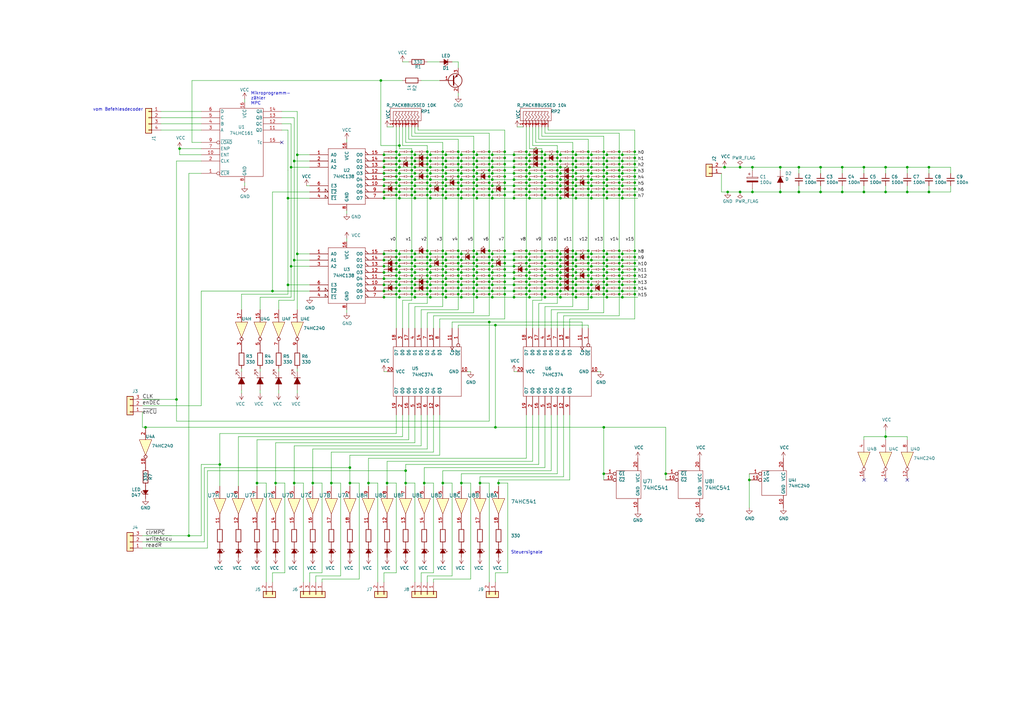
<source format=kicad_sch>
(kicad_sch (version 20230121) (generator eeschema)
  (paper "A3")
  (title_block (rev "2.0"))
  (junction (at 200.66 67.31))
  (junction (at 162.56 102.87))
  (junction (at 175.26 118.11))
  (junction (at 163.83 114.3))
  (junction (at 207.01 69.85))
  (junction (at 162.56 77.47))
  (junction (at 236.22 81.28))
  (junction (at 234.95 62.23))
  (junction (at 210.82 71.12))
  (junction (at 229.87 111.76))
  (junction (at 170.18 109.22))
  (junction (at 242.57 111.76))
  (junction (at 255.27 114.3))
  (junction (at 372.11 78.74))
  (junction (at 201.93 68.58))
  (junction (at 248.92 73.66))
  (junction (at 254 118.11))
  (junction (at 241.3 72.39))
  (junction (at 163.83 73.66))
  (junction (at 242.57 73.66))
  (junction (at 189.23 78.74))
  (junction (at 194.31 118.11))
  (junction (at 234.95 74.93))
  (junction (at 182.88 63.5))
  (junction (at 260.35 118.11))
  (junction (at 255.27 63.5))
  (junction (at 247.65 110.49))
  (junction (at 157.48 104.14))
  (junction (at 201.93 104.14))
  (junction (at 222.25 118.11))
  (junction (at 363.22 68.58))
  (junction (at 181.61 77.47))
  (junction (at 162.56 113.03))
  (junction (at 168.91 64.77))
  (junction (at 327.66 78.74))
  (junction (at 234.95 77.47))
  (junction (at 187.96 118.11))
  (junction (at 254 107.95))
  (junction (at 194.31 62.23))
  (junction (at 255.27 104.14))
  (junction (at 254 69.85))
  (junction (at 298.45 78.74))
  (junction (at 229.87 78.74))
  (junction (at 215.9 115.57))
  (junction (at 236.22 63.5))
  (junction (at 182.88 104.14))
  (junction (at 228.6 80.01))
  (junction (at 201.93 81.28))
  (junction (at 175.26 107.95))
  (junction (at 236.22 116.84))
  (junction (at 128.27 198.12))
  (junction (at 168.91 67.31))
  (junction (at 200.66 118.11))
  (junction (at 207.01 107.95))
  (junction (at 223.52 109.22))
  (junction (at 195.58 109.22))
  (junction (at 194.31 102.87))
  (junction (at 248.92 109.22))
  (junction (at 168.91 118.11))
  (junction (at 170.18 116.84))
  (junction (at 247.65 69.85))
  (junction (at 168.91 62.23))
  (junction (at 200.66 69.85))
  (junction (at 217.17 76.2))
  (junction (at 248.92 68.58))
  (junction (at 354.33 78.74))
  (junction (at 248.92 104.14))
  (junction (at 242.57 104.14))
  (junction (at 207.01 118.11))
  (junction (at 254 102.87))
  (junction (at 157.48 66.04))
  (junction (at 157.48 63.5))
  (junction (at 234.95 64.77))
  (junction (at 242.57 76.2))
  (junction (at 182.88 121.92))
  (junction (at 181.61 105.41))
  (junction (at 201.93 109.22))
  (junction (at 170.18 73.66))
  (junction (at 234.95 118.11))
  (junction (at 175.26 110.49))
  (junction (at 162.56 69.85))
  (junction (at 222.25 62.23))
  (junction (at 195.58 119.38))
  (junction (at 260.35 67.31))
  (junction (at 195.58 116.84))
  (junction (at 248.92 116.84))
  (junction (at 207.01 80.01))
  (junction (at 215.9 62.23))
  (junction (at 119.38 109.22))
  (junction (at 215.9 105.41))
  (junction (at 234.95 115.57))
  (junction (at 210.82 76.2))
  (junction (at 242.57 106.68))
  (junction (at 222.25 110.49))
  (junction (at 254 64.77))
  (junction (at 222.25 120.65))
  (junction (at 182.88 71.12))
  (junction (at 260.35 102.87))
  (junction (at 170.18 68.58))
  (junction (at 241.3 102.87))
  (junction (at 168.91 105.41))
  (junction (at 207.01 113.03))
  (junction (at 236.22 76.2))
  (junction (at 157.48 116.84))
  (junction (at 200.66 107.95))
  (junction (at 241.3 113.03))
  (junction (at 255.27 73.66))
  (junction (at 254 72.39))
  (junction (at 363.22 78.74))
  (junction (at 168.91 80.01))
  (junction (at 241.3 80.01))
  (junction (at 181.61 64.77))
  (junction (at 187.96 105.41))
  (junction (at 308.61 78.74))
  (junction (at 228.6 62.23))
  (junction (at 307.34 196.85))
  (junction (at 217.17 73.66))
  (junction (at 229.87 104.14))
  (junction (at 241.3 77.47))
  (junction (at 229.87 109.22))
  (junction (at 176.53 81.28))
  (junction (at 201.93 78.74))
  (junction (at 195.58 71.12))
  (junction (at 320.04 78.74))
  (junction (at 229.87 106.68))
  (junction (at 222.25 77.47))
  (junction (at 182.88 73.66))
  (junction (at 182.88 114.3))
  (junction (at 187.96 64.77))
  (junction (at 73.66 60.96))
  (junction (at 157.48 76.2))
  (junction (at 223.52 106.68))
  (junction (at 223.52 63.5))
  (junction (at 189.23 119.38))
  (junction (at 182.88 78.74))
  (junction (at 234.95 105.41))
  (junction (at 255.27 121.92))
  (junction (at 241.3 62.23))
  (junction (at 195.58 73.66))
  (junction (at 187.96 72.39))
  (junction (at 215.9 110.49))
  (junction (at 254 110.49))
  (junction (at 168.91 113.03))
  (junction (at 182.88 109.22))
  (junction (at 175.26 69.85))
  (junction (at 189.23 68.58))
  (junction (at 168.91 110.49))
  (junction (at 223.52 71.12))
  (junction (at 248.92 78.74))
  (junction (at 189.23 109.22))
  (junction (at 336.55 68.58))
  (junction (at 170.18 114.3))
  (junction (at 135.89 198.12))
  (junction (at 170.18 106.68))
  (junction (at 247.65 113.03))
  (junction (at 217.17 78.74))
  (junction (at 255.27 71.12))
  (junction (at 195.58 76.2))
  (junction (at 217.17 109.22))
  (junction (at 72.39 163.83))
  (junction (at 241.3 64.77))
  (junction (at 254 62.23))
  (junction (at 163.83 66.04))
  (junction (at 217.17 81.28))
  (junction (at 195.58 104.14))
  (junction (at 175.26 120.65))
  (junction (at 157.48 78.74))
  (junction (at 248.92 71.12))
  (junction (at 189.23 111.76))
  (junction (at 187.96 80.01))
  (junction (at 120.65 106.68))
  (junction (at 222.25 105.41))
  (junction (at 182.88 76.2))
  (junction (at 168.91 72.39))
  (junction (at 168.91 102.87))
  (junction (at 176.53 116.84))
  (junction (at 200.66 113.03))
  (junction (at 255.27 78.74))
  (junction (at 210.82 73.66))
  (junction (at 143.51 198.12))
  (junction (at 189.23 63.5))
  (junction (at 297.18 68.58))
  (junction (at 241.3 110.49))
  (junction (at 255.27 111.76))
  (junction (at 247.65 67.31))
  (junction (at 207.01 105.41))
  (junction (at 162.56 105.41))
  (junction (at 187.96 67.31))
  (junction (at 207.01 102.87))
  (junction (at 162.56 118.11))
  (junction (at 187.96 110.49))
  (junction (at 260.35 64.77))
  (junction (at 242.57 68.58))
  (junction (at 168.91 115.57))
  (junction (at 163.83 111.76))
  (junction (at 194.31 69.85))
  (junction (at 173.99 198.12))
  (junction (at 168.91 107.95))
  (junction (at 210.82 119.38))
  (junction (at 187.96 62.23))
  (junction (at 229.87 76.2))
  (junction (at 176.53 104.14))
  (junction (at 229.87 121.92))
  (junction (at 248.92 121.92))
  (junction (at 222.25 80.01))
  (junction (at 207.01 77.47))
  (junction (at 228.6 105.41))
  (junction (at 157.48 73.66))
  (junction (at 236.22 78.74))
  (junction (at 303.53 78.74))
  (junction (at 200.66 102.87))
  (junction (at 201.93 114.3))
  (junction (at 175.26 67.31))
  (junction (at 215.9 107.95))
  (junction (at 201.93 121.92))
  (junction (at 228.6 64.77))
  (junction (at 255.27 109.22))
  (junction (at 175.26 105.41))
  (junction (at 372.11 68.58))
  (junction (at 187.96 115.57))
  (junction (at 194.31 64.77))
  (junction (at 255.27 76.2))
  (junction (at 236.22 119.38))
  (junction (at 162.56 80.01))
  (junction (at 170.18 119.38))
  (junction (at 254 120.65))
  (junction (at 320.04 68.58))
  (junction (at 241.3 105.41))
  (junction (at 234.95 120.65))
  (junction (at 229.87 116.84))
  (junction (at 189.23 76.2))
  (junction (at 222.25 67.31))
  (junction (at 176.53 63.5))
  (junction (at 176.53 121.92))
  (junction (at 111.76 119.38))
  (junction (at 200.66 80.01))
  (junction (at 195.58 63.5))
  (junction (at 194.31 77.47))
  (junction (at 194.31 113.03))
  (junction (at 255.27 119.38))
  (junction (at 189.23 114.3))
  (junction (at 273.05 194.31))
  (junction (at 162.56 107.95))
  (junction (at 203.2 175.26))
  (junction (at 229.87 73.66))
  (junction (at 207.01 72.39))
  (junction (at 181.61 107.95))
  (junction (at 223.52 66.04))
  (junction (at 234.95 113.03))
  (junction (at 345.44 68.58))
  (junction (at 234.95 102.87))
  (junction (at 170.18 81.28))
  (junction (at 207.01 67.31))
  (junction (at 162.56 67.31))
  (junction (at 228.6 72.39))
  (junction (at 157.48 111.76))
  (junction (at 223.52 114.3))
  (junction (at 163.83 104.14))
  (junction (at 228.6 77.47))
  (junction (at 181.61 120.65))
  (junction (at 234.95 69.85))
  (junction (at 228.6 115.57))
  (junction (at 170.18 71.12))
  (junction (at 223.52 68.58))
  (junction (at 195.58 111.76))
  (junction (at 217.17 71.12))
  (junction (at 217.17 104.14))
  (junction (at 162.56 62.23))
  (junction (at 170.18 104.14))
  (junction (at 175.26 102.87))
  (junction (at 254 115.57))
  (junction (at 242.57 119.38))
  (junction (at 158.75 198.12))
  (junction (at 176.53 106.68))
  (junction (at 260.35 105.41))
  (junction (at 120.65 66.04))
  (junction (at 215.9 64.77))
  (junction (at 194.31 74.93))
  (junction (at 236.22 106.68))
  (junction (at 242.57 63.5))
  (junction (at 162.56 72.39))
  (junction (at 247.65 120.65))
  (junction (at 381 78.74))
  (junction (at 236.22 73.66))
  (junction (at 189.23 71.12))
  (junction (at 229.87 68.58))
  (junction (at 163.83 68.58))
  (junction (at 222.25 115.57))
  (junction (at 228.6 74.93))
  (junction (at 195.58 66.04))
  (junction (at 163.83 81.28))
  (junction (at 181.61 198.12))
  (junction (at 189.23 198.12))
  (junction (at 247.65 72.39))
  (junction (at 195.58 114.3))
  (junction (at 201.93 71.12))
  (junction (at 210.82 111.76))
  (junction (at 163.83 106.68))
  (junction (at 241.3 69.85))
  (junction (at 194.31 115.57))
  (junction (at 176.53 119.38))
  (junction (at 194.31 72.39))
  (junction (at 247.65 64.77))
  (junction (at 260.35 69.85))
  (junction (at 236.22 66.04))
  (junction (at 196.85 198.12))
  (junction (at 217.17 116.84))
  (junction (at 223.52 76.2))
  (junction (at 254 74.93))
  (junction (at 181.61 80.01))
  (junction (at 217.17 63.5))
  (junction (at 255.27 81.28))
  (junction (at 223.52 119.38))
  (junction (at 189.23 104.14))
  (junction (at 157.48 121.92))
  (junction (at 176.53 71.12))
  (junction (at 260.35 120.65))
  (junction (at 118.11 81.28))
  (junction (at 203.2 133.35))
  (junction (at 77.47 219.71))
  (junction (at 234.95 110.49))
  (junction (at 234.95 80.01))
  (junction (at 166.37 193.04))
  (junction (at 201.93 73.66))
  (junction (at 247.65 105.41))
  (junction (at 228.6 120.65))
  (junction (at 200.66 64.77))
  (junction (at 157.48 81.28))
  (junction (at 241.3 107.95))
  (junction (at 189.23 81.28))
  (junction (at 229.87 66.04))
  (junction (at 247.65 102.87))
  (junction (at 194.31 105.41))
  (junction (at 201.93 66.04))
  (junction (at 195.58 81.28))
  (junction (at 207.01 120.65))
  (junction (at 195.58 68.58))
  (junction (at 223.52 116.84))
  (junction (at 248.92 76.2))
  (junction (at 248.92 106.68))
  (junction (at 260.35 72.39))
  (junction (at 248.92 111.76))
  (junction (at 121.92 104.14))
  (junction (at 228.6 107.95))
  (junction (at 222.25 102.87))
  (junction (at 189.23 121.92))
  (junction (at 201.93 116.84))
  (junction (at 163.83 116.84))
  (junction (at 236.22 68.58))
  (junction (at 222.25 74.93))
  (junction (at 181.61 118.11))
  (junction (at 176.53 66.04))
  (junction (at 182.88 68.58))
  (junction (at 236.22 121.92))
  (junction (at 260.35 110.49))
  (junction (at 223.52 73.66))
  (junction (at 255.27 66.04))
  (junction (at 217.17 111.76))
  (junction (at 175.26 113.03))
  (junction (at 176.53 78.74))
  (junction (at 176.53 73.66))
  (junction (at 163.83 71.12))
  (junction (at 229.87 63.5))
  (junction (at 215.9 77.47))
  (junction (at 157.48 119.38))
  (junction (at 210.82 78.74))
  (junction (at 189.23 116.84))
  (junction (at 182.88 66.04))
  (junction (at 247.65 118.11))
  (junction (at 210.82 68.58))
  (junction (at 168.91 120.65))
  (junction (at 248.92 63.5))
  (junction (at 236.22 111.76))
  (junction (at 308.61 68.58))
  (junction (at 222.25 113.03))
  (junction (at 187.96 107.95))
  (junction (at 215.9 118.11))
  (junction (at 113.03 198.12))
  (junction (at 217.17 68.58))
  (junction (at 254 105.41))
  (junction (at 163.83 121.92))
  (junction (at 207.01 74.93))
  (junction (at 242.57 114.3))
  (junction (at 210.82 109.22))
  (junction (at 157.48 68.58))
  (junction (at 210.82 116.84))
  (junction (at 381 68.58))
  (junction (at 200.66 74.93))
  (junction (at 187.96 77.47))
  (junction (at 162.56 64.77))
  (junction (at 170.18 76.2))
  (junction (at 151.13 198.12))
  (junction (at 215.9 72.39))
  (junction (at 200.66 115.57))
  (junction (at 260.35 77.47))
  (junction (at 228.6 67.31))
  (junction (at 121.92 63.5))
  (junction (at 241.3 115.57))
  (junction (at 215.9 69.85))
  (junction (at 162.56 110.49))
  (junction (at 215.9 120.65))
  (junction (at 157.48 114.3))
  (junction (at 170.18 121.92))
  (junction (at 168.91 74.93))
  (junction (at 168.91 69.85))
  (junction (at 175.26 72.39))
  (junction (at 207.01 64.77))
  (junction (at 181.61 72.39))
  (junction (at 200.66 62.23))
  (junction (at 195.58 78.74))
  (junction (at 236.22 109.22))
  (junction (at 200.66 132.08))
  (junction (at 215.9 80.01))
  (junction (at 170.18 63.5))
  (junction (at 105.41 198.12))
  (junction (at 170.18 111.76))
  (junction (at 210.82 66.04))
  (junction (at 241.3 118.11))
  (junction (at 207.01 62.23))
  (junction (at 222.25 72.39))
  (junction (at 187.96 102.87))
  (junction (at 228.6 118.11))
  (junction (at 210.82 63.5))
  (junction (at 254 113.03))
  (junction (at 236.22 104.14))
  (junction (at 241.3 120.65))
  (junction (at 181.61 115.57))
  (junction (at 59.69 175.26))
  (junction (at 166.37 198.12))
  (junction (at 157.48 106.68))
  (junction (at 187.96 113.03))
  (junction (at 345.44 78.74))
  (junction (at 182.88 119.38))
  (junction (at 143.51 191.77))
  (junction (at 242.57 78.74))
  (junction (at 118.11 116.84))
  (junction (at 200.66 72.39))
  (junction (at 194.31 67.31))
  (junction (at 223.52 81.28))
  (junction (at 303.53 68.58))
  (junction (at 223.52 78.74))
  (junction (at 217.17 114.3))
  (junction (at 260.35 74.93))
  (junction (at 187.96 69.85))
  (junction (at 175.26 74.93))
  (junction (at 217.17 106.68))
  (junction (at 176.53 76.2))
  (junction (at 236.22 114.3))
  (junction (at 162.56 74.93))
  (junction (at 200.66 77.47))
  (junction (at 247.65 80.01))
  (junction (at 181.61 110.49))
  (junction (at 182.88 116.84))
  (junction (at 260.35 62.23))
  (junction (at 189.23 73.66))
  (junction (at 234.95 72.39))
  (junction (at 215.9 74.93))
  (junction (at 260.35 115.57))
  (junction (at 260.35 113.03))
  (junction (at 234.95 67.31))
  (junction (at 247.65 115.57))
  (junction (at 234.95 107.95))
  (junction (at 217.17 66.04))
  (junction (at 189.23 66.04))
  (junction (at 229.87 71.12))
  (junction (at 163.83 63.5))
  (junction (at 201.93 111.76))
  (junction (at 228.6 113.03))
  (junction (at 176.53 109.22))
  (junction (at 182.88 81.28))
  (junction (at 363.22 179.07))
  (junction (at 229.87 114.3))
  (junction (at 207.01 110.49))
  (junction (at 210.82 104.14))
  (junction (at 260.35 80.01))
  (junction (at 223.52 104.14))
  (junction (at 176.53 68.58))
  (junction (at 200.66 105.41))
  (junction (at 181.61 69.85))
  (junction (at 181.61 74.93))
  (junction (at 217.17 119.38))
  (junction (at 182.88 106.68))
  (junction (at 242.57 121.92))
  (junction (at 241.3 67.31))
  (junction (at 260.35 107.95))
  (junction (at 194.31 80.01))
  (junction (at 236.22 71.12))
  (junction (at 170.18 78.74))
  (junction (at 254 77.47))
  (junction (at 157.48 71.12))
  (junction (at 210.82 114.3))
  (junction (at 187.96 74.93))
  (junction (at 254 80.01))
  (junction (at 189.23 106.68))
  (junction (at 247.65 74.93))
  (junction (at 200.66 120.65))
  (junction (at 204.47 198.12))
  (junction (at 229.87 81.28))
  (junction (at 207.01 115.57))
  (junction (at 247.65 194.31))
  (junction (at 156.21 33.02))
  (junction (at 210.82 121.92))
  (junction (at 242.57 81.28))
  (junction (at 162.56 115.57))
  (junction (at 163.83 119.38))
  (junction (at 175.26 64.77))
  (junction (at 181.61 113.03))
  (junction (at 176.53 114.3))
  (junction (at 247.65 107.95))
  (junction (at 222.25 107.95))
  (junction (at 215.9 67.31))
  (junction (at 229.87 119.38))
  (junction (at 222.25 64.77))
  (junction (at 201.93 63.5))
  (junction (at 247.65 62.23))
  (junction (at 201.93 119.38))
  (junction (at 241.3 74.93))
  (junction (at 163.83 109.22))
  (junction (at 223.52 111.76))
  (junction (at 248.92 66.04))
  (junction (at 247.65 77.47))
  (junction (at 228.6 110.49))
  (junction (at 175.26 115.57))
  (junction (at 336.55 78.74))
  (junction (at 119.38 68.58))
  (junction (at 248.92 119.38))
  (junction (at 201.93 106.68))
  (junction (at 170.18 66.04))
  (junction (at 163.83 78.74))
  (junction (at 248.92 81.28))
  (junction (at 157.48 109.22))
  (junction (at 210.82 106.68))
  (junction (at 354.33 68.58))
  (junction (at 228.6 69.85))
  (junction (at 187.96 120.65))
  (junction (at 248.92 114.3))
  (junction (at 163.83 76.2))
  (junction (at 90.17 190.5))
  (junction (at 242.57 116.84))
  (junction (at 181.61 67.31))
  (junction (at 210.82 81.28))
  (junction (at 194.31 110.49))
  (junction (at 247.65 175.26))
  (junction (at 228.6 102.87))
  (junction (at 255.27 68.58))
  (junction (at 175.26 77.47))
  (junction (at 255.27 106.68))
  (junction (at 182.88 111.76))
  (junction (at 194.31 120.65))
  (junction (at 176.53 111.76))
  (junction (at 215.9 113.03))
  (junction (at 217.17 121.92))
  (junction (at 162.56 120.65))
  (junction (at 200.66 110.49))
  (junction (at 163.83 59.69))
  (junction (at 195.58 121.92))
  (junction (at 175.26 80.01))
  (junction (at 215.9 102.87))
  (junction (at 242.57 66.04))
  (junction (at 175.26 62.23))
  (junction (at 327.66 68.58))
  (junction (at 120.65 198.12))
  (junction (at 181.61 102.87))
  (junction (at 195.58 106.68))
  (junction (at 201.93 76.2))
  (junction (at 254 67.31))
  (junction (at 168.91 77.47))
  (junction (at 242.57 71.12))
  (junction (at 194.31 107.95))
  (junction (at 255.27 116.84))
  (junction (at 222.25 69.85))
  (junction (at 181.61 62.23))
  (junction (at 223.52 121.92))
  (junction (at 242.57 109.22))
  (no_connect (at 363.22 196.85))
  (no_connect (at 354.33 196.85))
  (no_connect (at 115.57 58.42))
  (no_connect (at 372.11 196.85))
  (wire (pts (xy 236.22 110.49) (xy 236.22 111.76)))
  (wire (pts (xy 228.6 105.41) (xy 228.6 107.95)))
  (wire (pts (xy 255.27 67.31) (xy 255.27 68.58)))
  (wire (pts (xy 255.27 77.47) (xy 255.27 78.74)))
  (wire (pts (xy 189.23 102.87) (xy 189.23 104.14)))
  (wire (pts (xy 163.83 116.84) (xy 170.18 116.84)))
  (wire (pts (xy 73.66 63.5) (xy 82.55 63.5)))
  (wire (pts (xy 180.34 130.81) (xy 180.34 134.62)))
  (wire (pts (xy 135.89 185.42) (xy 135.89 198.12)))
  (wire (pts (xy 260.35 118.11) (xy 260.35 120.65)))
  (wire (pts (xy 320.04 78.74) (xy 327.66 78.74)))
  (wire (pts (xy 248.92 68.58) (xy 255.27 68.58)))
  (wire (pts (xy 248.92 109.22) (xy 255.27 109.22)))
  (wire (pts (xy 168.91 110.49) (xy 168.91 113.03)))
  (wire (pts (xy 163.83 80.01) (xy 163.83 81.28)))
  (wire (pts (xy 215.9 170.18) (xy 215.9 187.96)))
  (wire (pts (xy 207.01 74.93) (xy 207.01 77.47)))
  (wire (pts (xy 194.31 115.57) (xy 194.31 118.11)))
  (wire (pts (xy 195.58 109.22) (xy 201.93 109.22)))
  (wire (pts (xy 248.92 118.11) (xy 248.92 119.38)))
  (wire (pts (xy 115.57 53.34) (xy 118.11 53.34)))
  (wire (pts (xy 260.35 62.23) (xy 260.35 64.77)))
  (wire (pts (xy 181.61 72.39) (xy 181.61 74.93)))
  (wire (pts (xy 242.57 64.77) (xy 242.57 66.04)))
  (wire (pts (xy 170.18 64.77) (xy 170.18 66.04)))
  (wire (pts (xy 158.75 189.23) (xy 218.44 189.23)))
  (wire (pts (xy 228.6 102.87) (xy 228.6 105.41)))
  (wire (pts (xy 176.53 69.85) (xy 176.53 71.12)))
  (wire (pts (xy 354.33 179.07) (xy 354.33 180.34)))
  (wire (pts (xy 204.47 196.85) (xy 233.68 196.85)))
  (wire (pts (xy 236.22 71.12) (xy 242.57 71.12)))
  (wire (pts (xy 345.44 78.74) (xy 354.33 78.74)))
  (wire (pts (xy 176.53 118.11) (xy 176.53 119.38)))
  (wire (pts (xy 168.91 113.03) (xy 168.91 115.57)))
  (wire (pts (xy 215.9 115.57) (xy 215.9 118.11)))
  (wire (pts (xy 222.25 60.96) (xy 222.25 62.23)))
  (wire (pts (xy 247.65 69.85) (xy 247.65 72.39)))
  (wire (pts (xy 217.17 104.14) (xy 223.52 104.14)))
  (wire (pts (xy 247.65 115.57) (xy 247.65 118.11)))
  (wire (pts (xy 223.52 54.61) (xy 223.52 52.07)))
  (wire (pts (xy 66.04 53.34) (xy 82.55 53.34)))
  (wire (pts (xy 189.23 104.14) (xy 195.58 104.14)))
  (wire (pts (xy 242.57 78.74) (xy 248.92 78.74)))
  (wire (pts (xy 234.95 58.42) (xy 234.95 62.23)))
  (wire (pts (xy 231.14 129.54) (xy 231.14 134.62)))
  (wire (pts (xy 83.82 191.77) (xy 83.82 222.25)))
  (wire (pts (xy 217.17 106.68) (xy 223.52 106.68)))
  (wire (pts (xy 120.65 48.26) (xy 120.65 66.04)))
  (wire (pts (xy 195.58 77.47) (xy 195.58 78.74)))
  (wire (pts (xy 247.65 105.41) (xy 247.65 107.95)))
  (wire (pts (xy 187.96 69.85) (xy 187.96 72.39)))
  (wire (pts (xy 127 78.74) (xy 111.76 78.74)))
  (wire (pts (xy 175.26 115.57) (xy 175.26 118.11)))
  (wire (pts (xy 170.18 69.85) (xy 170.18 71.12)))
  (wire (pts (xy 228.6 115.57) (xy 228.6 118.11)))
  (wire (pts (xy 207.01 77.47) (xy 207.01 80.01)))
  (wire (pts (xy 72.39 66.04) (xy 82.55 66.04)))
  (wire (pts (xy 248.92 119.38) (xy 255.27 119.38)))
  (wire (pts (xy 58.42 175.26) (xy 58.42 168.91)))
  (wire (pts (xy 217.17 118.11) (xy 217.17 119.38)))
  (wire (pts (xy 210.82 111.76) (xy 217.17 111.76)))
  (wire (pts (xy 207.01 130.81) (xy 180.34 130.81)))
  (wire (pts (xy 222.25 74.93) (xy 222.25 77.47)))
  (wire (pts (xy 201.93 64.77) (xy 201.93 66.04)))
  (wire (pts (xy 194.31 69.85) (xy 194.31 72.39)))
  (wire (pts (xy 260.35 64.77) (xy 260.35 67.31)))
  (wire (pts (xy 229.87 105.41) (xy 229.87 106.68)))
  (wire (pts (xy 236.22 72.39) (xy 236.22 73.66)))
  (wire (pts (xy 175.26 64.77) (xy 175.26 67.31)))
  (wire (pts (xy 254 72.39) (xy 254 74.93)))
  (wire (pts (xy 175.26 110.49) (xy 175.26 113.03)))
  (wire (pts (xy 163.83 106.68) (xy 170.18 106.68)))
  (wire (pts (xy 223.52 73.66) (xy 229.87 73.66)))
  (wire (pts (xy 157.48 106.68) (xy 163.83 106.68)))
  (wire (pts (xy 176.53 115.57) (xy 176.53 116.84)))
  (wire (pts (xy 127 63.5) (xy 121.92 63.5)))
  (wire (pts (xy 195.58 120.65) (xy 195.58 121.92)))
  (wire (pts (xy 242.57 113.03) (xy 242.57 114.3)))
  (wire (pts (xy 242.57 115.57) (xy 242.57 116.84)))
  (wire (pts (xy 234.95 110.49) (xy 234.95 113.03)))
  (wire (pts (xy 248.92 120.65) (xy 248.92 121.92)))
  (wire (pts (xy 121.92 160.02) (xy 121.92 161.29)))
  (wire (pts (xy 187.96 110.49) (xy 187.96 113.03)))
  (wire (pts (xy 273.05 175.26) (xy 247.65 175.26)))
  (wire (pts (xy 248.92 77.47) (xy 248.92 78.74)))
  (wire (pts (xy 157.48 73.66) (xy 163.83 73.66)))
  (wire (pts (xy 189.23 68.58) (xy 195.58 68.58)))
  (wire (pts (xy 119.38 68.58) (xy 127 68.58)))
  (wire (pts (xy 210.82 72.39) (xy 210.82 73.66)))
  (wire (pts (xy 372.11 76.2) (xy 372.11 78.74)))
  (wire (pts (xy 233.68 170.18) (xy 233.68 196.85)))
  (wire (pts (xy 135.89 198.12) (xy 139.7 198.12)))
  (wire (pts (xy 218.44 123.19) (xy 218.44 134.62)))
  (wire (pts (xy 115.57 50.8) (xy 119.38 50.8)))
  (wire (pts (xy 170.18 119.38) (xy 176.53 119.38)))
  (wire (pts (xy 222.25 102.87) (xy 222.25 105.41)))
  (wire (pts (xy 157.48 67.31) (xy 157.48 68.58)))
  (wire (pts (xy 114.3 123.19) (xy 120.65 123.19)))
  (wire (pts (xy 175.26 105.41) (xy 175.26 107.95)))
  (wire (pts (xy 242.57 77.47) (xy 242.57 78.74)))
  (wire (pts (xy 176.53 107.95) (xy 176.53 109.22)))
  (wire (pts (xy 195.58 73.66) (xy 201.93 73.66)))
  (wire (pts (xy 66.04 50.8) (xy 82.55 50.8)))
  (wire (pts (xy 372.11 179.07) (xy 372.11 180.34)))
  (wire (pts (xy 248.92 104.14) (xy 255.27 104.14)))
  (wire (pts (xy 236.22 66.04) (xy 242.57 66.04)))
  (wire (pts (xy 82.55 71.12) (xy 77.47 71.12)))
  (wire (pts (xy 236.22 76.2) (xy 242.57 76.2)))
  (wire (pts (xy 260.35 113.03) (xy 260.35 115.57)))
  (wire (pts (xy 120.65 66.04) (xy 120.65 106.68)))
  (wire (pts (xy 127 81.28) (xy 118.11 81.28)))
  (wire (pts (xy 222.25 69.85) (xy 222.25 72.39)))
  (wire (pts (xy 236.22 113.03) (xy 236.22 114.3)))
  (wire (pts (xy 327.66 78.74) (xy 336.55 78.74)))
  (wire (pts (xy 189.23 198.12) (xy 189.23 199.39)))
  (wire (pts (xy 229.87 115.57) (xy 229.87 116.84)))
  (wire (pts (xy 175.26 59.69) (xy 165.1 59.69)))
  (wire (pts (xy 222.25 72.39) (xy 222.25 74.93)))
  (wire (pts (xy 242.57 67.31) (xy 242.57 68.58)))
  (wire (pts (xy 170.18 102.87) (xy 170.18 104.14)))
  (wire (pts (xy 215.9 120.65) (xy 215.9 134.62)))
  (wire (pts (xy 242.57 76.2) (xy 248.92 76.2)))
  (wire (pts (xy 210.82 115.57) (xy 210.82 116.84)))
  (wire (pts (xy 345.44 68.58) (xy 354.33 68.58)))
  (wire (pts (xy 170.18 114.3) (xy 176.53 114.3)))
  (wire (pts (xy 182.88 114.3) (xy 189.23 114.3)))
  (wire (pts (xy 234.95 102.87) (xy 234.95 105.41)))
  (wire (pts (xy 231.14 170.18) (xy 231.14 195.58)))
  (wire (pts (xy 215.9 110.49) (xy 215.9 113.03)))
  (wire (pts (xy 201.93 121.92) (xy 210.82 121.92)))
  (wire (pts (xy 157.48 104.14) (xy 163.83 104.14)))
  (wire (pts (xy 254 129.54) (xy 231.14 129.54)))
  (wire (pts (xy 210.82 121.92) (xy 217.17 121.92)))
  (wire (pts (xy 203.2 133.35) (xy 187.96 133.35)))
  (wire (pts (xy 255.27 111.76) (xy 261.62 111.76)))
  (wire (pts (xy 132.08 234.95) (xy 127 234.95)))
  (wire (pts (xy 248.92 64.77) (xy 248.92 66.04)))
  (wire (pts (xy 195.58 102.87) (xy 195.58 104.14)))
  (wire (pts (xy 200.66 54.61) (xy 170.18 54.61)))
  (wire (pts (xy 320.04 78.74) (xy 320.04 77.47)))
  (wire (pts (xy 273.05 194.31) (xy 273.05 175.26)))
  (wire (pts (xy 175.26 170.18) (xy 175.26 184.15)))
  (wire (pts (xy 217.17 120.65) (xy 217.17 121.92)))
  (wire (pts (xy 157.48 121.92) (xy 163.83 121.92)))
  (wire (pts (xy 189.23 109.22) (xy 195.58 109.22)))
  (wire (pts (xy 236.22 109.22) (xy 242.57 109.22)))
  (wire (pts (xy 228.6 128.27) (xy 228.6 134.62)))
  (wire (pts (xy 222.25 62.23) (xy 222.25 64.77)))
  (wire (pts (xy 345.44 76.2) (xy 345.44 78.74)))
  (wire (pts (xy 189.23 62.23) (xy 189.23 63.5)))
  (wire (pts (xy 170.18 66.04) (xy 176.53 66.04)))
  (wire (pts (xy 170.18 113.03) (xy 170.18 114.3)))
  (wire (pts (xy 157.48 111.76) (xy 163.83 111.76)))
  (wire (pts (xy 170.18 111.76) (xy 176.53 111.76)))
  (wire (pts (xy 200.66 132.08) (xy 200.66 172.72)))
  (wire (pts (xy 260.35 72.39) (xy 260.35 74.93)))
  (wire (pts (xy 127 119.38) (xy 111.76 119.38)))
  (wire (pts (xy 201.93 107.95) (xy 201.93 109.22)))
  (wire (pts (xy 210.82 62.23) (xy 210.82 63.5)))
  (wire (pts (xy 175.26 120.65) (xy 175.26 124.46)))
  (wire (pts (xy 163.83 69.85) (xy 163.83 71.12)))
  (wire (pts (xy 223.52 120.65) (xy 223.52 121.92)))
  (wire (pts (xy 187.96 134.62) (xy 187.96 133.35)))
  (wire (pts (xy 163.83 115.57) (xy 163.83 116.84)))
  (wire (pts (xy 320.04 68.58) (xy 327.66 68.58)))
  (wire (pts (xy 170.18 78.74) (xy 176.53 78.74)))
  (wire (pts (xy 189.23 69.85) (xy 189.23 71.12)))
  (wire (pts (xy 222.25 60.96) (xy 217.17 60.96)))
  (wire (pts (xy 229.87 116.84) (xy 236.22 116.84)))
  (wire (pts (xy 201.93 110.49) (xy 201.93 111.76)))
  (wire (pts (xy 181.61 113.03) (xy 181.61 115.57)))
  (wire (pts (xy 241.3 133.35) (xy 241.3 134.62)))
  (wire (pts (xy 176.53 105.41) (xy 176.53 106.68)))
  (wire (pts (xy 165.1 170.18) (xy 165.1 179.07)))
  (wire (pts (xy 210.82 81.28) (xy 217.17 81.28)))
  (wire (pts (xy 229.87 119.38) (xy 236.22 119.38)))
  (wire (pts (xy 228.6 110.49) (xy 228.6 113.03)))
  (wire (pts (xy 207.01 120.65) (xy 207.01 130.81)))
  (wire (pts (xy 157.48 120.65) (xy 157.48 121.92)))
  (wire (pts (xy 210.82 110.49) (xy 210.82 111.76)))
  (wire (pts (xy 143.51 186.69) (xy 143.51 191.77)))
  (wire (pts (xy 176.53 72.39) (xy 176.53 73.66)))
  (wire (pts (xy 189.23 110.49) (xy 189.23 111.76)))
  (wire (pts (xy 207.01 113.03) (xy 207.01 115.57)))
  (wire (pts (xy 163.83 59.69) (xy 163.83 52.07)))
  (wire (pts (xy 182.88 115.57) (xy 182.88 116.84)))
  (wire (pts (xy 181.61 198.12) (xy 185.42 198.12)))
  (wire (pts (xy 229.87 107.95) (xy 229.87 109.22)))
  (wire (pts (xy 162.56 52.07) (xy 162.56 62.23)))
  (wire (pts (xy 236.22 118.11) (xy 236.22 119.38)))
  (wire (pts (xy 200.66 69.85) (xy 200.66 72.39)))
  (wire (pts (xy 166.37 58.42) (xy 166.37 52.07)))
  (wire (pts (xy 170.18 77.47) (xy 170.18 78.74)))
  (wire (pts (xy 170.18 109.22) (xy 176.53 109.22)))
  (wire (pts (xy 210.82 78.74) (xy 217.17 78.74)))
  (wire (pts (xy 210.82 74.93) (xy 210.82 76.2)))
  (wire (pts (xy 236.22 115.57) (xy 236.22 116.84)))
  (wire (pts (xy 182.88 69.85) (xy 182.88 71.12)))
  (wire (pts (xy 203.2 234.95) (xy 203.2 238.76)))
  (wire (pts (xy 223.52 115.57) (xy 223.52 116.84)))
  (wire (pts (xy 189.23 64.77) (xy 189.23 66.04)))
  (wire (pts (xy 241.3 64.77) (xy 241.3 67.31)))
  (wire (pts (xy 327.66 68.58) (xy 336.55 68.58)))
  (wire (pts (xy 170.18 54.61) (xy 170.18 52.07)))
  (wire (pts (xy 298.45 78.74) (xy 303.53 78.74)))
  (wire (pts (xy 223.52 66.04) (xy 229.87 66.04)))
  (wire (pts (xy 176.53 73.66) (xy 182.88 73.66)))
  (wire (pts (xy 234.95 113.03) (xy 234.95 115.57)))
  (wire (pts (xy 66.04 45.72) (xy 82.55 45.72)))
  (wire (pts (xy 127 76.2) (xy 125.73 76.2)))
  (wire (pts (xy 255.27 76.2) (xy 261.62 76.2)))
  (wire (pts (xy 210.82 105.41) (xy 210.82 106.68)))
  (wire (pts (xy 242.57 80.01) (xy 242.57 81.28)))
  (wire (pts (xy 222.25 113.03) (xy 222.25 115.57)))
  (wire (pts (xy 177.8 234.95) (xy 172.72 234.95)))
  (wire (pts (xy 181.61 77.47) (xy 181.61 80.01)))
  (wire (pts (xy 201.93 77.47) (xy 201.93 78.74)))
  (wire (pts (xy 143.51 186.69) (xy 180.34 186.69)))
  (wire (pts (xy 242.57 81.28) (xy 248.92 81.28)))
  (wire (pts (xy 100.33 41.91) (xy 100.33 40.64)))
  (wire (pts (xy 182.88 111.76) (xy 189.23 111.76)))
  (wire (pts (xy 189.23 116.84) (xy 195.58 116.84)))
  (wire (pts (xy 72.39 66.04) (xy 72.39 163.83)))
  (wire (pts (xy 170.18 125.73) (xy 170.18 134.62)))
  (wire (pts (xy 201.93 67.31) (xy 201.93 68.58)))
  (wire (pts (xy 176.53 66.04) (xy 182.88 66.04)))
  (wire (pts (xy 167.64 124.46) (xy 167.64 134.62)))
  (wire (pts (xy 176.53 109.22) (xy 182.88 109.22)))
  (wire (pts (xy 157.48 119.38) (xy 163.83 119.38)))
  (wire (pts (xy 215.9 67.31) (xy 215.9 69.85)))
  (wire (pts (xy 260.35 107.95) (xy 260.35 110.49)))
  (wire (pts (xy 176.53 121.92) (xy 182.88 121.92)))
  (wire (pts (xy 260.35 110.49) (xy 260.35 113.03)))
  (wire (pts (xy 223.52 72.39) (xy 223.52 73.66)))
  (wire (pts (xy 222.25 110.49) (xy 222.25 113.03)))
  (wire (pts (xy 223.52 116.84) (xy 229.87 116.84)))
  (wire (pts (xy 248.92 102.87) (xy 248.92 104.14)))
  (wire (pts (xy 260.35 69.85) (xy 260.35 72.39)))
  (wire (pts (xy 255.27 80.01) (xy 255.27 81.28)))
  (wire (pts (xy 217.17 115.57) (xy 217.17 116.84)))
  (wire (pts (xy 129.54 236.22) (xy 129.54 238.76)))
  (wire (pts (xy 168.91 105.41) (xy 168.91 107.95)))
  (wire (pts (xy 168.91 69.85) (xy 168.91 72.39)))
  (wire (pts (xy 210.82 109.22) (xy 217.17 109.22)))
  (wire (pts (xy 195.58 64.77) (xy 195.58 66.04)))
  (wire (pts (xy 255.27 78.74) (xy 261.62 78.74)))
  (wire (pts (xy 363.22 68.58) (xy 372.11 68.58)))
  (wire (pts (xy 113.03 181.61) (xy 170.18 181.61)))
  (wire (pts (xy 236.22 64.77) (xy 236.22 66.04)))
  (wire (pts (xy 118.11 120.65) (xy 99.06 120.65)))
  (wire (pts (xy 248.92 74.93) (xy 248.92 76.2)))
  (wire (pts (xy 114.3 123.19) (xy 114.3 127)))
  (wire (pts (xy 189.23 118.11) (xy 189.23 119.38)))
  (wire (pts (xy 175.26 59.69) (xy 175.26 62.23)))
  (wire (pts (xy 241.3 80.01) (xy 241.3 102.87)))
  (wire (pts (xy 168.91 77.47) (xy 168.91 80.01)))
  (wire (pts (xy 303.53 78.74) (xy 308.61 78.74)))
  (wire (pts (xy 248.92 67.31) (xy 248.92 68.58)))
  (wire (pts (xy 139.7 198.12) (xy 139.7 236.22)))
  (wire (pts (xy 234.95 62.23) (xy 234.95 64.77)))
  (wire (pts (xy 58.42 163.83) (xy 72.39 163.83)))
  (wire (pts (xy 242.57 118.11) (xy 242.57 119.38)))
  (wire (pts (xy 195.58 111.76) (xy 201.93 111.76)))
  (wire (pts (xy 182.88 113.03) (xy 182.88 114.3)))
  (wire (pts (xy 176.53 110.49) (xy 176.53 111.76)))
  (wire (pts (xy 175.26 74.93) (xy 175.26 77.47)))
  (wire (pts (xy 295.91 78.74) (xy 298.45 78.74)))
  (wire (pts (xy 363.22 176.53) (xy 363.22 179.07)))
  (wire (pts (xy 195.58 104.14) (xy 201.93 104.14)))
  (wire (pts (xy 223.52 109.22) (xy 229.87 109.22)))
  (wire (pts (xy 162.56 107.95) (xy 162.56 110.49)))
  (wire (pts (xy 248.92 63.5) (xy 255.27 63.5)))
  (wire (pts (xy 194.31 107.95) (xy 194.31 110.49)))
  (wire (pts (xy 151.13 187.96) (xy 215.9 187.96)))
  (wire (pts (xy 336.55 76.2) (xy 336.55 78.74)))
  (wire (pts (xy 260.35 77.47) (xy 260.35 80.01)))
  (wire (pts (xy 354.33 71.12) (xy 354.33 68.58)))
  (wire (pts (xy 195.58 105.41) (xy 195.58 106.68)))
  (wire (pts (xy 106.68 160.02) (xy 106.68 161.29)))
  (wire (pts (xy 120.65 198.12) (xy 120.65 199.39)))
  (wire (pts (xy 234.95 80.01) (xy 234.95 102.87)))
  (wire (pts (xy 223.52 107.95) (xy 223.52 109.22)))
  (wire (pts (xy 176.53 106.68) (xy 182.88 106.68)))
  (wire (pts (xy 210.82 106.68) (xy 217.17 106.68)))
  (wire (pts (xy 236.22 121.92) (xy 242.57 121.92)))
  (wire (pts (xy 90.17 177.8) (xy 90.17 190.5)))
  (wire (pts (xy 236.22 102.87) (xy 236.22 104.14)))
  (wire (pts (xy 119.38 68.58) (xy 119.38 109.22)))
  (wire (pts (xy 233.68 130.81) (xy 260.35 130.81)))
  (wire (pts (xy 157.48 68.58) (xy 163.83 68.58)))
  (wire (pts (xy 168.91 72.39) (xy 168.91 74.93)))
  (wire (pts (xy 255.27 115.57) (xy 255.27 116.84)))
  (wire (pts (xy 181.61 125.73) (xy 170.18 125.73)))
  (wire (pts (xy 241.3 69.85) (xy 241.3 72.39)))
  (wire (pts (xy 175.26 124.46) (xy 167.64 124.46)))
  (wire (pts (xy 242.57 120.65) (xy 242.57 121.92)))
  (wire (pts (xy 170.18 120.65) (xy 170.18 121.92)))
  (wire (pts (xy 143.51 198.12) (xy 143.51 199.39)))
  (wire (pts (xy 207.01 102.87) (xy 207.01 105.41)))
  (wire (pts (xy 78.74 33.02) (xy 156.21 33.02)))
  (wire (pts (xy 255.27 121.92) (xy 261.62 121.92)))
  (wire (pts (xy 168.91 80.01) (xy 168.91 102.87)))
  (wire (pts (xy 229.87 121.92) (xy 236.22 121.92)))
  (wire (pts (xy 182.88 121.92) (xy 189.23 121.92)))
  (wire (pts (xy 157.48 115.57) (xy 157.48 116.84)))
  (wire (pts (xy 228.6 74.93) (xy 228.6 77.47)))
  (wire (pts (xy 189.23 113.03) (xy 189.23 114.3)))
  (wire (pts (xy 217.17 66.04) (xy 223.52 66.04)))
  (wire (pts (xy 175.26 62.23) (xy 175.26 64.77)))
  (wire (pts (xy 236.22 114.3) (xy 242.57 114.3)))
  (wire (pts (xy 157.48 69.85) (xy 157.48 71.12)))
  (wire (pts (xy 194.31 64.77) (xy 194.31 67.31)))
  (wire (pts (xy 226.06 170.18) (xy 226.06 193.04)))
  (wire (pts (xy 163.83 72.39) (xy 163.83 73.66)))
  (wire (pts (xy 207.01 53.34) (xy 171.45 53.34)))
  (wire (pts (xy 229.87 66.04) (xy 236.22 66.04)))
  (wire (pts (xy 228.6 170.18) (xy 228.6 194.31)))
  (wire (pts (xy 247.65 118.11) (xy 247.65 120.65)))
  (wire (pts (xy 114.3 160.02) (xy 114.3 161.29)))
  (wire (pts (xy 242.57 63.5) (xy 248.92 63.5)))
  (wire (pts (xy 168.91 62.23) (xy 168.91 64.77)))
  (wire (pts (xy 187.96 107.95) (xy 187.96 110.49)))
  (wire (pts (xy 220.98 57.15) (xy 220.98 52.07)))
  (wire (pts (xy 389.89 68.58) (xy 389.89 71.12)))
  (wire (pts (xy 176.53 119.38) (xy 182.88 119.38)))
  (wire (pts (xy 307.34 196.85) (xy 307.34 194.31)))
  (wire (pts (xy 207.01 64.77) (xy 207.01 67.31)))
  (wire (pts (xy 189.23 120.65) (xy 189.23 121.92)))
  (wire (pts (xy 255.27 73.66) (xy 261.62 73.66)))
  (wire (pts (xy 201.93 106.68) (xy 210.82 106.68)))
  (wire (pts (xy 119.38 121.92) (xy 119.38 109.22)))
  (wire (pts (xy 247.65 74.93) (xy 247.65 77.47)))
  (wire (pts (xy 242.57 106.68) (xy 248.92 106.68)))
  (wire (pts (xy 255.27 113.03) (xy 255.27 114.3)))
  (wire (pts (xy 389.89 78.74) (xy 389.89 76.2)))
  (wire (pts (xy 207.01 110.49) (xy 207.01 113.03)))
  (wire (pts (xy 254 105.41) (xy 254 107.95)))
  (wire (pts (xy 200.66 120.65) (xy 200.66 129.54)))
  (wire (pts (xy 229.87 110.49) (xy 229.87 111.76)))
  (wire (pts (xy 189.23 73.66) (xy 195.58 73.66)))
  (wire (pts (xy 273.05 196.85) (xy 273.05 194.31)))
  (wire (pts (xy 187.96 80.01) (xy 187.96 102.87)))
  (wire (pts (xy 210.82 118.11) (xy 210.82 119.38)))
  (wire (pts (xy 158.75 198.12) (xy 162.56 198.12)))
  (wire (pts (xy 189.23 72.39) (xy 189.23 73.66)))
  (wire (pts (xy 222.25 80.01) (xy 222.25 102.87)))
  (wire (pts (xy 255.27 106.68) (xy 261.62 106.68)))
  (wire (pts (xy 185.42 198.12) (xy 185.42 236.22)))
  (wire (pts (xy 163.83 60.96) (xy 163.83 59.69)))
  (wire (pts (xy 162.56 102.87) (xy 162.56 105.41)))
  (wire (pts (xy 181.61 64.77) (xy 181.61 67.31)))
  (wire (pts (xy 157.48 102.87) (xy 157.48 104.14)))
  (wire (pts (xy 142.24 128.27) (xy 142.24 127)))
  (wire (pts (xy 162.56 80.01) (xy 162.56 102.87)))
  (wire (pts (xy 200.66 102.87) (xy 200.66 105.41)))
  (wire (pts (xy 223.52 62.23) (xy 223.52 63.5)))
  (wire (pts (xy 163.83 78.74) (xy 170.18 78.74)))
  (wire (pts (xy 255.27 105.41) (xy 255.27 106.68)))
  (wire (pts (xy 195.58 107.95) (xy 195.58 109.22)))
  (wire (pts (xy 163.83 74.93) (xy 163.83 76.2)))
  (wire (pts (xy 128.27 184.15) (xy 175.26 184.15)))
  (wire (pts (xy 168.91 123.19) (xy 165.1 123.19)))
  (wire (pts (xy 187.96 25.4) (xy 185.42 25.4)))
  (wire (pts (xy 78.74 58.42) (xy 78.74 33.02)))
  (wire (pts (xy 236.22 81.28) (xy 242.57 81.28)))
  (wire (pts (xy 177.8 129.54) (xy 177.8 134.62)))
  (wire (pts (xy 189.23 81.28) (xy 195.58 81.28)))
  (wire (pts (xy 336.55 68.58) (xy 345.44 68.58)))
  (wire (pts (xy 200.66 67.31) (xy 200.66 69.85)))
  (wire (pts (xy 222.25 115.57) (xy 222.25 118.11)))
  (wire (pts (xy 217.17 105.41) (xy 217.17 106.68)))
  (wire (pts (xy 194.31 67.31) (xy 194.31 69.85)))
  (wire (pts (xy 157.48 107.95) (xy 157.48 109.22)))
  (wire (pts (xy 372.11 71.12) (xy 372.11 68.58)))
  (wire (pts (xy 210.82 67.31) (xy 210.82 68.58)))
  (wire (pts (xy 234.95 74.93) (xy 234.95 77.47)))
  (wire (pts (xy 106.68 151.13) (xy 106.68 152.4)))
  (wire (pts (xy 248.92 78.74) (xy 255.27 78.74)))
  (wire (pts (xy 218.44 59.69) (xy 218.44 52.07)))
  (wire (pts (xy 166.37 190.5) (xy 166.37 193.04)))
  (wire (pts (xy 170.18 116.84) (xy 176.53 116.84)))
  (wire (pts (xy 163.83 107.95) (xy 163.83 109.22)))
  (wire (pts (xy 200.66 80.01) (xy 200.66 102.87)))
  (wire (pts (xy 158.75 198.12) (xy 158.75 199.39)))
  (wire (pts (xy 121.92 104.14) (xy 121.92 127)))
  (wire (pts (xy 170.18 74.93) (xy 170.18 76.2)))
  (wire (pts (xy 255.27 109.22) (xy 261.62 109.22)))
  (wire (pts (xy 168.91 64.77) (xy 168.91 67.31)))
  (wire (pts (xy 242.57 121.92) (xy 248.92 121.92)))
  (wire (pts (xy 189.23 63.5) (xy 195.58 63.5)))
  (wire (pts (xy 229.87 62.23) (xy 229.87 63.5)))
  (wire (pts (xy 215.9 74.93) (xy 215.9 77.47)))
  (wire (pts (xy 222.25 77.47) (xy 222.25 80.01)))
  (wire (pts (xy 157.48 64.77) (xy 157.48 66.04)))
  (wire (pts (xy 242.57 116.84) (xy 248.92 116.84)))
  (wire (pts (xy 194.31 55.88) (xy 168.91 55.88)))
  (wire (pts (xy 201.93 118.11) (xy 201.93 119.38)))
  (wire (pts (xy 201.93 63.5) (xy 210.82 63.5)))
  (wire (pts (xy 195.58 114.3) (xy 201.93 114.3)))
  (wire (pts (xy 255.27 102.87) (xy 255.27 104.14)))
  (wire (pts (xy 295.91 68.58) (xy 297.18 68.58)))
  (wire (pts (xy 157.48 76.2) (xy 163.83 76.2)))
  (wire (pts (xy 163.83 120.65) (xy 163.83 121.92)))
  (wire (pts (xy 363.22 179.07) (xy 354.33 179.07)))
  (wire (pts (xy 222.25 64.77) (xy 222.25 67.31)))
  (wire (pts (xy 242.57 107.95) (xy 242.57 109.22)))
  (wire (pts (xy 176.53 68.58) (xy 182.88 68.58)))
  (wire (pts (xy 163.83 67.31) (xy 163.83 68.58)))
  (wire (pts (xy 163.83 118.11) (xy 163.83 119.38)))
  (wire (pts (xy 229.87 74.93) (xy 229.87 76.2)))
  (wire (pts (xy 176.53 67.31) (xy 176.53 68.58)))
  (wire (pts (xy 200.66 72.39) (xy 200.66 74.93)))
  (wire (pts (xy 162.56 69.85) (xy 162.56 72.39)))
  (wire (pts (xy 222.25 118.11) (xy 222.25 120.65)))
  (wire (pts (xy 241.3 115.57) (xy 241.3 118.11)))
  (wire (pts (xy 182.88 62.23) (xy 182.88 63.5)))
  (wire (pts (xy 229.87 118.11) (xy 229.87 119.38)))
  (wire (pts (xy 210.82 116.84) (xy 217.17 116.84)))
  (wire (pts (xy 59.69 175.26) (xy 203.2 175.26)))
  (wire (pts (xy 195.58 113.03) (xy 195.58 114.3)))
  (wire (pts (xy 181.61 120.65) (xy 181.61 125.73)))
  (wire (pts (xy 176.53 63.5) (xy 182.88 63.5)))
  (wire (pts (xy 217.17 119.38) (xy 223.52 119.38)))
  (wire (pts (xy 182.88 72.39) (xy 182.88 73.66)))
  (wire (pts (xy 170.18 63.5) (xy 176.53 63.5)))
  (wire (pts (xy 182.88 116.84) (xy 189.23 116.84)))
  (wire (pts (xy 234.95 64.77) (xy 234.95 67.31)))
  (wire (pts (xy 200.66 110.49) (xy 200.66 113.03)))
  (wire (pts (xy 223.52 78.74) (xy 229.87 78.74)))
  (wire (pts (xy 114.3 151.13) (xy 114.3 152.4)))
  (wire (pts (xy 247.65 196.85) (xy 247.65 194.31)))
  (wire (pts (xy 234.95 125.73) (xy 223.52 125.73)))
  (wire (pts (xy 181.61 107.95) (xy 181.61 110.49)))
  (wire (pts (xy 207.01 118.11) (xy 207.01 120.65)))
  (wire (pts (xy 247.65 62.23) (xy 247.65 64.77)))
  (wire (pts (xy 228.6 64.77) (xy 228.6 67.31)))
  (wire (pts (xy 142.24 97.79) (xy 142.24 99.06)))
  (wire (pts (xy 176.53 102.87) (xy 176.53 104.14)))
  (wire (pts (xy 143.51 198.12) (xy 147.32 198.12)))
  (wire (pts (xy 157.48 114.3) (xy 163.83 114.3)))
  (wire (pts (xy 260.35 67.31) (xy 260.35 69.85)))
  (wire (pts (xy 163.83 111.76) (xy 170.18 111.76)))
  (wire (pts (xy 187.96 115.57) (xy 187.96 118.11)))
  (wire (pts (xy 97.79 179.07) (xy 97.79 199.39)))
  (wire (pts (xy 83.82 191.77) (xy 143.51 191.77)))
  (wire (pts (xy 176.53 81.28) (xy 182.88 81.28)))
  (wire (pts (xy 182.88 118.11) (xy 182.88 119.38)))
  (wire (pts (xy 163.83 77.47) (xy 163.83 78.74)))
  (wire (pts (xy 208.28 198.12) (xy 208.28 234.95)))
  (wire (pts (xy 201.93 72.39) (xy 201.93 73.66)))
  (wire (pts (xy 189.23 71.12) (xy 195.58 71.12)))
  (wire (pts (xy 175.26 77.47) (xy 175.26 80.01)))
  (wire (pts (xy 111.76 119.38) (xy 82.55 119.38)))
  (wire (pts (xy 236.22 107.95) (xy 236.22 109.22)))
  (wire (pts (xy 194.31 77.47) (xy 194.31 80.01)))
  (wire (pts (xy 182.88 120.65) (xy 182.88 121.92)))
  (wire (pts (xy 176.53 78.74) (xy 182.88 78.74)))
  (wire (pts (xy 248.92 81.28) (xy 255.27 81.28)))
  (wire (pts (xy 187.96 127) (xy 172.72 127)))
  (wire (pts (xy 248.92 111.76) (xy 255.27 111.76)))
  (wire (pts (xy 170.18 110.49) (xy 170.18 111.76)))
  (wire (pts (xy 228.6 118.11) (xy 228.6 120.65)))
  (wire (pts (xy 170.18 67.31) (xy 170.18 68.58)))
  (wire (pts (xy 241.3 62.23) (xy 241.3 64.77)))
  (wire (pts (xy 157.48 80.01) (xy 157.48 81.28)))
  (wire (pts (xy 215.9 105.41) (xy 215.9 107.95)))
  (wire (pts (xy 194.31 113.03) (xy 194.31 115.57)))
  (wire (pts (xy 248.92 62.23) (xy 248.92 63.5)))
  (wire (pts (xy 181.61 198.12) (xy 181.61 199.39)))
  (wire (pts (xy 247.65 55.88) (xy 247.65 62.23)))
  (wire (pts (xy 229.87 104.14) (xy 236.22 104.14)))
  (wire (pts (xy 210.82 80.01) (xy 210.82 81.28)))
  (wire (pts (xy 222.25 105.41) (xy 222.25 107.95)))
  (wire (pts (xy 176.53 80.01) (xy 176.53 81.28)))
  (wire (pts (xy 82.55 60.96) (xy 73.66 60.96)))
  (wire (pts (xy 233.68 130.81) (xy 233.68 134.62)))
  (wire (pts (xy 236.22 69.85) (xy 236.22 71.12)))
  (wire (pts (xy 162.56 110.49) (xy 162.56 113.03)))
  (wire (pts (xy 236.22 80.01) (xy 236.22 81.28)))
  (wire (pts (xy 223.52 80.01) (xy 223.52 81.28)))
  (wire (pts (xy 255.27 110.49) (xy 255.27 111.76)))
  (wire (pts (xy 260.35 120.65) (xy 260.35 130.81)))
  (wire (pts (xy 229.87 120.65) (xy 229.87 121.92)))
  (wire (pts (xy 229.87 76.2) (xy 236.22 76.2)))
  (wire (pts (xy 217.17 62.23) (xy 217.17 63.5)))
  (wire (pts (xy 223.52 76.2) (xy 229.87 76.2)))
  (wire (pts (xy 201.93 78.74) (xy 210.82 78.74)))
  (wire (pts (xy 295.91 71.12) (xy 295.91 78.74)))
  (wire (pts (xy 215.9 113.03) (xy 215.9 115.57)))
  (wire (pts (xy 363.22 179.07) (xy 372.11 179.07)))
  (wire (pts (xy 163.83 71.12) (xy 170.18 71.12)))
  (wire (pts (xy 217.17 69.85) (xy 217.17 71.12)))
  (wire (pts (xy 172.72 170.18) (xy 172.72 182.88)))
  (wire (pts (xy 176.53 74.93) (xy 176.53 76.2)))
  (wire (pts (xy 248.92 114.3) (xy 255.27 114.3)))
  (wire (pts (xy 189.23 66.04) (xy 195.58 66.04)))
  (wire (pts (xy 187.96 72.39) (xy 187.96 74.93)))
  (wire (pts (xy 182.88 106.68) (xy 189.23 106.68)))
  (wire (pts (xy 170.18 121.92) (xy 176.53 121.92)))
  (wire (pts (xy 163.83 121.92) (xy 170.18 121.92)))
  (wire (pts (xy 223.52 111.76) (xy 229.87 111.76)))
  (wire (pts (xy 260.35 53.34) (xy 260.35 62.23)))
  (wire (pts (xy 170.18 68.58) (xy 176.53 68.58)))
  (wire (pts (xy 217.17 67.31) (xy 217.17 68.58)))
  (wire (pts (xy 163.83 73.66) (xy 170.18 73.66)))
  (wire (pts (xy 241.3 118.11) (xy 241.3 120.65)))
  (wire (pts (xy 242.57 110.49) (xy 242.57 111.76)))
  (wire (pts (xy 181.61 110.49) (xy 181.61 113.03)))
  (wire (pts (xy 157.48 113.03) (xy 157.48 114.3)))
  (wire (pts (xy 99.06 160.02) (xy 99.06 161.29)))
  (wire (pts (xy 121.92 45.72) (xy 121.92 63.5)))
  (wire (pts (xy 210.82 69.85) (xy 210.82 71.12)))
  (wire (pts (xy 189.23 106.68) (xy 195.58 106.68)))
  (wire (pts (xy 157.48 81.28) (xy 163.83 81.28)))
  (wire (pts (xy 182.88 81.28) (xy 189.23 81.28)))
  (wire (pts (xy 135.89 185.42) (xy 177.8 185.42)))
  (wire (pts (xy 201.93 62.23) (xy 201.93 63.5)))
  (wire (pts (xy 217.17 68.58) (xy 223.52 68.58)))
  (wire (pts (xy 168.91 107.95) (xy 168.91 110.49)))
  (wire (pts (xy 242.57 71.12) (xy 248.92 71.12)))
  (wire (pts (xy 222.25 107.95) (xy 222.25 110.49)))
  (wire (pts (xy 236.22 67.31) (xy 236.22 68.58)))
  (wire (pts (xy 170.18 106.68) (xy 176.53 106.68)))
  (wire (pts (xy 157.48 66.04) (xy 163.83 66.04)))
  (wire (pts (xy 182.88 76.2) (xy 189.23 76.2)))
  (wire (pts (xy 336.55 71.12) (xy 336.55 68.58)))
  (wire (pts (xy 229.87 77.47) (xy 229.87 78.74)))
  (wire (pts (xy 182.88 77.47) (xy 182.88 78.74)))
  (wire (pts (xy 204.47 196.85) (xy 204.47 198.12)))
  (wire (pts (xy 336.55 78.74) (xy 345.44 78.74)))
  (wire (pts (xy 223.52 125.73) (xy 223.52 134.62)))
  (wire (pts (xy 157.48 116.84) (xy 163.83 116.84)))
  (wire (pts (xy 187.96 105.41) (xy 187.96 107.95)))
  (wire (pts (xy 162.56 105.41) (xy 162.56 107.95)))
  (wire (pts (xy 381 68.58) (xy 389.89 68.58)))
  (wire (pts (xy 223.52 67.31) (xy 223.52 68.58)))
  (wire (pts (xy 248.92 66.04) (xy 255.27 66.04)))
  (wire (pts (xy 162.56 234.95) (xy 157.48 234.95)))
  (wire (pts (xy 217.17 71.12) (xy 223.52 71.12)))
  (wire (pts (xy 142.24 86.36) (xy 142.24 87.63)))
  (wire (pts (xy 100.33 74.93) (xy 100.33 76.2)))
  (wire (pts (xy 187.96 57.15) (xy 167.64 57.15)))
  (wire (pts (xy 228.6 72.39) (xy 228.6 74.93)))
  (wire (pts (xy 196.85 199.39) (xy 196.85 198.12)))
  (wire (pts (xy 217.17 102.87) (xy 217.17 104.14)))
  (wire (pts (xy 241.3 105.41) (xy 241.3 107.95)))
  (wire (pts (xy 58.42 219.71) (xy 77.47 219.71)))
  (wire (pts (xy 223.52 64.77) (xy 223.52 66.04)))
  (wire (pts (xy 166.37 190.5) (xy 220.98 190.5)))
  (wire (pts (xy 201.93 114.3) (xy 210.82 114.3)))
  (wire (pts (xy 181.61 105.41) (xy 181.61 107.95)))
  (wire (pts (xy 210.82 73.66) (xy 217.17 73.66)))
  (wire (pts (xy 189.23 194.31) (xy 228.6 194.31)))
  (wire (pts (xy 172.72 33.02) (xy 180.34 33.02)))
  (wire (pts (xy 207.01 69.85) (xy 207.01 72.39)))
  (wire (pts (xy 201.93 116.84) (xy 210.82 116.84)))
  (wire (pts (xy 307.34 208.28) (xy 307.34 196.85)))
  (wire (pts (xy 247.65 107.95) (xy 247.65 110.49)))
  (wire (pts (xy 210.82 63.5) (xy 217.17 63.5)))
  (wire (pts (xy 163.83 62.23) (xy 163.83 63.5)))
  (wire (pts (xy 223.52 69.85) (xy 223.52 71.12)))
  (wire (pts (xy 168.91 118.11) (xy 168.91 120.65)))
  (wire (pts (xy 215.9 62.23) (xy 215.9 64.77)))
  (wire (pts (xy 151.13 198.12) (xy 151.13 199.39)))
  (wire (pts (xy 229.87 73.66) (xy 236.22 73.66)))
  (wire (pts (xy 181.61 193.04) (xy 226.06 193.04)))
  (wire (pts (xy 200.66 77.47) (xy 200.66 80.01)))
  (wire (pts (xy 187.96 118.11) (xy 187.96 120.65)))
  (wire (pts (xy 163.83 66.04) (xy 170.18 66.04)))
  (wire (pts (xy 210.82 152.4) (xy 212.09 152.4)))
  (wire (pts (xy 189.23 114.3) (xy 195.58 114.3)))
  (wire (pts (xy 229.87 114.3) (xy 236.22 114.3)))
  (wire (pts (xy 157.48 71.12) (xy 163.83 71.12)))
  (wire (pts (xy 242.57 109.22) (xy 248.92 109.22)))
  (wire (pts (xy 247.65 128.27) (xy 228.6 128.27)))
  (wire (pts (xy 255.27 119.38) (xy 261.62 119.38)))
  (wire (pts (xy 163.83 119.38) (xy 170.18 119.38)))
  (wire (pts (xy 170.18 105.41) (xy 170.18 106.68)))
  (wire (pts (xy 236.22 106.68) (xy 242.57 106.68)))
  (wire (pts (xy 175.26 107.95) (xy 175.26 110.49)))
  (wire (pts (xy 176.53 114.3) (xy 182.88 114.3)))
  (wire (pts (xy 182.88 68.58) (xy 189.23 68.58)))
  (wire (pts (xy 182.88 74.93) (xy 182.88 76.2)))
  (wire (pts (xy 189.23 78.74) (xy 195.58 78.74)))
  (wire (pts (xy 223.52 113.03) (xy 223.52 114.3)))
  (wire (pts (xy 223.52 68.58) (xy 229.87 68.58)))
  (wire (pts (xy 167.64 25.4) (xy 165.1 25.4)))
  (wire (pts (xy 242.57 105.41) (xy 242.57 106.68)))
  (wire (pts (xy 170.18 76.2) (xy 176.53 76.2)))
  (wire (pts (xy 248.92 80.01) (xy 248.92 81.28)))
  (wire (pts (xy 242.57 102.87) (xy 242.57 104.14)))
  (wire (pts (xy 241.3 67.31) (xy 241.3 69.85)))
  (wire (pts (xy 327.66 71.12) (xy 327.66 68.58)))
  (wire (pts (xy 247.65 120.65) (xy 247.65 128.27)))
  (wire (pts (xy 168.91 115.57) (xy 168.91 118.11)))
  (wire (pts (xy 254 67.31) (xy 254 69.85)))
  (wire (pts (xy 105.41 198.12) (xy 105.41 199.39)))
  (wire (pts (xy 111.76 78.74) (xy 111.76 119.38)))
  (wire (pts (xy 99.06 120.65) (xy 99.06 127)))
  (wire (pts (xy 195.58 72.39) (xy 195.58 73.66)))
  (wire (pts (xy 181.61 80.01) (xy 181.61 102.87)))
  (wire (pts (xy 363.22 180.34) (xy 363.22 179.07)))
  (wire (pts (xy 297.18 68.58) (xy 303.53 68.58)))
  (wire (pts (xy 58.42 175.26) (xy 59.69 175.26)))
  (wire (pts (xy 200.66 105.41) (xy 200.66 107.95)))
  (wire (pts (xy 217.17 113.03) (xy 217.17 114.3)))
  (wire (pts (xy 229.87 67.31) (xy 229.87 68.58)))
  (wire (pts (xy 201.93 113.03) (xy 201.93 114.3)))
  (wire (pts (xy 118.11 116.84) (xy 127 116.84)))
  (wire (pts (xy 185.42 236.22) (xy 175.26 236.22)))
  (wire (pts (xy 207.01 105.41) (xy 207.01 107.95)))
  (wire (pts (xy 120.65 182.88) (xy 172.72 182.88)))
  (wire (pts (xy 254 62.23) (xy 254 64.77)))
  (wire (pts (xy 158.75 52.07) (xy 161.29 52.07)))
  (wire (pts (xy 195.58 66.04) (xy 201.93 66.04)))
  (wire (pts (xy 147.32 237.49) (xy 132.08 237.49)))
  (wire (pts (xy 200.66 113.03) (xy 200.66 115.57)))
  (wire (pts (xy 363.22 78.74) (xy 372.11 78.74)))
  (wire (pts (xy 223.52 102.87) (xy 223.52 104.14)))
  (wire (pts (xy 217.17 72.39) (xy 217.17 73.66)))
  (wire (pts (xy 201.93 102.87) (xy 201.93 104.14)))
  (wire (pts (xy 207.01 115.57) (xy 207.01 118.11)))
  (wire (pts (xy 222.25 55.88) (xy 222.25 52.07)))
  (wire (pts (xy 208.28 234.95) (xy 203.2 234.95)))
  (wire (pts (xy 90.17 190.5) (xy 90.17 199.39)))
  (wire (pts (xy 215.9 102.87) (xy 215.9 105.41)))
  (wire (pts (xy 241.3 133.35) (xy 203.2 133.35)))
  (wire (pts (xy 181.61 102.87) (xy 181.61 105.41)))
  (wire (pts (xy 234.95 105.41) (xy 234.95 107.95)))
  (wire (pts (xy 195.58 76.2) (xy 201.93 76.2)))
  (wire (pts (xy 207.01 67.31) (xy 207.01 69.85)))
  (wire (pts (xy 162.56 67.31) (xy 162.56 69.85)))
  (wire (pts (xy 170.18 81.28) (xy 176.53 81.28)))
  (wire (pts (xy 363.22 76.2) (xy 363.22 78.74)))
  (wire (pts (xy 210.82 107.95) (xy 210.82 109.22)))
  (wire (pts (xy 170.18 80.01) (xy 170.18 81.28)))
  (wire (pts (xy 226.06 127) (xy 226.06 134.62)))
  (wire (pts (xy 217.17 76.2) (xy 223.52 76.2)))
  (wire (pts (xy 132.08 198.12) (xy 132.08 234.95)))
  (wire (pts (xy 195.58 69.85) (xy 195.58 71.12)))
  (wire (pts (xy 229.87 111.76) (xy 236.22 111.76)))
  (wire (pts (xy 218.44 170.18) (xy 218.44 189.23)))
  (wire (pts (xy 170.18 73.66) (xy 176.53 73.66)))
  (wire (pts (xy 77.47 219.71) (xy 82.55 219.71)))
  (wire (pts (xy 236.22 77.47) (xy 236.22 78.74)))
  (wire (pts (xy 238.76 132.08) (xy 200.66 132.08)))
  (wire (pts (xy 72.39 163.83) (xy 72.39 172.72)))
  (wire (pts (xy 210.82 114.3) (xy 217.17 114.3)))
  (wire (pts (xy 201.93 74.93) (xy 201.93 76.2)))
  (wire (pts (xy 200.66 198.12) (xy 200.66 238.76)))
  (wire (pts (xy 116.84 234.95) (xy 111.76 234.95)))
  (wire (pts (xy 247.65 110.49) (xy 247.65 113.03)))
  (wire (pts (xy 193.04 237.49) (xy 177.8 237.49)))
  (wire (pts (xy 113.03 198.12) (xy 116.84 198.12)))
  (wire (pts (xy 194.31 102.87) (xy 194.31 105.41)))
  (wire (pts (xy 217.17 110.49) (xy 217.17 111.76)))
  (wire (pts (xy 354.33 76.2) (xy 354.33 78.74)))
  (wire (pts (xy 254 113.03) (xy 254 115.57)))
  (wire (pts (xy 163.83 59.69) (xy 156.21 59.69)))
  (wire (pts (xy 354.33 78.74) (xy 363.22 78.74)))
  (wire (pts (xy 248.92 71.12) (xy 255.27 71.12)))
  (wire (pts (xy 194.31 105.41) (xy 194.31 107.95)))
  (wire (pts (xy 189.23 119.38) (xy 195.58 119.38)))
  (wire (pts (xy 217.17 63.5) (xy 223.52 63.5)))
  (wire (pts (xy 228.6 69.85) (xy 228.6 72.39)))
  (wire (pts (xy 223.52 106.68) (xy 229.87 106.68)))
  (wire (pts (xy 207.01 62.23) (xy 207.01 64.77)))
  (wire (pts (xy 182.88 107.95) (xy 182.88 109.22)))
  (wire (pts (xy 234.95 58.42) (xy 219.71 58.42)))
  (wire (pts (xy 182.88 104.14) (xy 189.23 104.14)))
  (wire (pts (xy 210.82 102.87) (xy 210.82 104.14)))
  (wire (pts (xy 236.22 63.5) (xy 242.57 63.5)))
  (wire (pts (xy 229.87 64.77) (xy 229.87 66.04)))
  (wire (pts (xy 200.66 64.77) (xy 200.66 67.31)))
  (wire (pts (xy 248.92 107.95) (xy 248.92 109.22)))
  (wire (pts (xy 241.3 107.95) (xy 241.3 110.49)))
  (wire (pts (xy 234.95 107.95) (xy 234.95 110.49)))
  (wire (pts (xy 121.92 63.5) (xy 121.92 104.14)))
  (wire (pts (xy 255.27 66.04) (xy 261.62 66.04)))
  (wire (pts (xy 217.17 114.3) (xy 223.52 114.3)))
  (wire (pts (xy 354.33 68.58) (xy 363.22 68.58)))
  (wire (pts (xy 194.31 120.65) (xy 194.31 128.27)))
  (wire (pts (xy 189.23 198.12) (xy 193.04 198.12)))
  (wire (pts (xy 248.92 69.85) (xy 248.92 71.12)))
  (wire (pts (xy 238.76 132.08) (xy 238.76 134.62)))
  (wire (pts (xy 242.57 119.38) (xy 248.92 119.38)))
  (wire (pts (xy 163.83 113.03) (xy 163.83 114.3)))
  (wire (pts (xy 210.82 77.47) (xy 210.82 78.74)))
  (wire (pts (xy 168.91 60.96) (xy 168.91 62.23)))
  (wire (pts (xy 215.9 107.95) (xy 215.9 110.49)))
  (wire (pts (xy 228.6 120.65) (xy 228.6 124.46)))
  (wire (pts (xy 241.3 120.65) (xy 241.3 127)))
  (wire (pts (xy 201.93 69.85) (xy 201.93 71.12)))
  (wire (pts (xy 215.9 118.11) (xy 215.9 120.65)))
  (wire (pts (xy 217.17 107.95) (xy 217.17 109.22)))
  (wire (pts (xy 195.58 78.74) (xy 201.93 78.74)))
  (wire (pts (xy 254 54.61) (xy 223.52 54.61)))
  (wire (pts (xy 381 71.12) (xy 381 68.58)))
  (wire (pts (xy 217.17 81.28) (xy 223.52 81.28)))
  (wire (pts (xy 200.66 107.95) (xy 200.66 110.49)))
  (wire (pts (xy 180.34 170.18) (xy 180.34 186.69)))
  (wire (pts (xy 175.26 118.11) (xy 175.26 120.65)))
  (wire (pts (xy 234.95 118.11) (xy 234.95 120.65)))
  (wire (pts (xy 175.26 25.4) (xy 180.34 25.4)))
  (wire (pts (xy 234.95 120.65) (xy 234.95 125.73)))
  (wire (pts (xy 182.88 64.77) (xy 182.88 66.04)))
  (wire (pts (xy 154.94 198.12) (xy 154.94 238.76)))
  (wire (pts (xy 220.98 170.18) (xy 220.98 190.5)))
  (wire (pts (xy 201.93 76.2) (xy 210.82 76.2)))
  (wire (pts (xy 201.93 104.14) (xy 210.82 104.14)))
  (wire (pts (xy 170.18 62.23) (xy 170.18 63.5)))
  (wire (pts (xy 219.71 58.42) (xy 219.71 52.07)))
  (wire (pts (xy 193.04 198.12) (xy 193.04 237.49)))
  (wire (pts (xy 82.55 119.38) (xy 82.55 166.37)))
  (wire (pts (xy 254 107.95) (xy 254 110.49)))
  (wire (pts (xy 201.93 120.65) (xy 201.93 121.92)))
  (wire (pts (xy 241.3 102.87) (xy 241.3 105.41)))
  (wire (pts (xy 241.3 127) (xy 226.06 127)))
  (wire (pts (xy 236.22 78.74) (xy 242.57 78.74)))
  (wire (pts (xy 162.56 177.8) (xy 90.17 177.8)))
  (wire (pts (xy 248.92 72.39) (xy 248.92 73.66)))
  (wire (pts (xy 201.93 73.66) (xy 210.82 73.66)))
  (wire (pts (xy 248.92 113.03) (xy 248.92 114.3)))
  (wire (pts (xy 255.27 63.5) (xy 261.62 63.5)))
  (wire (pts (xy 166.37 198.12) (xy 166.37 199.39)))
  (wire (pts (xy 201.93 111.76) (xy 210.82 111.76)))
  (wire (pts (xy 162.56 62.23) (xy 162.56 64.77)))
  (wire (pts (xy 182.88 80.01) (xy 182.88 81.28)))
  (wire (pts (xy 195.58 115.57) (xy 195.58 116.84)))
  (wire (pts (xy 176.53 111.76) (xy 182.88 111.76)))
  (wire (pts (xy 181.61 67.31) (xy 181.61 69.85)))
  (wire (pts (xy 236.22 104.14) (xy 242.57 104.14)))
  (wire (pts (xy 58.42 166.37) (xy 82.55 166.37)))
  (wire (pts (xy 181.61 69.85) (xy 181.61 72.39)))
  (wire (pts (xy 187.96 120.65) (xy 187.96 127)))
  (wire (pts (xy 119.38 109.22) (xy 127 109.22)))
  (wire (pts (xy 196.85 195.58) (xy 231.14 195.58)))
  (wire (pts (xy 236.22 116.84) (xy 242.57 116.84)))
  (wire (pts (xy 229.87 81.28) (xy 236.22 81.28)))
  (wire (pts (xy 210.82 76.2) (xy 217.17 76.2)))
  (wire (pts (xy 189.23 121.92) (xy 195.58 121.92)))
  (wire (pts (xy 181.61 62.23) (xy 181.61 64.77)))
  (wire (pts (xy 242.57 68.58) (xy 248.92 68.58)))
  (wire (pts (xy 189.23 76.2) (xy 195.58 76.2)))
  (wire (pts (xy 228.6 107.95) (xy 228.6 110.49)))
  (wire (pts (xy 182.88 67.31) (xy 182.88 68.58)))
  (wire (pts (xy 234.95 77.47) (xy 234.95 80.01)))
  (wire (pts (xy 162.56 72.39) (xy 162.56 74.93)))
  (wire (pts (xy 118.11 120.65) (xy 118.11 116.84)))
  (wire (pts (xy 176.53 116.84) (xy 182.88 116.84)))
  (wire (pts (xy 175.26 134.62) (xy 175.26 128.27)))
  (wire (pts (xy 175.26 67.31) (xy 175.26 69.85)))
  (wire (pts (xy 162.56 177.8) (xy 162.56 170.18)))
  (wire (pts (xy 248.92 110.49) (xy 248.92 111.76)))
  (wire (pts (xy 210.82 66.04) (xy 217.17 66.04)))
  (wire (pts (xy 223.52 114.3) (xy 229.87 114.3)))
  (wire (pts (xy 170.18 115.57) (xy 170.18 116.84)))
  (wire (pts (xy 228.6 59.69) (xy 218.44 59.69)))
  (wire (pts (xy 201.93 109.22) (xy 210.82 109.22)))
  (wire (pts (xy 165.1 123.19) (xy 165.1 134.62)))
  (wire (pts (xy 173.99 199.39) (xy 173.99 198.12)))
  (wire (pts (xy 255.27 81.28) (xy 261.62 81.28)))
  (wire (pts (xy 157.48 72.39) (xy 157.48 73.66)))
  (wire (pts (xy 223.52 71.12) (xy 229.87 71.12)))
  (wire (pts (xy 195.58 80.01) (xy 195.58 81.28)))
  (wire (pts (xy 182.88 66.04) (xy 189.23 66.04)))
  (wire (pts (xy 210.82 64.77) (xy 210.82 66.04)))
  (wire (pts (xy 173.99 198.12) (xy 177.8 198.12)))
  (wire (pts (xy 247.65 102.87) (xy 247.65 105.41)))
  (wire (pts (xy 200.66 54.61) (xy 200.66 62.23)))
  (wire (pts (xy 207.01 72.39) (xy 207.01 74.93)))
  (wire (pts (xy 128.27 198.12) (xy 128.27 199.39)))
  (wire (pts (xy 175.26 128.27) (xy 194.31 128.27)))
  (wire (pts (xy 120.65 182.88) (xy 120.65 198.12)))
  (wire (pts (xy 217.17 73.66) (xy 223.52 73.66)))
  (wire (pts (xy 241.3 113.03) (xy 241.3 115.57)))
  (wire (pts (xy 194.31 74.93) (xy 194.31 77.47)))
  (wire (pts (xy 163.83 63.5) (xy 170.18 63.5)))
  (wire (pts (xy 255.27 71.12) (xy 261.62 71.12)))
  (wire (pts (xy 189.23 105.41) (xy 189.23 106.68)))
  (wire (pts (xy 201.93 105.41) (xy 201.93 106.68)))
  (wire (pts (xy 308.61 69.85) (xy 308.61 68.58)))
  (wire (pts (xy 189.23 115.57) (xy 189.23 116.84)))
  (wire (pts (xy 254 64.77) (xy 254 67.31)))
  (wire (pts (xy 248.92 76.2) (xy 255.27 76.2)))
  (wire (pts (xy 163.83 104.14) (xy 170.18 104.14)))
  (wire (pts (xy 241.3 57.15) (xy 220.98 57.15)))
  (wire (pts (xy 128.27 198.12) (xy 132.08 198.12)))
  (wire (pts (xy 181.61 118.11) (xy 181.61 120.65)))
  (wire (pts (xy 254 120.65) (xy 254 129.54)))
  (wire (pts (xy 200.66 115.57) (xy 200.66 118.11)))
  (wire (pts (xy 85.09 193.04) (xy 85.09 224.79)))
  (wire (pts (xy 201.93 68.58) (xy 210.82 68.58)))
  (wire (pts (xy 260.35 53.34) (xy 224.79 53.34)))
  (wire (pts (xy 215.9 72.39) (xy 215.9 74.93)))
  (wire (pts (xy 187.96 25.4) (xy 187.96 27.94)))
  (wire (pts (xy 189.23 107.95) (xy 189.23 109.22)))
  (wire (pts (xy 255.27 62.23) (xy 255.27 63.5)))
  (wire (pts (xy 217.17 111.76) (xy 223.52 111.76)))
  (wire (pts (xy 162.56 120.65) (xy 162.56 134.62)))
  (wire (pts (xy 113.03 198.12) (xy 113.03 199.39)))
  (wire (pts (xy 255.27 116.84) (xy 261.62 116.84)))
  (wire (pts (xy 247.65 113.03) (xy 247.65 115.57)))
  (wire (pts (xy 200.66 74.93) (xy 200.66 77.47)))
  (wire (pts (xy 58.42 222.25) (xy 83.82 222.25)))
  (wire (pts (xy 201.93 119.38) (xy 210.82 119.38)))
  (wire (pts (xy 168.91 74.93) (xy 168.91 77.47)))
  (wire (pts (xy 162.56 74.93) (xy 162.56 77.47)))
  (wire (pts (xy 167.64 57.15) (xy 167.64 52.07)))
  (wire (pts (xy 242.57 62.23) (xy 242.57 63.5)))
  (wire (pts (xy 217.17 109.22) (xy 223.52 109.22)))
  (wire (pts (xy 245.11 152.4) (xy 246.38 152.4)))
  (wire (pts (xy 151.13 187.96) (xy 151.13 198.12)))
  (wire (pts (xy 210.82 119.38) (xy 217.17 119.38)))
  (wire (pts (xy 158.75 189.23) (xy 158.75 198.12)))
  (wire (pts (xy 165.1 59.69) (xy 165.1 52.07)))
  (wire (pts (xy 90.17 190.5) (xy 82.55 190.5)))
  (wire (pts (xy 236.22 111.76) (xy 242.57 111.76)))
  (wire (pts (xy 187.96 74.93) (xy 187.96 77.47)))
  (wire (pts (xy 177.8 198.12) (xy 177.8 234.95)))
  (wire (pts (xy 223.52 105.41) (xy 223.52 106.68)))
  (wire (pts (xy 215.9 64.77) (xy 215.9 67.31)))
  (wire (pts (xy 173.99 191.77) (xy 223.52 191.77)))
  (wire (pts (xy 372.11 68.58) (xy 381 68.58)))
  (wire (pts (xy 170.18 71.12) (xy 176.53 71.12)))
  (wire (pts (xy 176.53 104.14) (xy 182.88 104.14)))
  (wire (pts (xy 157.48 62.23) (xy 157.48 63.5)))
  (wire (pts (xy 363.22 71.12) (xy 363.22 68.58)))
  (wire (pts (xy 236.22 74.93) (xy 236.22 76.2)))
  (wire (pts (xy 166.37 198.12) (xy 170.18 198.12)))
  (wire (pts (xy 173.99 198.12) (xy 173.99 191.77)))
  (wire (pts (xy 187.96 39.37) (xy 187.96 38.1)))
  (wire (pts (xy 113.03 181.61) (xy 113.03 198.12)))
  (wire (pts (xy 204.47 198.12) (xy 204.47 199.39)))
  (wire (pts (xy 260.35 80.01) (xy 260.35 102.87)))
  (wire (pts (xy 127 234.95) (xy 127 238.76)))
  (wire (pts (xy 177.8 237.49) (xy 177.8 238.76)))
  (wire (pts (xy 247.65 67.31) (xy 247.65 69.85)))
  (wire (pts (xy 236.22 68.58) (xy 242.57 68.58)))
  (wire (pts (xy 121.92 104.14) (xy 127 104.14)))
  (wire (pts (xy 308.61 68.58) (xy 320.04 68.58)))
  (wire (pts (xy 170.18 198.12) (xy 170.18 238.76)))
  (wire (pts (xy 170.18 118.11) (xy 170.18 119.38)))
  (wire (pts (xy 157.48 74.93) (xy 157.48 76.2)))
  (wire (pts (xy 171.45 53.34) (xy 171.45 52.07)))
  (wire (pts (xy 176.53 113.03) (xy 176.53 114.3)))
  (wire (pts (xy 236.22 62.23) (xy 236.22 63.5)))
  (wire (pts (xy 207.01 80.01) (xy 207.01 102.87)))
  (wire (pts (xy 157.48 109.22) (xy 163.83 109.22)))
  (wire (pts (xy 106.68 121.92) (xy 106.68 127)))
  (wire (pts (xy 66.04 48.26) (xy 82.55 48.26)))
  (wire (pts (xy 163.83 81.28) (xy 170.18 81.28)))
  (wire (pts (xy 223.52 121.92) (xy 229.87 121.92)))
  (wire (pts (xy 163.83 68.58) (xy 170.18 68.58)))
  (wire (pts (xy 254 77.47) (xy 254 80.01)))
  (wire (pts (xy 254 102.87) (xy 254 105.41)))
  (wire (pts (xy 189.23 74.93) (xy 189.23 76.2)))
  (wire (pts (xy 118.11 53.34) (xy 118.11 81.28)))
  (wire (pts (xy 223.52 63.5) (xy 229.87 63.5)))
  (wire (pts (xy 119.38 50.8) (xy 119.38 68.58)))
  (wire (pts (xy 228.6 77.47) (xy 228.6 80.01)))
  (wire (pts (xy 177.8 170.18) (xy 177.8 185.42)))
  (wire (pts (xy 308.61 77.47) (xy 308.61 78.74)))
  (wire (pts (xy 210.82 113.03) (xy 210.82 114.3)))
  (wire (pts (xy 85.09 193.04) (xy 166.37 193.04)))
  (wire (pts (xy 218.44 123.19) (xy 222.25 123.19)))
  (wire (pts (xy 77.47 71.12) (xy 77.47 219.71)))
  (wire (pts (xy 200.66 172.72) (xy 72.39 172.72)))
  (wire (pts (xy 182.88 109.22) (xy 189.23 109.22)))
  (wire (pts (xy 157.48 234.95) (xy 157.48 238.76)))
  (wire (pts (xy 236.22 120.65) (xy 236.22 121.92)))
  (wire (pts (xy 229.87 109.22) (xy 236.22 109.22)))
  (wire (pts (xy 143.51 191.77) (xy 143.51 198.12)))
  (wire (pts (xy 189.23 111.76) (xy 195.58 111.76)))
  (wire (pts (xy 182.88 119.38) (xy 189.23 119.38)))
  (wire (pts (xy 78.74 58.42) (xy 82.55 58.42)))
  (wire (pts (xy 217.17 121.92) (xy 223.52 121.92)))
  (wire (pts (xy 247.65 55.88) (xy 222.25 55.88)))
  (wire (pts (xy 203.2 175.26) (xy 203.2 133.35)))
  (wire (pts (xy 223.52 77.47) (xy 223.52 78.74)))
  (wire (pts (xy 248.92 73.66) (xy 255.27 73.66)))
  (wire (pts (xy 320.04 68.58) (xy 320.04 69.85)))
  (wire (pts (xy 162.56 118.11) (xy 162.56 120.65)))
  (wire (pts (xy 228.6 80.01) (xy 228.6 102.87)))
  (wire (pts (xy 255.27 114.3) (xy 261.62 114.3)))
  (wire (pts (xy 254 80.01) (xy 254 102.87)))
  (wire (pts (xy 229.87 80.01) (xy 229.87 81.28)))
  (wire (pts (xy 176.53 71.12) (xy 182.88 71.12)))
  (wire (pts (xy 181.61 74.93) (xy 181.61 77.47)))
  (wire (pts (xy 194.31 55.88) (xy 194.31 62.23)))
  (wire (pts (xy 189.23 67.31) (xy 189.23 68.58)))
  (wire (pts (xy 255.27 118.11) (xy 255.27 119.38)))
  (wire (pts (xy 247.65 175.26) (xy 203.2 175.26)))
  (wire (pts (xy 247.65 77.47) (xy 247.65 80.01)))
  (wire (pts (xy 241.3 74.93) (xy 241.3 77.47)))
  (wire (pts (xy 167.64 170.18) (xy 167.64 180.34)))
  (wire (pts (xy 220.98 124.46) (xy 220.98 134.62)))
  (wire (pts (xy 255.27 104.14) (xy 261.62 104.14)))
  (wire (pts (xy 195.58 106.68) (xy 201.93 106.68)))
  (wire (pts (xy 228.6 59.69) (xy 228.6 62.23)))
  (wire (pts (xy 236.22 119.38) (xy 242.57 119.38)))
  (wire (pts (xy 200.66 62.23) (xy 200.66 64.77)))
  (wire (pts (xy 187.96 62.23) (xy 187.96 64.77)))
  (wire (pts (xy 168.91 120.65) (xy 168.91 123.19)))
  (wire (pts (xy 234.95 115.57) (xy 234.95 118.11)))
  (wire (pts (xy 217.17 60.96) (xy 217.17 52.07)))
  (wire (pts (xy 120.65 106.68) (xy 127 106.68)))
  (wire (pts (xy 255.27 74.93) (xy 255.27 76.2)))
  (wire (pts (xy 242.57 74.93) (xy 242.57 76.2)))
  (wire (pts (xy 163.83 76.2) (xy 170.18 76.2)))
  (wire (pts (xy 120.65 123.19) (xy 120.65 106.68)))
  (wire (pts (xy 234.95 72.39) (xy 234.95 74.93)))
  (wire (pts (xy 229.87 113.03) (xy 229.87 114.3)))
  (wire (pts (xy 248.92 121.92) (xy 255.27 121.92)))
  (wire (pts (xy 119.38 121.92) (xy 106.68 121.92)))
  (wire (pts (xy 260.35 74.93) (xy 260.35 77.47)))
  (wire (pts (xy 254 74.93) (xy 254 77.47)))
  (wire (pts (xy 236.22 105.41) (xy 236.22 106.68)))
  (wire (pts (xy 195.58 110.49) (xy 195.58 111.76)))
  (wire (pts (xy 170.18 107.95) (xy 170.18 109.22)))
  (wire (pts (xy 260.35 115.57) (xy 260.35 118.11)))
  (wire (pts (xy 172.72 127) (xy 172.72 134.62)))
  (wire (pts (xy 121.92 151.13) (xy 121.92 152.4)))
  (wire (pts (xy 187.96 102.87) (xy 187.96 105.41)))
  (wire (pts (xy 115.57 48.26) (xy 120.65 48.26)))
  (wire (pts (xy 157.48 78.74) (xy 163.83 78.74)))
  (wire (pts (xy 124.46 198.12) (xy 124.46 238.76)))
  (wire (pts (xy 204.47 198.12) (xy 208.28 198.12)))
  (wire (pts (xy 201.93 80.01) (xy 201.93 81.28)))
  (wire (pts (xy 217.17 74.93) (xy 217.17 76.2)))
  (wire (pts (xy 157.48 77.47) (xy 157.48 78.74)))
  (wire (pts (xy 381 78.74) (xy 381 76.2)))
  (wire (pts (xy 187.96 113.03) (xy 187.96 115.57)))
  (wire (pts (xy 195.58 67.31) (xy 195.58 68.58)))
  (wire (pts (xy 105.41 198.12) (xy 109.22 198.12)))
  (wire (pts (xy 248.92 115.57) (xy 248.92 116.84)))
  (wire (pts (xy 222.25 120.65) (xy 222.25 123.19)))
  (wire (pts (xy 201.93 81.28) (xy 210.82 81.28)))
  (wire (pts (xy 241.3 77.47) (xy 241.3 80.01)))
  (wire (pts (xy 229.87 71.12) (xy 236.22 71.12)))
  (wire (pts (xy 157.48 110.49) (xy 157.48 111.76)))
  (wire (pts (xy 163.83 64.77) (xy 163.83 66.04)))
  (wire (pts (xy 116.84 198.12) (xy 116.84 234.95)))
  (wire (pts (xy 210.82 68.58) (xy 217.17 68.58)))
  (wire (pts (xy 228.6 62.23) (xy 228.6 64.77)))
  (wire (pts (xy 195.58 116.84) (xy 201.93 116.84)))
  (wire (pts (xy 201.93 66.04) (xy 210.82 66.04)))
  (wire (pts (xy 255.27 72.39) (xy 255.27 73.66)))
  (wire (pts (xy 175.26 113.03) (xy 175.26 115.57)))
  (wire (pts (xy 120.65 66.04) (xy 127 66.04)))
  (wire (pts (xy 105.41 180.34) (xy 167.64 180.34)))
  (wire (pts (xy 195.58 118.11) (xy 195.58 119.38)))
  (wire (pts (xy 223.52 119.38) (xy 229.87 119.38)))
  (wire (pts (xy 187.96 64.77) (xy 187.96 67.31)))
  (wire (pts (xy 195.58 62.23) (xy 195.58 63.5)))
  (wire (pts (xy 176.53 76.2) (xy 182.88 76.2)))
  (wire (pts (xy 194.31 110.49) (xy 194.31 113.03)))
  (wire (pts (xy 308.61 78.74) (xy 320.04 78.74)))
  (wire (pts (xy 162.56 198.12) (xy 162.56 234.95)))
  (wire (pts (xy 215.9 80.01) (xy 215.9 102.87)))
  (wire (pts (xy 187.96 57.15) (xy 187.96 62.23)))
  (wire (pts (xy 224.79 53.34) (xy 224.79 52.07)))
  (wire (pts (xy 163.83 114.3) (xy 170.18 114.3)))
  (wire (pts (xy 223.52 118.11) (xy 223.52 119.38)))
  (wire (pts (xy 223.52 74.93) (xy 223.52 76.2)))
  (wire (pts (xy 228.6 67.31) (xy 228.6 69.85)))
  (wire (pts (xy 217.17 80.01) (xy 217.17 81.28)))
  (wire (pts (xy 187.96 77.47) (xy 187.96 80.01)))
  (wire (pts (xy 195.58 119.38) (xy 201.93 119.38)))
  (wire (pts (xy 248.92 106.68) (xy 255.27 106.68)))
  (wire (pts (xy 162.56 77.47) (xy 162.56 80.01)))
  (wire (pts (xy 241.3 110.49) (xy 241.3 113.03)))
  (wire (pts (xy 170.18 170.18) (xy 170.18 181.61)))
  (wire (pts (xy 182.88 63.5) (xy 189.23 63.5)))
  (wire (pts (xy 181.61 115.57) (xy 181.61 118.11)))
  (wire (pts (xy 176.53 120.65) (xy 176.53 121.92)))
  (wire (pts (xy 176.53 62.23) (xy 176.53 63.5)))
  (wire (pts (xy 242.57 66.04) (xy 248.92 66.04)))
  (wire (pts (xy 157.48 118.11) (xy 157.48 119.38)))
  (wire (pts (xy 195.58 68.58) (xy 201.93 68.58)))
  (wire (pts (xy 255.27 107.95) (xy 255.27 109.22)))
  (wire (pts (xy 327.66 76.2) (xy 327.66 78.74)))
  (wire (pts (xy 215.9 52.07) (xy 215.9 62.23)))
  (wire (pts (xy 168.91 67.31) (xy 168.91 69.85)))
  (wire (pts (xy 242.57 72.39) (xy 242.57 73.66)))
  (wire (pts (xy 194.31 62.23) (xy 194.31 64.77)))
  (wire (pts (xy 170.18 72.39) (xy 170.18 73.66)))
  (wire (pts (xy 248.92 105.41) (xy 248.92 106.68)))
  (wire (pts (xy 120.65 198.12) (xy 124.46 198.12)))
  (wire (pts (xy 242.57 111.76) (xy 248.92 111.76)))
  (wire (pts (xy 210.82 120.65) (xy 210.82 121.92)))
  (wire (pts (xy 207.01 53.34) (xy 207.01 62.23)))
  (wire (pts (xy 223.52 81.28) (xy 229.87 81.28)))
  (wire (pts (xy 73.66 60.96) (xy 73.66 63.5)))
  (wire (pts (xy 195.58 81.28) (xy 201.93 81.28)))
  (wire (pts (xy 191.77 152.4) (xy 193.04 152.4)))
  (wire (pts (xy 254 110.49) (xy 254 113.03)))
  (wire (pts (xy 176.53 77.47) (xy 176.53 78.74)))
  (wire (pts (xy 254 115.57) (xy 254 118.11)))
  (wire (pts (xy 162.56 115.57) (xy 162.56 118.11)))
  (wire (pts (xy 175.26 102.87) (xy 175.26 105.41)))
  (wire (pts (xy 162.56 64.77) (xy 162.56 67.31)))
  (wire (pts (xy 303.53 68.58) (xy 308.61 68.58)))
  (wire (pts (xy 189.23 80.01) (xy 189.23 81.28)))
  (wire (pts (xy 157.48 105.41) (xy 157.48 106.68)))
  (wire (pts (xy 229.87 72.39) (xy 229.87 73.66)))
  (wire (pts (xy 223.52 104.14) (xy 229.87 104.14)))
  (wire (pts (xy 215.9 77.47) (xy 215.9 80.01)))
  (wire (pts (xy 195.58 71.12) (xy 201.93 71.12)))
  (wire (pts (xy 254 69.85) (xy 254 72.39)))
  (wire (pts (xy 234.95 69.85) (xy 234.95 72.39)))
  (wire (pts (xy 168.91 60.96) (xy 163.83 60.96)))
  (wire (pts (xy 200.66 132.08) (xy 185.42 132.08)))
  (wire (pts (xy 223.52 110.49) (xy 223.52 111.76)))
  (wire (pts (xy 111.76 234.95) (xy 111.76 238.76)))
  (wire (pts (xy 260.35 105.41) (xy 260.35 107.95)))
  (wire (pts (xy 118.11 81.28) (xy 118.11 116.84)))
  (wire (pts (xy 182.88 78.74) (xy 189.23 78.74)))
  (wire (pts (xy 255.27 69.85) (xy 255.27 71.12)))
  (wire (pts (xy 115.57 45.72) (xy 121.92 45.72)))
  (wire (pts (xy 236.22 73.66) (xy 242.57 73.66)))
  (wire (pts (xy 189.23 77.47) (xy 189.23 78.74)))
  (wire (pts (xy 181.61 58.42) (xy 166.37 58.42)))
  (wire (pts (xy 194.31 72.39) (xy 194.31 74.93)))
  (wire (pts (xy 182.88 73.66) (xy 189.23 73.66)))
  (wire (pts (xy 200.66 129.54) (xy 177.8 129.54)))
  (wire (pts (xy 58.42 224.79) (xy 85.09 224.79)))
  (wire (pts (xy 170.18 104.14) (xy 176.53 104.14)))
  (wire (pts (xy 175.26 80.01) (xy 175.26 102.87)))
  (wire (pts (xy 163.83 109.22) (xy 170.18 109.22)))
  (wire (pts (xy 139.7 236.22) (xy 129.54 236.22)))
  (wire (pts (xy 99.06 152.4) (xy 99.06 151.13)))
  (wire (pts (xy 345.44 71.12) (xy 345.44 68.58)))
  (wire (pts (xy 182.88 71.12) (xy 189.23 71.12)))
  (wire (pts (xy 214.63 52.07) (xy 212.09 52.07)))
  (wire (pts (xy 229.87 63.5) (xy 236.22 63.5)))
  (wire (pts (xy 175.26 69.85) (xy 175.26 72.39)))
  (wire (pts (xy 210.82 71.12) (xy 217.17 71.12)))
  (wire (pts (xy 142.24 58.42) (xy 142.24 57.15)))
  (wire (pts (xy 242.57 104.14) (xy 248.92 104.14)))
  (wire (pts (xy 156.21 59.69) (xy 156.21 33.02)))
  (wire (pts (xy 157.48 63.5) (xy 163.83 63.5)))
  (wire (pts (xy 228.6 124.46) (xy 220.98 124.46)))
  (wire (pts (xy 241.3 57.15) (xy 241.3 62.23)))
  (wire (pts (xy 187.96 67.31) (xy 187.96 69.85)))
  (wire (pts (xy 168.91 55.88) (xy 168.91 52.07)))
  (wire (pts (xy 247.65 194.31) (xy 247.65 175.26)))
  (wire (pts (xy 189.23 194.31) (xy 189.23 198.12)))
  (wire (pts (xy 210.82 104.14) (xy 217.17 104.14)))
  (wire (pts (xy 254 54.61) (xy 254 62.23)))
  (wire (pts (xy 135.89 198.12) (xy 135.89 199.39)))
  (wire (pts (xy 255.27 64.77) (xy 255.27 66.04)))
  (wire (pts (xy 242.57 73.66) (xy 248.92 73.66)))
  (wire (pts (xy 255.27 68.58) (xy 261.62 68.58)))
  (wire (pts (xy 217.17 64.77) (xy 217.17 66.04)))
  (wire (pts (xy 157.48 152.4) (xy 158.75 152.4)))
  (wire (pts (xy 248.92 116.84) (xy 255.27 116.84)))
  (wire (pts (xy 223.52 170.18) (xy 223.52 191.77)))
  (wire (pts (xy 195.58 74.93) (xy 195.58 76.2)))
  (wire (pts (xy 228.6 113.03) (xy 228.6 115.57)))
  (wire (pts (xy 200.66 118.11) (xy 200.66 120.65)))
  (wire (pts (xy 195.58 63.5) (xy 201.93 63.5)))
  (wire (pts (xy 194.31 80.01) (xy 194.31 102.87)))
  (wire (pts (xy 247.65 80.01) (xy 247.65 102.87)))
  (wire (pts (xy 207.01 107.95) (xy 207.01 110.49)))
  (wire (pts (xy 128.27 184.15) (xy 128.27 198.12)))
  (wire (pts (xy 162.56 113.03) (xy 162.56 115.57)))
  (wire (pts (xy 147.32 198.12) (xy 147.32 237.49)))
  (wire (pts (xy 163.83 102.87) (xy 163.83 104.14)))
  (wire (pts (xy 229.87 69.85) (xy 229.87 71.12)))
  (wire (pts (xy 229.87 78.74) (xy 236.22 78.74)))
  (wire (pts (xy 166.37 193.04) (xy 166.37 198.12)))
  (wire (pts (xy 260.35 102.87) (xy 260.35 105.41)))
  (wire (pts (xy 163.83 105.41) (xy 163.83 106.68)))
  (wire (pts (xy 109.22 198.12) (xy 109.22 238.76)))
  (wire (pts (xy 182.88 102.87) (xy 182.88 104.14)))
  (wire (pts (xy 217.17 78.74) (xy 223.52 78.74)))
  (wire (pts (xy 217.17 116.84) (xy 223.52 116.84)))
  (wire (pts (xy 182.88 110.49) (xy 182.88 111.76)))
  (wire (pts (xy 181.61 193.04) (xy 181.61 198.12)))
  (wire (pts (xy 201.93 115.57) (xy 201.93 116.84)))
  (wire (pts (xy 165.1 33.02) (xy 156.21 33.02)))
  (wire (pts (xy 172.72 234.95) (xy 172.72 238.76)))
  (wire (pts (xy 195.58 121.92) (xy 201.93 121.92)))
  (wire (pts (xy 194.31 118.11) (xy 194.31 120.65)))
  (wire (pts (xy 255.27 120.65) (xy 255.27 121.92)))
  (wire (pts (xy 381 78.74) (xy 389.89 78.74)))
  (wire (pts (xy 372.11 78.74) (xy 381 78.74)))
  (wire (pts (xy 229.87 106.68) (xy 236.22 106.68)))
  (wire (pts (xy 247.65 64.77) (xy 247.65 67.31)))
  (wire (pts (xy 168.91 102.87) (xy 168.91 105.41)))
  (wire (pts (xy 176.53 64.77) (xy 176.53 66.04)))
  (wire (pts (xy 242.57 69.85) (xy 242.57 71.12)))
  (wire (pts (xy 175.26 236.22) (xy 175.26 238.76)))
  (wire (pts (xy 105.41 180.34) (xy 105.41 198.12)))
  (wire (pts (xy 165.1 179.07) (xy 97.79 179.07)))
  (wire (pts (xy 196.85 198.12) (xy 196.85 195.58)))
  (wire (pts (xy 181.61 58.42) (xy 181.61 62.23)))
  (wire (pts (xy 254 118.11) (xy 254 120.65)))
  (wire (pts (xy 151.13 198.12) (xy 154.94 198.12)))
  (wire (pts (xy 182.88 105.41) (xy 182.88 106.68)))
  (wire (pts (xy 175.26 72.39) (xy 175.26 74.93)))
  (wire (pts (xy 242.57 114.3) (xy 248.92 114.3)))
  (wire (pts (xy 247.65 72.39) (xy 247.65 74.93)))
  (wire (pts (xy 215.9 69.85) (xy 215.9 72.39)))
  (wire (pts (xy 241.3 72.39) (xy 241.3 74.93)))
  (wire (pts (xy 229.87 102.87) (xy 229.87 104.14)))
  (wire (pts (xy 234.95 67.31) (xy 234.95 69.85)))
  (wire (pts (xy 222.25 67.31) (xy 222.25 69.85)))
  (wire (pts (xy 217.17 77.47) (xy 217.17 78.74)))
  (wire (pts (xy 132.08 237.49) (xy 132.08 238.76)))
  (wire (pts (xy 185.42 134.62) (xy 185.42 132.08)))
  (wire (pts (xy 196.85 198.12) (xy 200.66 198.12)))
  (wire (pts (xy 229.87 68.58) (xy 236.22 68.58)))
  (wire (pts (xy 82.55 190.5) (xy 82.55 219.71)))
  (wire (pts (xy 201.93 71.12) (xy 210.82 71.12)))
  (wire (pts (xy 163.83 110.49) (xy 163.83 111.76)))
  (text "Steuersignale" (at 209.55 227.33 0) (effects (font (size 1.27 1.27)) (justify left bottom)))
  (text "vom Befehlesdecoder" (at 38.1 45.72 0) (effects (font (size 1.27 1.27)) (justify left bottom)))
  (text "Mikroprogramm-\nzähler \nMPC" (at 102.87 43.18 0) (effects (font (size 1.27 1.27)) (justify left bottom)))
  (label "h8" (at 261.62 104.14 0))
  (label "v2" (at 172.72 99.06 0))
  (label "v3" (at 179.07 99.06 0))
  (label "v10" (at 224.79 99.06 0))
  (label "CLK" (at 58.42 163.83 0) (effects (font (size 1.524 1.524))))
  (label "h2" (at 261.62 68.58 0))
  (label "h3" (at 261.62 71.12 0))
  (label "~{enCU}" (at 58.42 170.18 0) (effects (font (size 1.524 1.524))))
  (label "v0" (at 160.02 99.06 0))
  (label "h12" (at 261.62 114.3 0))
  (label "v5" (at 191.77 99.06 0))
  (label "v12" (at 237.49 99.06 0))
  (label "h4" (at 261.62 73.66 0))
  (label "~{enDEC}" (at 58.42 166.37 0) (effects (font (size 1.524 1.524))))
  (label "~{readR}" (at 59.69 224.79 0) (effects (font (size 1.524 1.524))))
  (label "~{clrMPC}" (at 59.69 219.71 0) (effects (font (size 1.524 1.524))))
  (label "h14" (at 261.62 119.38 0))
  (label "v8" (at 213.36 99.06 0))
  (label "h7" (at 261.62 81.28 0))
  (label "h9" (at 261.62 106.68 0))
  (label "h13" (at 261.62 116.84 0))
  (label "v4" (at 185.42 99.06 0))
  (label "v14" (at 250.19 99.06 0))
  (label "v7" (at 204.47 99.06 0))
  (label "h0" (at 261.62 63.5 0))
  (label "~{writeAccu}" (at 59.69 222.25 0) (effects (font (size 1.524 1.524))))
  (label "v6" (at 198.12 99.06 0))
  (label "h5" (at 261.62 76.2 0))
  (label "v15" (at 256.54 99.06 0))
  (label "v9" (at 219.71 99.06 0))
  (label "h10" (at 261.62 109.22 0))
  (label "v1" (at 166.37 99.06 0))
  (label "h1" (at 261.62 66.04 0))
  (label "v13" (at 243.84 99.06 0))
  (label "h11" (at 261.62 111.76 0))
  (label "h6" (at 261.62 78.74 0))
  (label "v11" (at 231.14 99.06 0))
  (label "h15" (at 261.62 121.92 0))
  (symbol (lib_id "Steuerwerk-rescue:74LS138-74xx-allBonsaiSymbolLibs") (at 142.24 72.39 0) (unit 1)
    (property "Reference" "U2" (at 142.24 69.85 0))
    (property "Value" "74HC138" (at 140.97 72.39 0))
    (property "Footprint" "Package_DIP:DIP-16_W7.62mm_Socket_LongPads" (effects hide))
  )
  (symbol (lib_id "Steuerwerk-rescue:74LS138-74xx-allBonsaiSymbolLibs") (at 142.24 113.03 0) (unit 1)
    (property "Reference" "U3" (at 142.24 110.49 0))
    (property "Value" "74HC138" (at 140.97 113.03 0))
    (property "Footprint" "Package_DIP:DIP-16_W7.62mm_Socket_LongPads" (effects hide))
  )
  (symbol (lib_id "Steuerwerk-rescue:R-device-allBonsaiSymbolLibs") (at 168.91 33.02 270) (unit 1)
    (property "Reference" "R2" (at 170.0784 34.798 0) (effects (justify left)))
    (property "Value" "1k" (at 167.767 34.798 0) (effects (justify left)))
    (property "Footprint" "Resistor_THT:R_Axial_DIN0207_L6.3mm_D2.5mm_P10.16mm_Horizontal" (effects hide))
  )
  (symbol (lib_id "Steuerwerk-rescue:74LS374-74xx-allBonsaiSymbolLibs") (at 175.26 152.4 90) (mirror x) (unit 1)
    (property "Reference" "U5" (at 168.91 151.13 90) (effects (justify right)))
    (property "Value" "74HC374" (at 168.91 153.67 90) (effects (justify right)))
    (property "Footprint" "Package_DIP:DIP-20_W7.62mm_Socket_LongPads" (effects hide))
  )
  (symbol (lib_id "Steuerwerk-rescue:R-device-allBonsaiSymbolLibs") (at 99.06 147.32 0) (unit 1)
    (property "Reference" "R3" (at 100.838 146.1516 0) (effects (justify left)))
    (property "Value" "330" (at 100.838 148.463 0) (effects (justify left)))
    (property "Footprint" "Resistor_THT:R_Axial_DIN0207_L6.3mm_D2.5mm_P10.16mm_Horizontal" (effects hide))
  )
  (symbol (lib_id "Steuerwerk-rescue:R-device-allBonsaiSymbolLibs") (at 106.68 147.32 0) (unit 1)
    (property "Reference" "R4" (at 108.458 146.1516 0) (effects (justify left)))
    (property "Value" "330" (at 108.458 148.463 0) (effects (justify left)))
    (property "Footprint" "Resistor_THT:R_Axial_DIN0207_L6.3mm_D2.5mm_P10.16mm_Horizontal" (effects hide))
  )
  (symbol (lib_id "Steuerwerk-rescue:R-device-allBonsaiSymbolLibs") (at 114.3 147.32 0) (unit 1)
    (property "Reference" "R5" (at 116.078 146.1516 0) (effects (justify left)))
    (property "Value" "330" (at 116.078 148.463 0) (effects (justify left)))
    (property "Footprint" "Resistor_THT:R_Axial_DIN0207_L6.3mm_D2.5mm_P10.16mm_Horizontal" (effects hide))
  )
  (symbol (lib_id "Steuerwerk-rescue:R-device-allBonsaiSymbolLibs") (at 121.92 147.32 0) (unit 1)
    (property "Reference" "R6" (at 123.698 146.1516 0) (effects (justify left)))
    (property "Value" "330" (at 123.698 148.463 0) (effects (justify left)))
    (property "Footprint" "Resistor_THT:R_Axial_DIN0207_L6.3mm_D2.5mm_P10.16mm_Horizontal" (effects hide))
  )
  (symbol (lib_id "Steuerwerk-rescue:LED_ALT-Device") (at 99.06 156.21 270) (unit 1)
    (property "Reference" "D43" (effects hide))
    (property "Value" "LED" (effects hide))
    (property "Footprint" "LED_THT:LED_D3.0mm" (effects hide))
  )
  (symbol (lib_id "Steuerwerk-rescue:LED_ALT-Device") (at 106.68 156.21 270) (unit 1)
    (property "Reference" "D44" (effects hide))
    (property "Value" "LED" (effects hide))
    (property "Footprint" "LED_THT:LED_D3.0mm" (effects hide))
  )
  (symbol (lib_id "Steuerwerk-rescue:LED_ALT-Device") (at 114.3 156.21 270) (unit 1)
    (property "Reference" "D45" (effects hide))
    (property "Value" "LED" (effects hide))
    (property "Footprint" "LED_THT:LED_D3.0mm" (effects hide))
  )
  (symbol (lib_id "Steuerwerk-rescue:LED_ALT-Device") (at 121.92 156.21 270) (unit 1)
    (property "Reference" "D46" (effects hide))
    (property "Value" "LED" (effects hide))
    (property "Footprint" "LED_THT:LED_D3.0mm" (effects hide))
  )
  (symbol (lib_id "power:VCC") (at 114.3 161.29 180) (unit 1)
    (property "Reference" "#PWR013" (effects hide))
    (property "Value" "VCC" (at 113.8428 165.6842 0))
  )
  (symbol (lib_id "power:VCC") (at 121.92 161.29 180) (unit 1)
    (property "Reference" "#PWR014" (effects hide))
    (property "Value" "VCC" (at 121.4628 165.6842 0))
  )
  (symbol (lib_id "power:VCC") (at 106.68 161.29 180) (unit 1)
    (property "Reference" "#PWR012" (effects hide))
    (property "Value" "VCC" (at 106.2228 165.6842 0))
  )
  (symbol (lib_id "power:VCC") (at 99.06 161.29 180) (unit 1)
    (property "Reference" "#PWR011" (effects hide))
    (property "Value" "VCC" (at 98.6028 165.6842 0))
  )
  (symbol (lib_id "power:VCC") (at 158.75 52.07 0) (unit 1)
    (property "Reference" "#PWR03" (effects hide))
    (property "Value" "VCC" (at 159.1818 48.8188 90) (effects (justify left)))
  )
  (symbol (lib_id "Steuerwerk-rescue:R-device-allBonsaiSymbolLibs") (at 90.17 219.71 0) (unit 1)
    (property "Reference" "R8" (effects hide))
    (property "Value" "330" (effects hide))
    (property "Footprint" "Resistor_THT:R_Axial_DIN0207_L6.3mm_D2.5mm_P10.16mm_Horizontal" (effects hide))
  )
  (symbol (lib_id "Steuerwerk-rescue:LED_Small_ALT-Device") (at 90.17 226.06 270) (unit 1)
    (property "Reference" "D48" (effects hide))
    (property "Value" "LED" (effects hide))
    (property "Footprint" "LED_THT:LED_D3.0mm" (effects hide))
  )
  (symbol (lib_id "power:VCC") (at 90.17 228.6 180) (unit 1)
    (property "Reference" "#PWR023" (effects hide))
    (property "Value" "VCC" (at 89.7128 232.9942 0))
  )
  (symbol (lib_id "Steuerwerk-rescue:R-device-allBonsaiSymbolLibs") (at 97.79 219.71 0) (unit 1)
    (property "Reference" "R9" (effects hide))
    (property "Value" "330" (effects hide))
    (property "Footprint" "Resistor_THT:R_Axial_DIN0207_L6.3mm_D2.5mm_P10.16mm_Horizontal" (effects hide))
  )
  (symbol (lib_id "Steuerwerk-rescue:LED_Small_ALT-Device") (at 97.79 226.06 270) (unit 1)
    (property "Reference" "D49" (effects hide))
    (property "Value" "LED" (effects hide))
    (property "Footprint" "LED_THT:LED_D3.0mm" (effects hide))
  )
  (symbol (lib_id "power:VCC") (at 97.79 228.6 180) (unit 1)
    (property "Reference" "#PWR024" (effects hide))
    (property "Value" "VCC" (at 97.3328 232.9942 0))
  )
  (symbol (lib_id "Steuerwerk-rescue:R-device-allBonsaiSymbolLibs") (at 105.41 219.71 0) (unit 1)
    (property "Reference" "R10" (effects hide))
    (property "Value" "330" (effects hide))
    (property "Footprint" "Resistor_THT:R_Axial_DIN0207_L6.3mm_D2.5mm_P10.16mm_Horizontal" (effects hide))
  )
  (symbol (lib_id "Steuerwerk-rescue:LED_Small_ALT-Device") (at 105.41 226.06 270) (unit 1)
    (property "Reference" "D50" (effects hide))
    (property "Value" "LED" (effects hide))
    (property "Footprint" "LED_THT:LED_D3.0mm" (effects hide))
  )
  (symbol (lib_id "power:VCC") (at 105.41 228.6 180) (unit 1)
    (property "Reference" "#PWR025" (effects hide))
    (property "Value" "VCC" (at 104.9528 232.9942 0))
  )
  (symbol (lib_id "Steuerwerk-rescue:R-device-allBonsaiSymbolLibs") (at 113.03 219.71 0) (unit 1)
    (property "Reference" "R11" (effects hide))
    (property "Value" "330" (effects hide))
    (property "Footprint" "Resistor_THT:R_Axial_DIN0207_L6.3mm_D2.5mm_P10.16mm_Horizontal" (effects hide))
  )
  (symbol (lib_id "Steuerwerk-rescue:LED_Small_ALT-Device") (at 113.03 226.06 270) (unit 1)
    (property "Reference" "D51" (effects hide))
    (property "Value" "LED" (effects hide))
    (property "Footprint" "LED_THT:LED_D3.0mm" (effects hide))
  )
  (symbol (lib_id "power:VCC") (at 113.03 228.6 180) (unit 1)
    (property "Reference" "#PWR026" (effects hide))
    (property "Value" "VCC" (at 112.5728 232.9942 0))
  )
  (symbol (lib_id "Steuerwerk-rescue:R-device-allBonsaiSymbolLibs") (at 120.65 219.71 0) (unit 1)
    (property "Reference" "R12" (effects hide))
    (property "Value" "330" (effects hide))
    (property "Footprint" "Resistor_THT:R_Axial_DIN0207_L6.3mm_D2.5mm_P10.16mm_Horizontal" (effects hide))
  )
  (symbol (lib_id "Steuerwerk-rescue:LED_Small_ALT-Device") (at 120.65 226.06 270) (unit 1)
    (property "Reference" "D52" (effects hide))
    (property "Value" "LED" (effects hide))
    (property "Footprint" "LED_THT:LED_D3.0mm" (effects hide))
  )
  (symbol (lib_id "power:VCC") (at 120.65 228.6 180) (unit 1)
    (property "Reference" "#PWR027" (effects hide))
    (property "Value" "VCC" (at 120.1928 232.9942 0))
  )
  (symbol (lib_id "Steuerwerk-rescue:R-device-allBonsaiSymbolLibs") (at 128.27 219.71 0) (unit 1)
    (property "Reference" "R13" (effects hide))
    (property "Value" "330" (effects hide))
    (property "Footprint" "Resistor_THT:R_Axial_DIN0207_L6.3mm_D2.5mm_P10.16mm_Horizontal" (effects hide))
  )
  (symbol (lib_id "Steuerwerk-rescue:LED_Small_ALT-Device") (at 128.27 226.06 270) (unit 1)
    (property "Reference" "D53" (effects hide))
    (property "Value" "LED" (effects hide))
    (property "Footprint" "LED_THT:LED_D3.0mm" (effects hide))
  )
  (symbol (lib_id "power:VCC") (at 128.27 228.6 180) (unit 1)
    (property "Reference" "#PWR028" (effects hide))
    (property "Value" "VCC" (at 127.8128 232.9942 0))
  )
  (symbol (lib_id "Steuerwerk-rescue:R-device-allBonsaiSymbolLibs") (at 135.89 219.71 0) (unit 1)
    (property "Reference" "R14" (effects hide))
    (property "Value" "330" (effects hide))
    (property "Footprint" "Resistor_THT:R_Axial_DIN0207_L6.3mm_D2.5mm_P10.16mm_Horizontal" (effects hide))
  )
  (symbol (lib_id "Steuerwerk-rescue:LED_Small_ALT-Device") (at 135.89 226.06 270) (unit 1)
    (property "Reference" "D54" (effects hide))
    (property "Value" "LED" (effects hide))
    (property "Footprint" "LED_THT:LED_D3.0mm" (effects hide))
  )
  (symbol (lib_id "power:VCC") (at 135.89 228.6 180) (unit 1)
    (property "Reference" "#PWR029" (effects hide))
    (property "Value" "VCC" (at 135.4328 232.9942 0))
  )
  (symbol (lib_id "Steuerwerk-rescue:R-device-allBonsaiSymbolLibs") (at 143.51 219.71 0) (unit 1)
    (property "Reference" "R15" (effects hide))
    (property "Value" "330" (effects hide))
    (property "Footprint" "Resistor_THT:R_Axial_DIN0207_L6.3mm_D2.5mm_P10.16mm_Horizontal" (effects hide))
  )
  (symbol (lib_id "Steuerwerk-rescue:LED_Small_ALT-Device") (at 143.51 226.06 270) (unit 1)
    (property "Reference" "D55" (effects hide))
    (property "Value" "LED" (effects hide))
    (property "Footprint" "LED_THT:LED_D3.0mm" (effects hide))
  )
  (symbol (lib_id "power:VCC") (at 143.51 228.6 180) (unit 1)
    (property "Reference" "#PWR030" (effects hide))
    (property "Value" "VCC" (at 143.0528 232.9942 0))
  )
  (symbol (lib_id "Steuerwerk-rescue:R-device-allBonsaiSymbolLibs") (at 151.13 219.71 0) (unit 1)
    (property "Reference" "R16" (effects hide))
    (property "Value" "330" (effects hide))
    (property "Footprint" "Resistor_THT:R_Axial_DIN0207_L6.3mm_D2.5mm_P10.16mm_Horizontal" (effects hide))
  )
  (symbol (lib_id "Steuerwerk-rescue:LED_Small_ALT-Device") (at 151.13 226.06 270) (unit 1)
    (property "Reference" "D56" (effects hide))
    (property "Value" "LED" (effects hide))
    (property "Footprint" "LED_THT:LED_D3.0mm" (effects hide))
  )
  (symbol (lib_id "power:VCC") (at 151.13 228.6 180) (unit 1)
    (property "Reference" "#PWR031" (effects hide))
    (property "Value" "VCC" (at 150.6728 232.9942 0))
  )
  (symbol (lib_id "Steuerwerk-rescue:R-device-allBonsaiSymbolLibs") (at 158.75 219.71 0) (unit 1)
    (property "Reference" "R17" (effects hide))
    (property "Value" "330" (effects hide))
    (property "Footprint" "Resistor_THT:R_Axial_DIN0207_L6.3mm_D2.5mm_P10.16mm_Horizontal" (effects hide))
  )
  (symbol (lib_id "Steuerwerk-rescue:LED_Small_ALT-Device") (at 158.75 226.06 270) (unit 1)
    (property "Reference" "D57" (effects hide))
    (property "Value" "LED" (effects hide))
    (property "Footprint" "LED_THT:LED_D3.0mm" (effects hide))
  )
  (symbol (lib_id "power:VCC") (at 158.75 228.6 180) (unit 1)
    (property "Reference" "#PWR032" (effects hide))
    (property "Value" "VCC" (at 158.2928 232.9942 0))
  )
  (symbol (lib_id "Steuerwerk-rescue:R-device-allBonsaiSymbolLibs") (at 166.37 219.71 0) (unit 1)
    (property "Reference" "R18" (effects hide))
    (property "Value" "330" (effects hide))
    (property "Footprint" "Resistor_THT:R_Axial_DIN0207_L6.3mm_D2.5mm_P10.16mm_Horizontal" (effects hide))
  )
  (symbol (lib_id "Steuerwerk-rescue:LED_Small_ALT-Device") (at 166.37 226.06 270) (unit 1)
    (property "Reference" "D58" (effects hide))
    (property "Value" "LED" (effects hide))
    (property "Footprint" "LED_THT:LED_D3.0mm" (effects hide))
  )
  (symbol (lib_id "power:VCC") (at 166.37 228.6 180) (unit 1)
    (property "Reference" "#PWR033" (effects hide))
    (property "Value" "VCC" (at 165.9128 232.9942 0))
  )
  (symbol (lib_id "Steuerwerk-rescue:R-device-allBonsaiSymbolLibs") (at 173.99 219.71 0) (unit 1)
    (property "Reference" "R19" (effects hide))
    (property "Value" "330" (effects hide))
    (property "Footprint" "Resistor_THT:R_Axial_DIN0207_L6.3mm_D2.5mm_P10.16mm_Horizontal" (effects hide))
  )
  (symbol (lib_id "Steuerwerk-rescue:LED_Small_ALT-Device") (at 173.99 226.06 270) (unit 1)
    (property "Reference" "D59" (effects hide))
    (property "Value" "LED" (effects hide))
    (property "Footprint" "LED_THT:LED_D3.0mm" (effects hide))
  )
  (symbol (lib_id "power:VCC") (at 173.99 228.6 180) (unit 1)
    (property "Reference" "#PWR034" (effects hide))
    (property "Value" "VCC" (at 173.5328 232.9942 0))
  )
  (symbol (lib_id "Steuerwerk-rescue:R-device-allBonsaiSymbolLibs") (at 181.61 219.71 0) (unit 1)
    (property "Reference" "R20" (effects hide))
    (property "Value" "330" (effects hide))
    (property "Footprint" "Resistor_THT:R_Axial_DIN0207_L6.3mm_D2.5mm_P10.16mm_Horizontal" (effects hide))
  )
  (symbol (lib_id "Steuerwerk-rescue:LED_Small_ALT-Device") (at 181.61 226.06 270) (unit 1)
    (property "Reference" "D60" (effects hide))
    (property "Value" "LED" (effects hide))
    (property "Footprint" "LED_THT:LED_D3.0mm" (effects hide))
  )
  (symbol (lib_id "Steuerwerk-rescue:R-device-allBonsaiSymbolLibs") (at 189.23 219.71 0) (unit 1)
    (property "Reference" "R21" (effects hide))
    (property "Value" "330" (effects hide))
    (property "Footprint" "Resistor_THT:R_Axial_DIN0207_L6.3mm_D2.5mm_P10.16mm_Horizontal" (effects hide))
  )
  (symbol (lib_id "Steuerwerk-rescue:LED_Small_ALT-Device") (at 189.23 226.06 270) (unit 1)
    (property "Reference" "D61" (effects hide))
    (property "Value" "LED" (effects hide))
    (property "Footprint" "LED_THT:LED_D3.0mm" (effects hide))
  )
  (symbol (lib_id "power:VCC") (at 189.23 228.6 180) (unit 1)
    (property "Reference" "#PWR036" (effects hide))
    (property "Value" "VCC" (at 188.7728 232.9942 0))
  )
  (symbol (lib_id "Steuerwerk-rescue:R-device-allBonsaiSymbolLibs") (at 196.85 219.71 0) (unit 1)
    (property "Reference" "R22" (effects hide))
    (property "Value" "330" (effects hide))
    (property "Footprint" "Resistor_THT:R_Axial_DIN0207_L6.3mm_D2.5mm_P10.16mm_Horizontal" (effects hide))
  )
  (symbol (lib_id "Steuerwerk-rescue:LED_Small_ALT-Device") (at 196.85 226.06 270) (unit 1)
    (property "Reference" "D62" (effects hide))
    (property "Value" "LED" (effects hide))
    (property "Footprint" "LED_THT:LED_D3.0mm" (effects hide))
  )
  (symbol (lib_id "power:VCC") (at 196.85 228.6 180) (unit 1)
    (property "Reference" "#PWR037" (effects hide))
    (property "Value" "VCC" (at 196.3928 232.9942 0))
  )
  (symbol (lib_id "Steuerwerk-rescue:R-device-allBonsaiSymbolLibs") (at 204.47 219.71 0) (unit 1)
    (property "Reference" "R23" (effects hide))
    (property "Value" "330" (at 209.55 219.71 0) (effects (justify left)))
    (property "Footprint" "Resistor_THT:R_Axial_DIN0207_L6.3mm_D2.5mm_P10.16mm_Horizontal" (effects hide))
  )
  (symbol (lib_id "Steuerwerk-rescue:LED_Small_ALT-Device") (at 204.47 226.06 270) (unit 1)
    (property "Reference" "D63" (effects hide))
    (property "Value" "LED" (effects hide))
    (property "Footprint" "LED_THT:LED_D3.0mm" (effects hide))
  )
  (symbol (lib_id "power:VCC") (at 204.47 228.6 180) (unit 1)
    (property "Reference" "#PWR038" (effects hide))
    (property "Value" "VCC" (at 204.0128 232.9942 0))
  )
  (symbol (lib_id "Steuerwerk-rescue:Q_PNP_BCE-device-allBonsaiSymbolLibs") (at 185.42 33.02 0) (mirror x) (unit 1)
    (property "Reference" "Q1" (effects hide))
    (property "Value" "Q_PNP_BCE" (effects hide))
    (property "Footprint" "Package_TO_SOT_THT:TO-92_Inline_Wide" (effects hide))
  )
  (symbol (lib_id "power:GND") (at 187.96 39.37 0) (unit 1)
    (property "Reference" "#PWR02" (effects hide))
    (property "Value" "GND" (at 187.96 43.18 0))
  )
  (symbol (lib_id "Steuerwerk-rescue:LED_Small_ALT-Device") (at 182.88 25.4 180) (unit 1)
    (property "Reference" "D1" (at 182.88 27.94 0))
    (property "Value" "LED" (at 182.88 22.86 0))
    (property "Footprint" "LED_THT:LED_D3.0mm" (effects hide))
  )
  (symbol (lib_id "Steuerwerk-rescue:R-device-allBonsaiSymbolLibs") (at 171.45 25.4 270) (unit 1)
    (property "Reference" "R1" (at 171.45 27.432 90))
    (property "Value" "330" (at 171.45 25.4 90))
    (property "Footprint" "Resistor_THT:R_Axial_DIN0207_L6.3mm_D2.5mm_P10.16mm_Horizontal" (effects hide))
  )
  (symbol (lib_id "power:VCC") (at 165.1 25.4 0) (unit 1)
    (property "Reference" "#PWR01" (effects hide))
    (property "Value" "VCC" (at 165.1 21.59 0))
  )
  (symbol (lib_id "Steuerwerk-rescue:R-device-allBonsaiSymbolLibs") (at 59.69 195.58 0) (unit 1)
    (property "Reference" "R7" (at 61.722 195.58 90))
    (property "Value" "330" (at 59.69 195.58 90))
    (property "Footprint" "Resistor_THT:R_Axial_DIN0207_L6.3mm_D2.5mm_P10.16mm_Horizontal" (effects hide))
  )
  (symbol (lib_id "Steuerwerk-rescue:LED_Small_ALT-Device") (at 59.69 201.93 90) (unit 1)
    (property "Reference" "D47" (at 57.7088 203.0984 90) (effects (justify left)))
    (property "Value" "LED" (at 57.7088 200.787 90) (effects (justify left)))
    (property "Footprint" "LED_THT:LED_D3.0mm" (effects hide))
  )
  (symbol (lib_id "power:GND") (at 59.69 204.47 0) (unit 1)
    (property "Reference" "#PWR022" (effects hide))
    (property "Value" "GND" (at 59.69 208.28 0))
  )
  (symbol (lib_id "power:VCC") (at 73.66 60.96 0) (unit 1)
    (property "Reference" "#PWR06" (effects hide))
    (property "Value" "VCC" (at 74.1172 56.5658 0))
  )
  (symbol (lib_id "power:VCC") (at 125.73 76.2 0) (unit 1)
    (property "Reference" "#PWR09" (effects hide))
    (property "Value" "VCC" (at 125.73 72.39 0))
  )
  (symbol (lib_id "Steuerwerk-rescue:LED_Small_ALT-Device") (at 166.37 67.31 0) (unit 1)
    (property "Reference" "D7" (effects hide))
    (property "Value" "Led_Small" (effects hide))
    (property "Footprint" "bonsai:LED_Diodenmatrix" (effects hide))
  )
  (symbol (lib_id "Steuerwerk-rescue:LED_Small_ALT-Device") (at 172.72 67.31 0) (unit 1)
    (property "Reference" "D8" (effects hide))
    (property "Value" "Led_Small" (effects hide))
    (property "Footprint" "bonsai:LED_Diodenmatrix" (effects hide))
  )
  (symbol (lib_id "Steuerwerk-rescue:LED_Small_ALT-Device") (at 172.72 64.77 0) (unit 1)
    (property "Reference" "D3" (effects hide))
    (property "Value" "Led_Small" (effects hide))
    (property "Footprint" "bonsai:LED_Diodenmatrix" (effects hide))
  )
  (symbol (lib_id "Steuerwerk-rescue:LED_Small_ALT-Device") (at 172.72 72.39 0) (unit 1)
    (property "Reference" "D12" (effects hide))
    (property "Value" "Led_Small" (effects hide))
    (property "Footprint" "bonsai:LED_Diodenmatrix" (effects hide))
  )
  (symbol (lib_id "Steuerwerk-rescue:LED_Small_ALT-Device") (at 160.02 77.47 0) (unit 1)
    (property "Reference" "D10" (effects hide))
    (property "Value" "Led_Small" (effects hide))
    (property "Footprint" "bonsai:LED_Diodenmatrix" (effects hide))
  )
  (symbol (lib_id "Steuerwerk-rescue:LED_Small_ALT-Device") (at 179.07 77.47 0) (unit 1)
    (property "Reference" "D18" (effects hide))
    (property "Value" "Led_Small" (effects hide))
    (property "Footprint" "bonsai:LED_Diodenmatrix" (effects hide))
  )
  (symbol (lib_id "Steuerwerk-rescue:LED_Small_ALT-Device") (at 185.42 74.93 0) (unit 1)
    (property "Reference" "D15" (effects hide))
    (property "Value" "Led_Small" (effects hide))
    (property "Footprint" "bonsai:LED_Diodenmatrix" (effects hide))
  )
  (symbol (lib_id "Steuerwerk-rescue:LED_Small_ALT-Device") (at 198.12 72.39 0) (unit 1)
    (property "Reference" "D13" (effects hide))
    (property "Value" "Led_Small" (effects hide))
    (property "Footprint" "bonsai:LED_Diodenmatrix" (effects hide))
  )
  (symbol (lib_id "Steuerwerk-rescue:LED_Small_ALT-Device") (at 204.47 77.47 0) (unit 1)
    (property "Reference" "D19" (effects hide))
    (property "Value" "Led_Small" (effects hide))
    (property "Footprint" "bonsai:LED_Diodenmatrix" (effects hide))
  )
  (symbol (lib_id "Steuerwerk-rescue:LED_Small_ALT-Device") (at 219.71 62.23 0) (unit 1)
    (property "Reference" "D4" (effects hide))
    (property "Value" "Led_Small" (effects hide))
    (property "Footprint" "bonsai:LED_Diodenmatrix" (effects hide))
  )
  (symbol (lib_id "Steuerwerk-rescue:LED_Small_ALT-Device") (at 219.71 64.77 0) (unit 1)
    (property "Reference" "D5" (effects hide))
    (property "Value" "Led_Small" (effects hide))
    (property "Footprint" "bonsai:LED_Diodenmatrix" (effects hide))
  )
  (symbol (lib_id "Steuerwerk-rescue:LED_Small_ALT-Device") (at 219.71 67.31 0) (unit 1)
    (property "Reference" "D9" (effects hide))
    (property "Value" "Led_Small" (effects hide))
    (property "Footprint" "bonsai:LED_Diodenmatrix" (effects hide))
  )
  (symbol (lib_id "Steuerwerk-rescue:LED_Small_ALT-Device") (at 226.06 64.77 0) (unit 1)
    (property "Reference" "D6" (effects hide))
    (property "Value" "Led_Small" (effects hide))
    (property "Footprint" "bonsai:LED_Diodenmatrix" (effects hide))
  )
  (symbol (lib_id "Steuerwerk-rescue:LED_Small_ALT-Device") (at 232.41 69.85 0) (unit 1)
    (property "Reference" "D11" (effects hide))
    (property "Value" "Led_Small" (effects hide))
    (property "Footprint" "bonsai:LED_Diodenmatrix" (effects hide))
  )
  (symbol (lib_id "Steuerwerk-rescue:LED_Small_ALT-Device") (at 232.41 72.39 0) (unit 1)
    (property "Reference" "D14" (effects hide))
    (property "Value" "Led_Small" (effects hide))
    (property "Footprint" "bonsai:LED_Diodenmatrix" (effects hide))
  )
  (symbol (lib_id "Steuerwerk-rescue:LED_Small_ALT-Device") (at 232.41 74.93 0) (unit 1)
    (property "Reference" "D16" (effects hide))
    (property "Value" "Led_Small" (effects hide))
    (property "Footprint" "bonsai:LED_Diodenmatrix" (effects hide))
  )
  (symbol (lib_id "Steuerwerk-rescue:LED_Small_ALT-Device") (at 232.41 77.47 0) (unit 1)
    (property "Reference" "D20" (effects hide))
    (property "Value" "Led_Small" (effects hide))
    (property "Footprint" "bonsai:LED_Diodenmatrix" (effects hide))
  )
  (symbol (lib_id "Steuerwerk-rescue:LED_Small_ALT-Device") (at 232.41 80.01 0) (unit 1)
    (property "Reference" "D21" (effects hide))
    (property "Value" "Led_Small" (effects hide))
    (property "Footprint" "bonsai:LED_Diodenmatrix" (effects hide))
  )
  (symbol (lib_id "Steuerwerk-rescue:LED_Small_ALT-Device") (at 238.76 74.93 0) (unit 1)
    (property "Reference" "D17" (effects hide))
    (property "Value" "Led_Small" (effects hide))
    (property "Footprint" "bonsai:LED_Diodenmatrix" (effects hide))
  )
  (symbol (lib_id "Steuerwerk-rescue:LED_Small_ALT-Device") (at 172.72 102.87 0) (unit 1)
    (property "Reference" "D22" (effects hide))
    (property "Value" "Led_Small" (effects hide))
    (property "Footprint" "bonsai:LED_Diodenmatrix" (effects hide))
  )
  (symbol (lib_id "Steuerwerk-rescue:LED_Small_ALT-Device") (at 160.02 107.95 0) (unit 1)
    (property "Reference" "D28" (effects hide))
    (property "Value" "Led_Small" (effects hide))
    (property "Footprint" "bonsai:LED_Diodenmatrix" (effects hide))
  )
  (symbol (lib_id "Steuerwerk-rescue:LED_Small_ALT-Device") (at 160.02 110.49 0) (unit 1)
    (property "Reference" "D32" (effects hide))
    (property "Value" "Led_Small" (effects hide))
    (property "Footprint" "bonsai:LED_Diodenmatrix" (effects hide))
  )
  (symbol (lib_id "Steuerwerk-rescue:LED_Small_ALT-Device") (at 160.02 118.11 0) (unit 1)
    (property "Reference" "D39" (effects hide))
    (property "Value" "Led_Small" (effects hide))
    (property "Footprint" "bonsai:LED_Diodenmatrix" (effects hide))
  )
  (symbol (lib_id "Steuerwerk-rescue:LED_Small_ALT-Device") (at 172.72 118.11 0) (unit 1)
    (property "Reference" "D40" (effects hide))
    (property "Value" "Led_Small" (effects hide))
    (property "Footprint" "bonsai:LED_Diodenmatrix" (effects hide))
  )
  (symbol (lib_id "Steuerwerk-rescue:LED_Small_ALT-Device") (at 172.72 115.57 0) (unit 1)
    (property "Reference" "D37" (effects hide))
    (property "Value" "Led_Small" (effects hide))
    (property "Footprint" "bonsai:LED_Diodenmatrix" (effects hide))
  )
  (symbol (lib_id "Steuerwerk-rescue:LED_Small_ALT-Device") (at 179.07 107.95 0) (unit 1)
    (property "Reference" "D29" (effects hide))
    (property "Value" "Led_Small" (effects hide))
    (property "Footprint" "bonsai:LED_Diodenmatrix" (effects hide))
  )
  (symbol (lib_id "Steuerwerk-rescue:LED_Small_ALT-Device") (at 191.77 105.41 0) (unit 1)
    (property "Reference" "D25" (effects hide))
    (property "Value" "Led_Small" (effects hide))
    (property "Footprint" "bonsai:LED_Diodenmatrix" (effects hide))
  )
  (symbol (lib_id "Steuerwerk-rescue:LED_Small_ALT-Device") (at 198.12 102.87 0) (unit 1)
    (property "Reference" "D23" (effects hide))
    (property "Value" "Led_Small" (effects hide))
    (property "Footprint" "bonsai:LED_Diodenmatrix" (effects hide))
  )
  (symbol (lib_id "Steuerwerk-rescue:LED_Small_ALT-Device") (at 204.47 107.95 0) (unit 1)
    (property "Reference" "D30" (effects hide))
    (property "Value" "Led_Small" (effects hide))
    (property "Footprint" "bonsai:LED_Diodenmatrix" (effects hide))
  )
  (symbol (lib_id "Steuerwerk-rescue:LED_Small_ALT-Device") (at 213.36 110.49 0) (unit 1)
    (property "Reference" "D33" (effects hide))
    (property "Value" "Led_Small" (effects hide))
    (property "Footprint" "bonsai:LED_Diodenmatrix" (effects hide))
  )
  (symbol (lib_id "Steuerwerk-rescue:LED_Small_ALT-Device") (at 232.41 102.87 0) (unit 1)
    (property "Reference" "D24" (effects hide))
    (property "Value" "Led_Small" (effects hide))
    (property "Footprint" "bonsai:LED_Diodenmatrix" (effects hide))
  )
  (symbol (lib_id "Steuerwerk-rescue:LED_Small_ALT-Device") (at 232.41 105.41 0) (unit 1)
    (property "Reference" "D26" (effects hide))
    (property "Value" "Led_Small" (effects hide))
    (property "Footprint" "bonsai:LED_Diodenmatrix" (effects hide))
  )
  (symbol (lib_id "Steuerwerk-rescue:LED_Small_ALT-Device") (at 232.41 107.95 0) (unit 1)
    (property "Reference" "D31" (effects hide))
    (property "Value" "Led_Small" (effects hide))
    (property "Footprint" "bonsai:LED_Diodenmatrix" (effects hide))
  )
  (symbol (lib_id "Steuerwerk-rescue:LED_Small_ALT-Device") (at 232.41 110.49 0) (unit 1)
    (property "Reference" "D34" (effects hide))
    (property "Value" "Led_Small" (effects hide))
    (property "Footprint" "bonsai:LED_Diodenmatrix" (effects hide))
  )
  (symbol (lib_id "Steuerwerk-rescue:LED_Small_ALT-Device") (at 232.41 113.03 0) (unit 1)
    (property "Reference" "D35" (effects hide))
    (property "Value" "Led_Small" (effects hide))
    (property "Footprint" "bonsai:LED_Diodenmatrix" (effects hide))
  )
  (symbol (lib_id "Steuerwerk-rescue:LED_Small_ALT-Device") (at 232.41 115.57 0) (unit 1)
    (property "Reference" "D38" (effects hide))
    (property "Value" "Led_Small" (effects hide))
    (property "Footprint" "bonsai:LED_Diodenmatrix" (effects hide))
  )
  (symbol (lib_id "Steuerwerk-rescue:LED_Small_ALT-Device") (at 232.41 118.11 0) (unit 1)
    (property "Reference" "D41" (effects hide))
    (property "Value" "Led_Small" (effects hide))
    (property "Footprint" "bonsai:LED_Diodenmatrix" (effects hide))
  )
  (symbol (lib_id "Steuerwerk-rescue:LED_Small_ALT-Device") (at 238.76 113.03 0) (unit 1)
    (property "Reference" "D36" (effects hide))
    (property "Value" "Led_Small" (effects hide))
    (property "Footprint" "bonsai:LED_Diodenmatrix" (effects hide))
  )
  (symbol (lib_id "Steuerwerk-rescue:LED_Small_ALT-Device") (at 245.11 118.11 0) (unit 1)
    (property "Reference" "D42" (effects hide))
    (property "Value" "Led_Small" (effects hide))
    (property "Footprint" "bonsai:LED_Diodenmatrix" (effects hide))
  )
  (symbol (lib_id "power:VCC") (at 181.61 228.6 180) (unit 1)
    (property "Reference" "#PWR035" (effects hide))
    (property "Value" "VCC" (at 181.1528 232.9942 0))
  )
  (symbol (lib_id "power:PWR_FLAG") (at 303.53 78.74 180) (unit 1)
    (property "Reference" "#FLG02" (effects hide))
    (property "Value" "PWR_FLAG" (at 311.15 82.55 0) (effects (justify left)))
  )
  (symbol (lib_id "Steuerwerk-rescue:D-allBonsaiSymbolLibs") (at 320.04 73.66 270) (unit 1)
    (property "Reference" "D2" (at 322.0212 71.1454 90) (effects (justify left)))
    (property "Value" "D" (at 322.0212 73.4568 90) (effects (justify left)))
    (property "Footprint" "Diode_THT:D_A-405_P10.16mm_Horizontal" (effects hide))
  )
  (symbol (lib_id "Steuerwerk-rescue:C_Small-allBonsaiSymbolLibs") (at 327.66 73.66 0) (unit 1)
    (property "Reference" "C2" (at 329.9968 72.4916 0) (effects (justify left)))
    (property "Value" "100n" (at 329.9968 74.803 0) (effects (justify left)))
    (property "Footprint" "Capacitor_THT:C_Disc_D10.0mm_W2.5mm_P5.00mm" (effects hide))
  )
  (symbol (lib_id "Steuerwerk-rescue:C_Small-allBonsaiSymbolLibs") (at 336.55 73.66 0) (unit 1)
    (property "Reference" "C3" (at 338.8868 72.4916 0) (effects (justify left)))
    (property "Value" "100n" (at 338.8868 74.803 0) (effects (justify left)))
    (property "Footprint" "Capacitor_THT:C_Disc_D10.0mm_W2.5mm_P5.00mm" (effects hide))
  )
  (symbol (lib_id "Steuerwerk-rescue:C_Small-allBonsaiSymbolLibs") (at 345.44 73.66 0) (unit 1)
    (property "Reference" "C4" (at 347.7768 72.4916 0) (effects (justify left)))
    (property "Value" "100n" (at 347.7768 74.803 0) (effects (justify left)))
    (property "Footprint" "Capacitor_THT:C_Disc_D10.0mm_W2.5mm_P5.00mm" (effects hide))
  )
  (symbol (lib_id "Steuerwerk-rescue:C_Small-allBonsaiSymbolLibs") (at 354.33 73.66 0) (unit 1)
    (property "Reference" "C5" (at 356.6668 72.4916 0) (effects (justify left)))
    (property "Value" "100n" (at 356.6668 74.803 0) (effects (justify left)))
    (property "Footprint" "Capacitor_THT:C_Disc_D10.0mm_W2.5mm_P5.00mm" (effects hide))
  )
  (symbol (lib_id "Steuerwerk-rescue:C_Small-allBonsaiSymbolLibs") (at 363.22 73.66 0) (unit 1)
    (property "Reference" "C6" (at 365.5568 72.4916 0) (effects (justify left)))
    (property "Value" "100n" (at 365.5568 74.803 0) (effects (justify left)))
    (property "Footprint" "Capacitor_THT:C_Disc_D10.0mm_W2.5mm_P5.00mm" (effects hide))
  )
  (symbol (lib_id "Steuerwerk-rescue:C_Small-allBonsaiSymbolLibs") (at 372.11 73.66 0) (unit 1)
    (property "Reference" "C7" (at 374.4468 72.4916 0) (effects (justify left)))
    (property "Value" "100n" (at 374.4468 74.803 0) (effects (justify left)))
    (property "Footprint" "Capacitor_THT:C_Disc_D10.0mm_W2.5mm_P5.00mm" (effects hide))
  )
  (symbol (lib_id "power:VCC") (at 297.18 68.58 0) (unit 1)
    (property "Reference" "#PWR05" (effects hide))
    (property "Value" "VCC" (at 297.6372 64.1858 0))
  )
  (symbol (lib_id "power:GND") (at 298.45 78.74 0) (unit 1)
    (property "Reference" "#PWR08" (effects hide))
    (property "Value" "GND" (at 298.45 82.55 0))
  )
  (symbol (lib_id "power:PWR_FLAG") (at 303.53 68.58 0) (mirror y) (unit 1)
    (property "Reference" "#FLG01" (effects hide))
    (property "Value" "PWR_FLAG" (at 309.88 64.77 0) (effects (justify left)))
  )
  (symbol (lib_id "Steuerwerk-rescue:R_PACK8BUSSED-allBonsaiSymbolLibs") (at 219.71 46.99 90) (unit 1)
    (property "Reference" "RP2" (at 229.87 45.72 90) (effects (justify left)))
    (property "Value" "R_PACK8BUSSED 10k" (at 232.41 43.18 90) (effects (justify left)))
    (property "Footprint" "Package_SIP:SIP9_Housing_BigPads" (effects hide))
  )
  (symbol (lib_id "Steuerwerk-rescue:R_PACK8BUSSED-allBonsaiSymbolLibs") (at 166.37 46.99 90) (unit 1)
    (property "Reference" "RP1" (at 176.53 45.72 90) (effects (justify left)))
    (property "Value" "R_PACK8BUSSED 10K" (at 179.07 43.18 90) (effects (justify left)))
    (property "Footprint" "Package_SIP:SIP9_Housing_BigPads" (effects hide))
  )
  (symbol (lib_id "power:GND") (at 127 121.92 0) (unit 1)
    (property "Reference" "#PWR010" (effects hide))
    (property "Value" "GND" (at 127.127 126.3142 0))
  )
  (symbol (lib_id "Steuerwerk-rescue:74LS161-74ls161bonsai-allBonsaiSymbolLibs") (at 100.33 58.42 0) (unit 1)
    (property "Reference" "U1" (at 99.06 52.07 0))
    (property "Value" "74LHC161" (at 99.06 54.61 0))
    (property "Footprint" "Package_DIP:DIP-16_W7.62mm_Socket_LongPads" (effects hide))
  )
  (symbol (lib_id "power:VCC") (at 212.09 52.07 0) (unit 1)
    (property "Reference" "#PWR04" (effects hide))
    (property "Value" "VCC" (at 212.5218 48.8188 90) (effects (justify left)))
  )
  (symbol (lib_id "Steuerwerk-rescue:74LS374-74xx-allBonsaiSymbolLibs") (at 228.6 152.4 90) (mirror x) (unit 1)
    (property "Reference" "U6" (at 223.52 151.13 90) (effects (justify right)))
    (property "Value" "74HC374" (at 222.25 153.67 90) (effects (justify right)))
    (property "Footprint" "Package_DIP:DIP-20_W7.62mm_Socket_LongPads" (effects hide))
  )
  (symbol (lib_id "Steuerwerk-rescue:LED_Small_ALT-Device") (at 238.76 105.41 0) (unit 1)
    (property "Reference" "D27" (effects hide))
    (property "Value" "Led_Small" (effects hide))
    (property "Footprint" "bonsai:LED_Diodenmatrix" (effects hide))
  )
  (symbol (lib_id "Connector_Generic:Conn_01x04") (at 60.96 48.26 0) (mirror y) (unit 1)
    (property "Reference" "J1" (at 63.0428 55.5752 90) (effects (justify right)))
    (property "Value" "Conn_01x04" (effects hide))
    (property "Footprint" "Connector_Molex:Molex_KK-254_AE-6410-04A_1x04_P2.54mm_Vertical" (effects hide))
  )
  (symbol (lib_id "Connector_Generic:Conn_01x03") (at 53.34 166.37 180) (unit 1)
    (property "Reference" "J3" (at 55.4228 160.4518 0))
    (property "Value" "Conn_01x03" (effects hide))
    (property "Footprint" "Connector_Molex:Molex_KK-254_AE-6410-03A_1x03_P2.54mm_Vertical" (effects hide))
  )
  (symbol (lib_id "Connector_Generic:Conn_01x03") (at 53.34 222.25 180) (unit 1)
    (property "Reference" "J4" (at 55.4228 216.3318 0))
    (property "Value" "Conn_01x03" (effects hide))
    (property "Footprint" "Connector_Molex:Molex_KK-254_AE-6410-03A_1x03_P2.54mm_Vertical" (effects hide))
  )
  (symbol (lib_id "Steuerwerk-rescue:bonsai_Led_Small_Platzhalter-Bonsai") (at 157.48 102.87 0) (unit 1)
    (property "Reference" "D119" (effects hide))
    (property "Value" "bonsai_Led_Small_Platzhalter" (effects hide))
    (property "Footprint" "bonsai:LED_Diodenmatrix_Platzhalter" (effects hide))
  )
  (symbol (lib_id "Steuerwerk-rescue:bonsai_Led_Small_Platzhalter-Bonsai") (at 163.83 102.87 0) (unit 1)
    (property "Reference" "D120" (effects hide))
    (property "Value" "bonsai_Led_Small_Platzhalter" (effects hide))
    (property "Footprint" "bonsai:LED_Diodenmatrix_Platzhalter" (effects hide))
  )
  (symbol (lib_id "Steuerwerk-rescue:bonsai_Led_Small_Platzhalter-Bonsai") (at 176.53 102.87 0) (unit 1)
    (property "Reference" "D121" (effects hide))
    (property "Value" "bonsai_Led_Small_Platzhalter" (effects hide))
    (property "Footprint" "bonsai:LED_Diodenmatrix_Platzhalter" (effects hide))
  )
  (symbol (lib_id "Steuerwerk-rescue:bonsai_Led_Small_Platzhalter-Bonsai") (at 182.88 102.87 0) (unit 1)
    (property "Reference" "D122" (effects hide))
    (property "Value" "bonsai_Led_Small_Platzhalter" (effects hide))
    (property "Footprint" "bonsai:LED_Diodenmatrix_Platzhalter" (effects hide))
  )
  (symbol (lib_id "Steuerwerk-rescue:bonsai_Led_Small_Platzhalter-Bonsai") (at 189.23 102.87 0) (unit 1)
    (property "Reference" "D123" (effects hide))
    (property "Value" "bonsai_Led_Small_Platzhalter" (effects hide))
    (property "Footprint" "bonsai:LED_Diodenmatrix_Platzhalter" (effects hide))
  )
  (symbol (lib_id "Steuerwerk-rescue:bonsai_Led_Small_Platzhalter-Bonsai") (at 201.93 102.87 0) (unit 1)
    (property "Reference" "D124" (effects hide))
    (property "Value" "bonsai_Led_Small_Platzhalter" (effects hide))
    (property "Footprint" "bonsai:LED_Diodenmatrix_Platzhalter" (effects hide))
  )
  (symbol (lib_id "Steuerwerk-rescue:bonsai_Led_Small_Platzhalter-Bonsai") (at 157.48 105.41 0) (unit 1)
    (property "Reference" "D125" (effects hide))
    (property "Value" "bonsai_Led_Small_Platzhalter" (effects hide))
    (property "Footprint" "bonsai:LED_Diodenmatrix_Platzhalter" (effects hide))
  )
  (symbol (lib_id "Steuerwerk-rescue:bonsai_Led_Small_Platzhalter-Bonsai") (at 163.83 105.41 0) (unit 1)
    (property "Reference" "D126" (effects hide))
    (property "Value" "bonsai_Led_Small_Platzhalter" (effects hide))
    (property "Footprint" "bonsai:LED_Diodenmatrix_Platzhalter" (effects hide))
  )
  (symbol (lib_id "Steuerwerk-rescue:bonsai_Led_Small_Platzhalter-Bonsai") (at 163.83 107.95 0) (unit 1)
    (property "Reference" "D132" (effects hide))
    (property "Value" "bonsai_Led_Small_Platzhalter" (effects hide))
    (property "Footprint" "bonsai:LED_Diodenmatrix_Platzhalter" (effects hide))
  )
  (symbol (lib_id "Steuerwerk-rescue:bonsai_Led_Small_Platzhalter-Bonsai") (at 163.83 110.49 0) (unit 1)
    (property "Reference" "D137" (effects hide))
    (property "Value" "bonsai_Led_Small_Platzhalter" (effects hide))
    (property "Footprint" "bonsai:LED_Diodenmatrix_Platzhalter" (effects hide))
  )
  (symbol (lib_id "Steuerwerk-rescue:bonsai_Led_Small_Platzhalter-Bonsai") (at 163.83 113.03 0) (unit 1)
    (property "Reference" "D145" (effects hide))
    (property "Value" "bonsai_Led_Small_Platzhalter" (effects hide))
    (property "Footprint" "bonsai:LED_Diodenmatrix_Platzhalter" (effects hide))
  )
  (symbol (lib_id "Steuerwerk-rescue:bonsai_Led_Small_Platzhalter-Bonsai") (at 157.48 113.03 0) (unit 1)
    (property "Reference" "D144" (effects hide))
    (property "Value" "bonsai_Led_Small_Platzhalter" (effects hide))
    (property "Footprint" "bonsai:LED_Diodenmatrix_Platzhalter" (effects hide))
  )
  (symbol (lib_id "Steuerwerk-rescue:bonsai_Led_Small_Platzhalter-Bonsai") (at 157.48 115.57 0) (unit 1)
    (property "Reference" "D152" (effects hide))
    (property "Value" "bonsai_Led_Small_Platzhalter" (effects hide))
    (property "Footprint" "bonsai:LED_Diodenmatrix_Platzhalter" (effects hide))
  )
  (symbol (lib_id "Steuerwerk-rescue:bonsai_Led_Small_Platzhalter-Bonsai") (at 163.83 115.57 0) (unit 1)
    (property "Reference" "D153" (effects hide))
    (property "Value" "bonsai_Led_Small_Platzhalter" (effects hide))
    (property "Footprint" "bonsai:LED_Diodenmatrix_Platzhalter" (effects hide))
  )
  (symbol (lib_id "Steuerwerk-rescue:bonsai_Led_Small_Platzhalter-Bonsai") (at 163.83 118.11 0) (unit 1)
    (property "Reference" "D159" (effects hide))
    (property "Value" "bonsai_Led_Small_Platzhalter" (effects hide))
    (property "Footprint" "bonsai:LED_Diodenmatrix_Platzhalter" (effects hide))
  )
  (symbol (lib_id "Steuerwerk-rescue:bonsai_Led_Small_Platzhalter-Bonsai") (at 163.83 120.65 0) (unit 1)
    (property "Reference" "D166" (effects hide))
    (property "Value" "bonsai_Led_Small_Platzhalter" (effects hide))
    (property "Footprint" "bonsai:LED_Diodenmatrix_Platzhalter" (effects hide))
  )
  (symbol (lib_id "Steuerwerk-rescue:bonsai_Led_Small_Platzhalter-Bonsai") (at 157.48 120.65 0) (unit 1)
    (property "Reference" "D165" (effects hide))
    (property "Value" "bonsai_Led_Small_Platzhalter" (effects hide))
    (property "Footprint" "bonsai:LED_Diodenmatrix_Platzhalter" (effects hide))
  )
  (symbol (lib_id "Steuerwerk-rescue:bonsai_Led_Small_Platzhalter-Bonsai") (at 170.18 105.41 0) (unit 1)
    (property "Reference" "D127" (effects hide))
    (property "Value" "bonsai_Led_Small_Platzhalter" (effects hide))
    (property "Footprint" "bonsai:LED_Diodenmatrix_Platzhalter" (effects hide))
  )
  (symbol (lib_id "Steuerwerk-rescue:bonsai_Led_Small_Platzhalter-Bonsai") (at 170.18 107.95 0) (unit 1)
    (property "Reference" "D133" (effects hide))
    (property "Value" "bonsai_Led_Small_Platzhalter" (effects hide))
    (property "Footprint" "bonsai:LED_Diodenmatrix_Platzhalter" (effects hide))
  )
  (symbol (lib_id "Steuerwerk-rescue:bonsai_Led_Small_Platzhalter-Bonsai") (at 170.18 110.49 0) (unit 1)
    (property "Reference" "D138" (effects hide))
    (property "Value" "bonsai_Led_Small_Platzhalter" (effects hide))
    (property "Footprint" "bonsai:LED_Diodenmatrix_Platzhalter" (effects hide))
  )
  (symbol (lib_id "Steuerwerk-rescue:bonsai_Led_Small_Platzhalter-Bonsai") (at 170.18 113.03 0) (unit 1)
    (property "Reference" "D146" (effects hide))
    (property "Value" "bonsai_Led_Small_Platzhalter" (effects hide))
    (property "Footprint" "bonsai:LED_Diodenmatrix_Platzhalter" (effects hide))
  )
  (symbol (lib_id "Steuerwerk-rescue:bonsai_Led_Small_Platzhalter-Bonsai") (at 170.18 120.65 0) (unit 1)
    (property "Reference" "D167" (effects hide))
    (property "Value" "bonsai_Led_Small_Platzhalter" (effects hide))
    (property "Footprint" "bonsai:LED_Diodenmatrix_Platzhalter" (effects hide))
  )
  (symbol (lib_id "Steuerwerk-rescue:bonsai_Led_Small_Platzhalter-Bonsai") (at 176.53 105.41 0) (unit 1)
    (property "Reference" "D128" (effects hide))
    (property "Value" "bonsai_Led_Small_Platzhalter" (effects hide))
    (property "Footprint" "bonsai:LED_Diodenmatrix_Platzhalter" (effects hide))
  )
  (symbol (lib_id "Steuerwerk-rescue:bonsai_Led_Small_Platzhalter-Bonsai") (at 176.53 110.49 0) (unit 1)
    (property "Reference" "D139" (effects hide))
    (property "Value" "bonsai_Led_Small_Platzhalter" (effects hide))
    (property "Footprint" "bonsai:LED_Diodenmatrix_Platzhalter" (effects hide))
  )
  (symbol (lib_id "Steuerwerk-rescue:bonsai_Led_Small_Platzhalter-Bonsai") (at 176.53 113.03 0) (unit 1)
    (property "Reference" "D147" (effects hide))
    (property "Value" "bonsai_Led_Small_Platzhalter" (effects hide))
    (property "Footprint" "bonsai:LED_Diodenmatrix_Platzhalter" (effects hide))
  )
  (symbol (lib_id "Steuerwerk-rescue:bonsai_Led_Small_Platzhalter-Bonsai") (at 176.53 115.57 0) (unit 1)
    (property "Reference" "D154" (effects hide))
    (property "Value" "bonsai_Led_Small_Platzhalter" (effects hide))
    (property "Footprint" "bonsai:LED_Diodenmatrix_Platzhalter" (effects hide))
  )
  (symbol (lib_id "Steuerwerk-rescue:bonsai_Led_Small_Platzhalter-Bonsai") (at 176.53 118.11 0) (unit 1)
    (property "Reference" "D160" (effects hide))
    (property "Value" "bonsai_Led_Small_Platzhalter" (effects hide))
    (property "Footprint" "bonsai:LED_Diodenmatrix_Platzhalter" (effects hide))
  )
  (symbol (lib_id "Steuerwerk-rescue:bonsai_Led_Small_Platzhalter-Bonsai") (at 176.53 120.65 0) (unit 1)
    (property "Reference" "D168" (effects hide))
    (property "Value" "bonsai_Led_Small_Platzhalter" (effects hide))
    (property "Footprint" "bonsai:LED_Diodenmatrix_Platzhalter" (effects hide))
  )
  (symbol (lib_id "Steuerwerk-rescue:bonsai_Led_Small_Platzhalter-Bonsai") (at 182.88 105.41 0) (unit 1)
    (property "Reference" "D129" (effects hide))
    (property "Value" "bonsai_Led_Small_Platzhalter" (effects hide))
    (property "Footprint" "bonsai:LED_Diodenmatrix_Platzhalter" (effects hide))
  )
  (symbol (lib_id "Steuerwerk-rescue:bonsai_Led_Small_Platzhalter-Bonsai") (at 182.88 107.95 0) (unit 1)
    (property "Reference" "D134" (effects hide))
    (property "Value" "bonsai_Led_Small_Platzhalter" (effects hide))
    (property "Footprint" "bonsai:LED_Diodenmatrix_Platzhalter" (effects hide))
  )
  (symbol (lib_id "Steuerwerk-rescue:bonsai_Led_Small_Platzhalter-Bonsai") (at 182.88 110.49 0) (unit 1)
    (property "Reference" "D140" (effects hide))
    (property "Value" "bonsai_Led_Small_Platzhalter" (effects hide))
    (property "Footprint" "bonsai:LED_Diodenmatrix_Platzhalter" (effects hide))
  )
  (symbol (lib_id "Steuerwerk-rescue:bonsai_Led_Small_Platzhalter-Bonsai") (at 182.88 113.03 0) (unit 1)
    (property "Reference" "D148" (effects hide))
    (property "Value" "bonsai_Led_Small_Platzhalter" (effects hide))
    (property "Footprint" "bonsai:LED_Diodenmatrix_Platzhalter" (effects hide))
  )
  (symbol (lib_id "Steuerwerk-rescue:bonsai_Led_Small_Platzhalter-Bonsai") (at 182.88 115.57 0) (unit 1)
    (property "Reference" "D155" (effects hide))
    (property "Value" "bonsai_Led_Small_Platzhalter" (effects hide))
    (property "Footprint" "bonsai:LED_Diodenmatrix_Platzhalter" (effects hide))
  )
  (symbol (lib_id "Steuerwerk-rescue:bonsai_Led_Small_Platzhalter-Bonsai") (at 182.88 118.11 0) (unit 1)
    (property "Reference" "D161" (effects hide))
    (property "Value" "bonsai_Led_Small_Platzhalter" (effects hide))
    (property "Footprint" "bonsai:LED_Diodenmatrix_Platzhalter" (effects hide))
  )
  (symbol (lib_id "Steuerwerk-rescue:bonsai_Led_Small_Platzhalter-Bonsai") (at 182.88 120.65 0) (unit 1)
    (property "Reference" "D169" (effects hide))
    (property "Value" "bonsai_Led_Small_Platzhalter" (effects hide))
    (property "Footprint" "bonsai:LED_Diodenmatrix_Platzhalter" (effects hide))
  )
  (symbol (lib_id "Steuerwerk-rescue:bonsai_Led_Small_Platzhalter-Bonsai") (at 189.23 107.95 0) (unit 1)
    (property "Reference" "D135" (effects hide))
    (property "Value" "bonsai_Led_Small_Platzhalter" (effects hide))
    (property "Footprint" "bonsai:LED_Diodenmatrix_Platzhalter" (effects hide))
  )
  (symbol (lib_id "Steuerwerk-rescue:bonsai_Led_Small_Platzhalter-Bonsai") (at 189.23 110.49 0) (unit 1)
    (property "Reference" "D141" (effects hide))
    (property "Value" "bonsai_Led_Small_Platzhalter" (effects hide))
    (property "Footprint" "bonsai:LED_Diodenmatrix_Platzhalter" (effects hide))
  )
  (symbol (lib_id "Steuerwerk-rescue:bonsai_Led_Small_Platzhalter-Bonsai") (at 189.23 113.03 0) (unit 1)
    (property "Reference" "D149" (effects hide))
    (property "Value" "bonsai_Led_Small_Platzhalter" (effects hide))
    (property "Footprint" "bonsai:LED_Diodenmatrix_Platzhalter" (effects hide))
  )
  (symbol (lib_id "Steuerwerk-rescue:bonsai_Led_Small_Platzhalter-Bonsai") (at 189.23 115.57 0) (unit 1)
    (property "Reference" "D156" (effects hide))
    (property "Value" "bonsai_Led_Small_Platzhalter" (effects hide))
    (property "Footprint" "bonsai:LED_Diodenmatrix_Platzhalter" (effects hide))
  )
  (symbol (lib_id "Steuerwerk-rescue:bonsai_Led_Small_Platzhalter-Bonsai") (at 189.23 118.11 0) (unit 1)
    (property "Reference" "D162" (effects hide))
    (property "Value" "bonsai_Led_Small_Platzhalter" (effects hide))
    (property "Footprint" "bonsai:LED_Diodenmatrix_Platzhalter" (effects hide))
  )
  (symbol (lib_id "Steuerwerk-rescue:bonsai_Led_Small_Platzhalter-Bonsai") (at 189.23 120.65 0) (unit 1)
    (property "Reference" "D170" (effects hide))
    (property "Value" "bonsai_Led_Small_Platzhalter" (effects hide))
    (property "Footprint" "bonsai:LED_Diodenmatrix_Platzhalter" (effects hide))
  )
  (symbol (lib_id "Steuerwerk-rescue:bonsai_Led_Small_Platzhalter-Bonsai") (at 195.58 105.41 0) (unit 1)
    (property "Reference" "D130" (effects hide))
    (property "Value" "bonsai_Led_Small_Platzhalter" (effects hide))
    (property "Footprint" "bonsai:LED_Diodenmatrix_Platzhalter" (effects hide))
  )
  (symbol (lib_id "Steuerwerk-rescue:bonsai_Led_Small_Platzhalter-Bonsai") (at 195.58 107.95 0) (unit 1)
    (property "Reference" "D136" (effects hide))
    (property "Value" "bonsai_Led_Small_Platzhalter" (effects hide))
    (property "Footprint" "bonsai:LED_Diodenmatrix_Platzhalter" (effects hide))
  )
  (symbol (lib_id "Steuerwerk-rescue:bonsai_Led_Small_Platzhalter-Bonsai") (at 195.58 110.49 0) (unit 1)
    (property "Reference" "D142" (effects hide))
    (property "Value" "bonsai_Led_Small_Platzhalter" (effects hide))
    (property "Footprint" "bonsai:LED_Diodenmatrix_Platzhalter" (effects hide))
  )
  (symbol (lib_id "Steuerwerk-rescue:bonsai_Led_Small_Platzhalter-Bonsai") (at 195.58 113.03 0) (unit 1)
    (property "Reference" "D150" (effects hide))
    (property "Value" "bonsai_Led_Small_Platzhalter" (effects hide))
    (property "Footprint" "bonsai:LED_Diodenmatrix_Platzhalter" (effects hide))
  )
  (symbol (lib_id "Steuerwerk-rescue:bonsai_Led_Small_Platzhalter-Bonsai") (at 195.58 115.57 0) (unit 1)
    (property "Reference" "D157" (effects hide))
    (property "Value" "bonsai_Led_Small_Platzhalter" (effects hide))
    (property "Footprint" "bonsai:LED_Diodenmatrix_Platzhalter" (effects hide))
  )
  (symbol (lib_id "Steuerwerk-rescue:bonsai_Led_Small_Platzhalter-Bonsai") (at 195.58 118.11 0) (unit 1)
    (property "Reference" "D163" (effects hide))
    (property "Value" "bonsai_Led_Small_Platzhalter" (effects hide))
    (property "Footprint" "bonsai:LED_Diodenmatrix_Platzhalter" (effects hide))
  )
  (symbol (lib_id "Steuerwerk-rescue:bonsai_Led_Small_Platzhalter-Bonsai") (at 195.58 120.65 0) (unit 1)
    (property "Reference" "D171" (effects hide))
    (property "Value" "bonsai_Led_Small_Platzhalter" (effects hide))
    (property "Footprint" "bonsai:LED_Diodenmatrix_Platzhalter" (effects hide))
  )
  (symbol (lib_id "Steuerwerk-rescue:bonsai_Led_Small_Platzhalter-Bonsai") (at 201.93 105.41 0) (unit 1)
    (property "Reference" "D131" (effects hide))
    (property "Value" "bonsai_Led_Small_Platzhalter" (effects hide))
    (property "Footprint" "bonsai:LED_Diodenmatrix_Platzhalter" (effects hide))
  )
  (symbol (lib_id "Steuerwerk-rescue:bonsai_Led_Small_Platzhalter-Bonsai") (at 201.93 110.49 0) (unit 1)
    (property "Reference" "D143" (effects hide))
    (property "Value" "bonsai_Led_Small_Platzhalter" (effects hide))
    (property "Footprint" "bonsai:LED_Diodenmatrix_Platzhalter" (effects hide))
  )
  (symbol (lib_id "Steuerwerk-rescue:bonsai_Led_Small_Platzhalter-Bonsai") (at 201.93 113.03 0) (unit 1)
    (property "Reference" "D151" (effects hide))
    (property "Value" "bonsai_Led_Small_Platzhalter" (effects hide))
    (property "Footprint" "bonsai:LED_Diodenmatrix_Platzhalter" (effects hide))
  )
  (symbol (lib_id "Steuerwerk-rescue:bonsai_Led_Small_Platzhalter-Bonsai") (at 201.93 115.57 0) (unit 1)
    (property "Reference" "D158" (effects hide))
    (property "Value" "bonsai_Led_Small_Platzhalter" (effects hide))
    (property "Footprint" "bonsai:LED_Diodenmatrix_Platzhalter" (effects hide))
  )
  (symbol (lib_id "Steuerwerk-rescue:bonsai_Led_Small_Platzhalter-Bonsai") (at 201.93 118.11 0) (unit 1)
    (property "Reference" "D164" (effects hide))
    (property "Value" "bonsai_Led_Small_Platzhalter" (effects hide))
    (property "Footprint" "bonsai:LED_Diodenmatrix_Platzhalter" (effects hide))
  )
  (symbol (lib_id "Steuerwerk-rescue:bonsai_Led_Small_Platzhalter-Bonsai") (at 201.93 120.65 0) (unit 1)
    (property "Reference" "D172" (effects hide))
    (property "Value" "bonsai_Led_Small_Platzhalter" (effects hide))
    (property "Footprint" "bonsai:LED_Diodenmatrix_Platzhalter" (effects hide))
  )
  (symbol (lib_id "Connector_Generic:Conn_01x02") (at 290.83 71.12 180) (unit 1)
    (property "Reference" "J2" (at 292.9128 66.3448 90) (effects (justify right)))
    (property "Value" "Conn_01x02" (effects hide))
    (property "Footprint" "Connector_Molex:Molex_KK-254_AE-6410-02A_1x02_P2.54mm_Vertical" (effects hide))
  )
  (symbol (lib_id "Steuerwerk-rescue:bonsai_Led_Small_Platzhalter-Bonsai") (at 210.82 62.23 0) (unit 1)
    (property "Reference" "D173" (effects hide))
    (property "Value" "bonsai_Led_Small_Platzhalter" (effects hide))
    (property "Footprint" "bonsai:LED_Diodenmatrix_Platzhalter" (effects hide))
  )
  (symbol (lib_id "Steuerwerk-rescue:bonsai_Led_Small_Platzhalter-Bonsai") (at 223.52 62.23 0) (unit 1)
    (property "Reference" "D174" (effects hide))
    (property "Value" "bonsai_Led_Small_Platzhalter" (effects hide))
    (property "Footprint" "bonsai:LED_Diodenmatrix_Platzhalter" (effects hide))
  )
  (symbol (lib_id "Steuerwerk-rescue:bonsai_Led_Small_Platzhalter-Bonsai") (at 229.87 62.23 0) (unit 1)
    (property "Reference" "D175" (effects hide))
    (property "Value" "bonsai_Led_Small_Platzhalter" (effects hide))
    (property "Footprint" "bonsai:LED_Diodenmatrix_Platzhalter" (effects hide))
  )
  (symbol (lib_id "Steuerwerk-rescue:bonsai_Led_Small_Platzhalter-Bonsai") (at 236.22 62.23 0) (unit 1)
    (property "Reference" "D176" (effects hide))
    (property "Value" "bonsai_Led_Small_Platzhalter" (effects hide))
    (property "Footprint" "bonsai:LED_Diodenmatrix_Platzhalter" (effects hide))
  )
  (symbol (lib_id "Steuerwerk-rescue:bonsai_Led_Small_Platzhalter-Bonsai") (at 242.57 62.23 0) (unit 1)
    (property "Reference" "D177" (effects hide))
    (property "Value" "bonsai_Led_Small_Platzhalter" (effects hide))
    (property "Footprint" "bonsai:LED_Diodenmatrix_Platzhalter" (effects hide))
  )
  (symbol (lib_id "Steuerwerk-rescue:bonsai_Led_Small_Platzhalter-Bonsai") (at 248.92 62.23 0) (unit 1)
    (property "Reference" "D178" (effects hide))
    (property "Value" "bonsai_Led_Small_Platzhalter" (effects hide))
    (property "Footprint" "bonsai:LED_Diodenmatrix_Platzhalter" (effects hide))
  )
  (symbol (lib_id "Steuerwerk-rescue:bonsai_Led_Small_Platzhalter-Bonsai") (at 255.27 62.23 0) (unit 1)
    (property "Reference" "D179" (effects hide))
    (property "Value" "bonsai_Led_Small_Platzhalter" (effects hide))
    (property "Footprint" "bonsai:LED_Diodenmatrix_Platzhalter" (effects hide))
  )
  (symbol (lib_id "Steuerwerk-rescue:74541-Bonsai") (at 90.17 208.28 270) (unit 8)
    (property "Reference" "U7" (at 85.09 203.2 90) (effects (font (size 1.524 1.524)) (justify left)))
    (property "Value" "74HC541" (effects hide))
    (property "Footprint" "Package_DIP:DIP-20_W7.62mm_Socket_LongPads" (effects hide))
  )
  (symbol (lib_id "Steuerwerk-rescue:74541-Bonsai") (at 97.79 208.28 270) (unit 7)
    (property "Reference" "U7" (at 92.71 203.2 90) (effects (font (size 1.524 1.524)) (justify left)))
    (property "Value" "74HC541" (effects hide))
    (property "Footprint" "Package_DIP:DIP-20_W7.62mm_Socket_LongPads" (effects hide))
  )
  (symbol (lib_id "Connector_Generic:Conn_01x02") (at 203.2 243.84 270) (unit 1)
    (property "Reference" "J9" (at 198.4248 241.7572 90) (effects (justify right)))
    (property "Value" "Conn_01x02" (effects hide))
    (property "Footprint" "Connector_Molex:Molex_KK-254_AE-6410-02A_1x02_P2.54mm_Vertical" (effects hide))
  )
  (symbol (lib_id "Steuerwerk-rescue:74541-Bonsai") (at 105.41 208.28 270) (unit 6)
    (property "Reference" "U7" (at 100.33 203.2 90) (effects (font (size 1.524 1.524)) (justify left)))
    (property "Value" "74HC541" (effects hide))
    (property "Footprint" "Package_DIP:DIP-20_W7.62mm_Socket_LongPads" (effects hide))
  )
  (symbol (lib_id "Steuerwerk-rescue:74541-Bonsai") (at 113.03 208.28 270) (unit 5)
    (property "Reference" "U7" (at 107.95 203.2 90) (effects (font (size 1.524 1.524)) (justify left)))
    (property "Value" "74HC541" (effects hide))
    (property "Footprint" "Package_DIP:DIP-20_W7.62mm_Socket_LongPads" (effects hide))
  )
  (symbol (lib_id "Steuerwerk-rescue:74541-Bonsai") (at 120.65 208.28 270) (unit 4)
    (property "Reference" "U7" (at 115.57 203.2 90) (effects (font (size 1.524 1.524)) (justify left)))
    (property "Value" "74HC541" (effects hide))
    (property "Footprint" "Package_DIP:DIP-20_W7.62mm_Socket_LongPads" (effects hide))
  )
  (symbol (lib_id "Steuerwerk-rescue:74541-Bonsai") (at 128.27 208.28 270) (unit 3)
    (property "Reference" "U7" (at 123.19 203.2 90) (effects (font (size 1.524 1.524)) (justify left)))
    (property "Value" "74HC541" (effects hide))
    (property "Footprint" "Package_DIP:DIP-20_W7.62mm_Socket_LongPads" (effects hide))
  )
  (symbol (lib_id "Steuerwerk-rescue:74240-Bonsai") (at 59.69 182.88 270) (unit 1)
    (property "Reference" "U4" (at 59.69 179.07 90) (effects (justify left)))
    (property "Value" "74HC240" (at 62.23 182.88 90) (effects (justify left)))
    (property "Footprint" "Package_DIP:DIP-20_W7.62mm_Socket_LongPads" (effects hide))
  )
  (symbol (lib_id "Steuerwerk-rescue:74541-Bonsai") (at 135.89 208.28 270) (unit 2)
    (property "Reference" "U7" (at 130.81 203.2 90) (effects (font (size 1.524 1.524)) (justify left)))
    (property "Value" "74HC541" (effects hide))
    (property "Footprint" "Package_DIP:DIP-20_W7.62mm_Socket_LongPads" (effects hide))
  )
  (symbol (lib_id "Steuerwerk-rescue:74541-Bonsai") (at 143.51 208.28 270) (unit 1)
    (property "Reference" "U7" (at 138.43 203.2 90) (effects (font (size 1.524 1.524)) (justify left)))
    (property "Value" "74HC541" (effects hide))
    (property "Footprint" "Package_DIP:DIP-20_W7.62mm_Socket_LongPads" (effects hide))
  )
  (symbol (lib_id "Steuerwerk-rescue:74240-Bonsai") (at 99.06 134.62 270) (unit 8)
    (property "Reference" "U4" (at 99.06 130.81 90) (effects (justify left)))
    (property "Value" "74HC240" (effects hide))
    (property "Footprint" "Package_DIP:DIP-20_W7.62mm_Socket_LongPads" (effects hide))
  )
  (symbol (lib_id "Steuerwerk-rescue:74541-Bonsai") (at 151.13 208.28 270) (unit 8)
    (property "Reference" "U8" (at 146.05 203.2 90) (effects (font (size 1.524 1.524)) (justify left)))
    (property "Value" "74HC541" (effects hide))
    (property "Footprint" "Package_DIP:DIP-20_W7.62mm_Socket_LongPads" (effects hide))
  )
  (symbol (lib_id "Steuerwerk-rescue:74240-Bonsai") (at 106.68 134.62 270) (unit 7)
    (property "Reference" "U4" (at 106.68 130.81 90) (effects (justify left)))
    (property "Value" "74HC240" (effects hide))
    (property "Footprint" "Package_DIP:DIP-20_W7.62mm_Socket_LongPads" (effects hide))
  )
  (symbol (lib_id "Steuerwerk-rescue:74541-Bonsai") (at 158.75 208.28 270) (unit 7)
    (property "Reference" "U8" (at 153.67 203.2 90) (effects (font (size 1.524 1.524)) (justify left)))
    (property "Value" "74HC541" (effects hide))
    (property "Footprint" "Package_DIP:DIP-20_W7.62mm_Socket_LongPads" (effects hide))
  )
  (symbol (lib_id "Steuerwerk-rescue:74240-Bonsai") (at 114.3 134.62 270) (unit 6)
    (property "Reference" "U4" (at 115.57 130.81 90) (effects (justify left)))
    (property "Value" "74HC240" (effects hide))
    (property "Footprint" "Package_DIP:DIP-20_W7.62mm_Socket_LongPads" (effects hide))
  )
  (symbol (lib_id "Steuerwerk-rescue:74541-Bonsai") (at 166.37 208.28 270) (unit 6)
    (property "Reference" "U8" (at 161.29 203.2 90) (effects (font (size 1.524 1.524)) (justify left)))
    (property "Value" "74HC541" (effects hide))
    (property "Footprint" "Package_DIP:DIP-20_W7.62mm_Socket_LongPads" (effects hide))
  )
  (symbol (lib_id "Steuerwerk-rescue:74541-Bonsai") (at 173.99 208.28 270) (unit 5)
    (property "Reference" "U8" (at 168.91 203.2 90) (effects (font (size 1.524 1.524)) (justify left)))
    (property "Value" "74HC541" (effects hide))
    (property "Footprint" "Package_DIP:DIP-20_W7.62mm_Socket_LongPads" (effects hide))
  )
  (symbol (lib_id "Steuerwerk-rescue:74240-Bonsai") (at 121.92 134.62 270) (unit 5)
    (property "Reference" "U4" (at 123.19 130.81 90) (effects (justify left)))
    (property "Value" "74HC240" (at 124.46 134.62 90) (effects (justify left)))
    (property "Footprint" "Package_DIP:DIP-20_W7.62mm_Socket_LongPads" (effects hide))
  )
  (symbol (lib_id "Steuerwerk-rescue:74541-Bonsai") (at 181.61 208.28 270) (unit 4)
    (property "Reference" "U8" (at 176.53 203.2 90) (effects (font (size 1.524 1.524)) (justify left)))
    (property "Value" "74HC541" (effects hide))
    (property "Footprint" "Package_DIP:DIP-20_W7.62mm_Socket_LongPads" (effects hide))
  )
  (symbol (lib_id "Steuerwerk-rescue:74541-Bonsai") (at 189.23 208.28 270) (unit 3)
    (property "Reference" "U8" (at 184.15 203.2 90) (effects (font (size 1.524 1.524)) (justify left)))
    (property "Value" "74HC541" (effects hide))
    (property "Footprint" "Package_DIP:DIP-20_W7.62mm_Socket_LongPads" (effects hide))
  )
  (symbol (lib_id "Steuerwerk-rescue:74240-Bonsai") (at 316.23 200.66 0) (unit 9)
    (property "Reference" "U4" (at 323.2912 196.9516 0) (effects (justify left)))
    (property "Value" "74HC240" (at 323.2912 199.263 0) (effects (justify left)))
    (property "Footprint" "Package_DIP:DIP-20_W7.62mm_Socket_LongPads" (effects hide))
  )
  (symbol (lib_id "power:VCC") (at 321.31 187.96 0) (unit 1)
    (property "Reference" "#PWR017" (effects hide))
    (property "Value" "VCC" (at 321.7418 183.5658 0))
  )
  (symbol (lib_id "power:GND") (at 321.31 208.28 0) (unit 1)
    (property "Reference" "#PWR019" (effects hide))
    (property "Value" "GND" (at 321.437 212.6742 0))
  )
  (symbol (lib_id "power:GND") (at 307.34 208.28 0) (unit 1)
    (property "Reference" "#PWR018" (effects hide))
    (property "Value" "GND" (at 307.467 212.6742 0))
  )
  (symbol (lib_id "Steuerwerk-rescue:74541-Bonsai") (at 196.85 208.28 270) (unit 2)
    (property "Reference" "U8" (at 191.77 203.2 90) (effects (font (size 1.524 1.524)) (justify left)))
    (property "Value" "74HC541" (effects hide))
    (property "Footprint" "Package_DIP:DIP-20_W7.62mm_Socket_LongPads" (effects hide))
  )
  (symbol (lib_id "Steuerwerk-rescue:74541-Bonsai") (at 204.47 208.28 270) (unit 1)
    (property "Reference" "U8" (at 199.39 203.2 90) (effects (font (size 1.524 1.524)) (justify left)))
    (property "Value" "74HC541" (at 209.55 205.74 90) (effects (font (size 1.524 1.524)) (justify left)))
    (property "Footprint" "Package_DIP:DIP-20_W7.62mm_Socket_LongPads" (effects hide))
  )
  (symbol (lib_id "Steuerwerk-rescue:bonsai_Led_Small_Platzhalter-Bonsai") (at 157.48 62.23 0) (unit 1)
    (property "Reference" "D64" (effects hide))
    (property "Value" "bonsai_Led_Small_Platzhalter" (effects hide))
    (property "Footprint" "bonsai:LED_Diodenmatrix_Platzhalter" (effects hide))
  )
  (symbol (lib_id "Steuerwerk-rescue:74541-Bonsai") (at 256.54 200.66 0) (unit 9)
    (property "Reference" "U7" (at 263.6012 197.4088 0) (effects (font (size 1.524 1.524)) (justify left)))
    (property "Value" "74HC541" (at 263.6012 200.1012 0) (effects (font (size 1.524 1.524)) (justify left)))
    (property "Footprint" "Package_DIP:DIP-20_W7.62mm_Socket_LongPads" (effects hide))
  )
  (symbol (lib_id "Steuerwerk-rescue:74541-Bonsai") (at 281.94 200.66 0) (unit 9)
    (property "Reference" "U8" (at 289.0012 197.4088 0) (effects (font (size 1.524 1.524)) (justify left)))
    (property "Value" "74HC541" (at 289.0012 200.1012 0) (effects (font (size 1.524 1.524)) (justify left)))
    (property "Footprint" "Package_DIP:DIP-20_W7.62mm_Socket_LongPads" (effects hide))
  )
  (symbol (lib_id "power:GND") (at 261.62 209.55 0) (unit 1)
    (property "Reference" "#PWR020" (effects hide))
    (property "Value" "GND" (at 261.62 213.36 0))
  )
  (symbol (lib_id "power:GND") (at 287.02 209.55 0) (unit 1)
    (property "Reference" "#PWR021" (effects hide))
    (property "Value" "GND" (at 287.02 213.36 0))
  )
  (symbol (lib_id "power:VCC") (at 261.62 187.96 0) (unit 1)
    (property "Reference" "#PWR015" (effects hide))
    (property "Value" "VCC" (at 262.0772 183.5658 0))
  )
  (symbol (lib_id "power:VCC") (at 287.02 187.96 0) (unit 1)
    (property "Reference" "#PWR016" (effects hide))
    (property "Value" "VCC" (at 287.4772 183.5658 0))
  )
  (symbol (lib_id "Steuerwerk-rescue:bonsai_Led_Small_Platzhalter-Bonsai") (at 210.82 64.77 0) (unit 1)
    (property "Reference" "D180" (effects hide))
    (property "Value" "bonsai_Led_Small_Platzhalter" (effects hide))
    (property "Footprint" "bonsai:LED_Diodenmatrix_Platzhalter" (effects hide))
  )
  (symbol (lib_id "Steuerwerk-rescue:bonsai_Led_Small_Platzhalter-Bonsai") (at 229.87 64.77 0) (unit 1)
    (property "Reference" "D181" (effects hide))
    (property "Value" "bonsai_Led_Small_Platzhalter" (effects hide))
    (property "Footprint" "bonsai:LED_Diodenmatrix_Platzhalter" (effects hide))
  )
  (symbol (lib_id "Steuerwerk-rescue:bonsai_Led_Small_Platzhalter-Bonsai") (at 236.22 64.77 0) (unit 1)
    (property "Reference" "D182" (effects hide))
    (property "Value" "bonsai_Led_Small_Platzhalter" (effects hide))
    (property "Footprint" "bonsai:LED_Diodenmatrix_Platzhalter" (effects hide))
  )
  (symbol (lib_id "Steuerwerk-rescue:bonsai_Led_Small_Platzhalter-Bonsai") (at 242.57 64.77 0) (unit 1)
    (property "Reference" "D183" (effects hide))
    (property "Value" "bonsai_Led_Small_Platzhalter" (effects hide))
    (property "Footprint" "bonsai:LED_Diodenmatrix_Platzhalter" (effects hide))
  )
  (symbol (lib_id "Steuerwerk-rescue:bonsai_Led_Small_Platzhalter-Bonsai") (at 248.92 64.77 0) (unit 1)
    (property "Reference" "D184" (effects hide))
    (property "Value" "bonsai_Led_Small_Platzhalter" (effects hide))
    (property "Footprint" "bonsai:LED_Diodenmatrix_Platzhalter" (effects hide))
  )
  (symbol (lib_id "Steuerwerk-rescue:bonsai_Led_Small_Platzhalter-Bonsai") (at 255.27 64.77 0) (unit 1)
    (property "Reference" "D185" (effects hide))
    (property "Value" "bonsai_Led_Small_Platzhalter" (effects hide))
    (property "Footprint" "bonsai:LED_Diodenmatrix_Platzhalter" (effects hide))
  )
  (symbol (lib_id "Steuerwerk-rescue:bonsai_Led_Small_Platzhalter-Bonsai") (at 163.83 62.23 0) (unit 1)
    (property "Reference" "D65" (effects hide))
    (property "Value" "bonsai_Led_Small_Platzhalter" (effects hide))
    (property "Footprint" "bonsai:LED_Diodenmatrix_Platzhalter" (effects hide))
  )
  (symbol (lib_id "Steuerwerk-rescue:bonsai_Led_Small_Platzhalter-Bonsai") (at 170.18 62.23 0) (unit 1)
    (property "Reference" "D66" (effects hide))
    (property "Value" "bonsai_Led_Small_Platzhalter" (effects hide))
    (property "Footprint" "bonsai:LED_Diodenmatrix_Platzhalter" (effects hide))
  )
  (symbol (lib_id "Steuerwerk-rescue:bonsai_Led_Small_Platzhalter-Bonsai") (at 176.53 62.23 0) (unit 1)
    (property "Reference" "D67" (effects hide))
    (property "Value" "bonsai_Led_Small_Platzhalter" (effects hide))
    (property "Footprint" "bonsai:LED_Diodenmatrix_Platzhalter" (effects hide))
  )
  (symbol (lib_id "Steuerwerk-rescue:bonsai_Led_Small_Platzhalter-Bonsai") (at 182.88 62.23 0) (unit 1)
    (property "Reference" "D68" (effects hide))
    (property "Value" "bonsai_Led_Small_Platzhalter" (effects hide))
    (property "Footprint" "bonsai:LED_Diodenmatrix_Platzhalter" (effects hide))
  )
  (symbol (lib_id "Steuerwerk-rescue:bonsai_Led_Small_Platzhalter-Bonsai") (at 189.23 62.23 0) (unit 1)
    (property "Reference" "D69" (effects hide))
    (property "Value" "bonsai_Led_Small_Platzhalter" (effects hide))
    (property "Footprint" "bonsai:LED_Diodenmatrix_Platzhalter" (effects hide))
  )
  (symbol (lib_id "Steuerwerk-rescue:bonsai_Led_Small_Platzhalter-Bonsai") (at 195.58 62.23 0) (unit 1)
    (property "Reference" "D70" (effects hide))
    (property "Value" "bonsai_Led_Small_Platzhalter" (effects hide))
    (property "Footprint" "bonsai:LED_Diodenmatrix_Platzhalter" (effects hide))
  )
  (symbol (lib_id "Steuerwerk-rescue:bonsai_Led_Small_Platzhalter-Bonsai") (at 201.93 62.23 0) (unit 1)
    (property "Reference" "D71" (effects hide))
    (property "Value" "bonsai_Led_Small_Platzhalter" (effects hide))
    (property "Footprint" "bonsai:LED_Diodenmatrix_Platzhalter" (effects hide))
  )
  (symbol (lib_id "Steuerwerk-rescue:bonsai_Led_Small_Platzhalter-Bonsai") (at 157.48 64.77 0) (unit 1)
    (property "Reference" "D72" (effects hide))
    (property "Value" "bonsai_Led_Small_Platzhalter" (effects hide))
    (property "Footprint" "bonsai:LED_Diodenmatrix_Platzhalter" (effects hide))
  )
  (symbol (lib_id "Steuerwerk-rescue:bonsai_Led_Small_Platzhalter-Bonsai") (at 163.83 64.77 0) (unit 1)
    (property "Reference" "D73" (effects hide))
    (property "Value" "bonsai_Led_Small_Platzhalter" (effects hide))
    (property "Footprint" "bonsai:LED_Diodenmatrix_Platzhalter" (effects hide))
  )
  (symbol (lib_id "Steuerwerk-rescue:bonsai_Led_Small_Platzhalter-Bonsai") (at 176.53 64.77 0) (unit 1)
    (property "Reference" "D74" (effects hide))
    (property "Value" "bonsai_Led_Small_Platzhalter" (effects hide))
    (property "Footprint" "bonsai:LED_Diodenmatrix_Platzhalter" (effects hide))
  )
  (symbol (lib_id "Steuerwerk-rescue:bonsai_Led_Small_Platzhalter-Bonsai") (at 182.88 64.77 0) (unit 1)
    (property "Reference" "D75" (effects hide))
    (property "Value" "bonsai_Led_Small_Platzhalter" (effects hide))
    (property "Footprint" "bonsai:LED_Diodenmatrix_Platzhalter" (effects hide))
  )
  (symbol (lib_id "Steuerwerk-rescue:bonsai_Led_Small_Platzhalter-Bonsai") (at 189.23 64.77 0) (unit 1)
    (property "Reference" "D76" (effects hide))
    (property "Value" "bonsai_Led_Small_Platzhalter" (effects hide))
    (property "Footprint" "bonsai:LED_Diodenmatrix_Platzhalter" (effects hide))
  )
  (symbol (lib_id "Steuerwerk-rescue:bonsai_Led_Small_Platzhalter-Bonsai") (at 195.58 64.77 0) (unit 1)
    (property "Reference" "D77" (effects hide))
    (property "Value" "bonsai_Led_Small_Platzhalter" (effects hide))
    (property "Footprint" "bonsai:LED_Diodenmatrix_Platzhalter" (effects hide))
  )
  (symbol (lib_id "Steuerwerk-rescue:bonsai_Led_Small_Platzhalter-Bonsai") (at 201.93 64.77 0) (unit 1)
    (property "Reference" "D78" (effects hide))
    (property "Value" "bonsai_Led_Small_Platzhalter" (effects hide))
    (property "Footprint" "bonsai:LED_Diodenmatrix_Platzhalter" (effects hide))
  )
  (symbol (lib_id "Steuerwerk-rescue:bonsai_Led_Small_Platzhalter-Bonsai") (at 157.48 67.31 0) (unit 1)
    (property "Reference" "D79" (effects hide))
    (property "Value" "bonsai_Led_Small_Platzhalter" (effects hide))
    (property "Footprint" "bonsai:LED_Diodenmatrix_Platzhalter" (effects hide))
  )
  (symbol (lib_id "Steuerwerk-rescue:bonsai_Led_Small_Platzhalter-Bonsai") (at 157.48 69.85 0) (unit 1)
    (property "Reference" "D85" (effects hide))
    (property "Value" "bonsai_Led_Small_Platzhalter" (effects hide))
    (property "Footprint" "bonsai:LED_Diodenmatrix_Platzhalter" (effects hide))
  )
  (symbol (lib_id "Steuerwerk-rescue:bonsai_Led_Small_Platzhalter-Bonsai") (at 176.53 67.31 0) (unit 1)
    (property "Reference" "D80" (effects hide))
    (property "Value" "bonsai_Led_Small_Platzhalter" (effects hide))
    (property "Footprint" "bonsai:LED_Diodenmatrix_Platzhalter" (effects hide))
  )
  (symbol (lib_id "Steuerwerk-rescue:bonsai_Led_Small_Platzhalter-Bonsai") (at 182.88 67.31 0) (unit 1)
    (property "Reference" "D81" (effects hide))
    (property "Value" "bonsai_Led_Small_Platzhalter" (effects hide))
    (property "Footprint" "bonsai:LED_Diodenmatrix_Platzhalter" (effects hide))
  )
  (symbol (lib_id "Steuerwerk-rescue:bonsai_Led_Small_Platzhalter-Bonsai") (at 189.23 67.31 0) (unit 1)
    (property "Reference" "D82" (effects hide))
    (property "Value" "bonsai_Led_Small_Platzhalter" (effects hide))
    (property "Footprint" "bonsai:LED_Diodenmatrix_Platzhalter" (effects hide))
  )
  (symbol (lib_id "Steuerwerk-rescue:bonsai_Led_Small_Platzhalter-Bonsai") (at 195.58 67.31 0) (unit 1)
    (property "Reference" "D83" (effects hide))
    (property "Value" "bonsai_Led_Small_Platzhalter" (effects hide))
    (property "Footprint" "bonsai:LED_Diodenmatrix_Platzhalter" (effects hide))
  )
  (symbol (lib_id "Steuerwerk-rescue:bonsai_Led_Small_Platzhalter-Bonsai") (at 201.93 67.31 0) (unit 1)
    (property "Reference" "D84" (effects hide))
    (property "Value" "bonsai_Led_Small_Platzhalter" (effects hide))
    (property "Footprint" "bonsai:LED_Diodenmatrix_Platzhalter" (effects hide))
  )
  (symbol (lib_id "Steuerwerk-rescue:bonsai_Led_Small_Platzhalter-Bonsai") (at 163.83 69.85 0) (unit 1)
    (property "Reference" "D86" (effects hide))
    (property "Value" "bonsai_Led_Small_Platzhalter" (effects hide))
    (property "Footprint" "bonsai:LED_Diodenmatrix_Platzhalter" (effects hide))
  )
  (symbol (lib_id "Steuerwerk-rescue:bonsai_Led_Small_Platzhalter-Bonsai") (at 170.18 69.85 0) (unit 1)
    (property "Reference" "D87" (effects hide))
    (property "Value" "bonsai_Led_Small_Platzhalter" (effects hide))
    (property "Footprint" "bonsai:LED_Diodenmatrix_Platzhalter" (effects hide))
  )
  (symbol (lib_id "Steuerwerk-rescue:bonsai_Led_Small_Platzhalter-Bonsai") (at 176.53 69.85 0) (unit 1)
    (property "Reference" "D88" (effects hide))
    (property "Value" "bonsai_Led_Small_Platzhalter" (effects hide))
    (property "Footprint" "bonsai:LED_Diodenmatrix_Platzhalter" (effects hide))
  )
  (symbol (lib_id "Steuerwerk-rescue:bonsai_Led_Small_Platzhalter-Bonsai") (at 182.88 69.85 0) (unit 1)
    (property "Reference" "D89" (effects hide))
    (property "Value" "bonsai_Led_Small_Platzhalter" (effects hide))
    (property "Footprint" "bonsai:LED_Diodenmatrix_Platzhalter" (effects hide))
  )
  (symbol (lib_id "Steuerwerk-rescue:bonsai_Led_Small_Platzhalter-Bonsai") (at 189.23 69.85 0) (unit 1)
    (property "Reference" "D90" (effects hide))
    (property "Value" "bonsai_Led_Small_Platzhalter" (effects hide))
    (property "Footprint" "bonsai:LED_Diodenmatrix_Platzhalter" (effects hide))
  )
  (symbol (lib_id "Steuerwerk-rescue:bonsai_Led_Small_Platzhalter-Bonsai") (at 195.58 69.85 0) (unit 1)
    (property "Reference" "D91" (effects hide))
    (property "Value" "bonsai_Led_Small_Platzhalter" (effects hide))
    (property "Footprint" "bonsai:LED_Diodenmatrix_Platzhalter" (effects hide))
  )
  (symbol (lib_id "Steuerwerk-rescue:bonsai_Led_Small_Platzhalter-Bonsai") (at 201.93 69.85 0) (unit 1)
    (property "Reference" "D92" (effects hide))
    (property "Value" "bonsai_Led_Small_Platzhalter" (effects hide))
    (property "Footprint" "bonsai:LED_Diodenmatrix_Platzhalter" (effects hide))
  )
  (symbol (lib_id "Steuerwerk-rescue:bonsai_Led_Small_Platzhalter-Bonsai") (at 157.48 72.39 0) (unit 1)
    (property "Reference" "D93" (effects hide))
    (property "Value" "bonsai_Led_Small_Platzhalter" (effects hide))
    (property "Footprint" "bonsai:LED_Diodenmatrix_Platzhalter" (effects hide))
  )
  (symbol (lib_id "Steuerwerk-rescue:bonsai_Led_Small_Platzhalter-Bonsai") (at 163.83 72.39 0) (unit 1)
    (property "Reference" "D94" (effects hide))
    (property "Value" "bonsai_Led_Small_Platzhalter" (effects hide))
    (property "Footprint" "bonsai:LED_Diodenmatrix_Platzhalter" (effects hide))
  )
  (symbol (lib_id "Steuerwerk-rescue:bonsai_Led_Small_Platzhalter-Bonsai") (at 176.53 72.39 0) (unit 1)
    (property "Reference" "D95" (effects hide))
    (property "Value" "bonsai_Led_Small_Platzhalter" (effects hide))
    (property "Footprint" "bonsai:LED_Diodenmatrix_Platzhalter" (effects hide))
  )
  (symbol (lib_id "Steuerwerk-rescue:bonsai_Led_Small_Platzhalter-Bonsai") (at 182.88 72.39 0) (unit 1)
    (property "Reference" "D96" (effects hide))
    (property "Value" "bonsai_Led_Small_Platzhalter" (effects hide))
    (property "Footprint" "bonsai:LED_Diodenmatrix_Platzhalter" (effects hide))
  )
  (symbol (lib_id "Steuerwerk-rescue:bonsai_Led_Small_Platzhalter-Bonsai") (at 189.23 72.39 0) (unit 1)
    (property "Reference" "D97" (effects hide))
    (property "Value" "bonsai_Led_Small_Platzhalter" (effects hide))
    (property "Footprint" "bonsai:LED_Diodenmatrix_Platzhalter" (effects hide))
  )
  (symbol (lib_id "Steuerwerk-rescue:bonsai_Led_Small_Platzhalter-Bonsai") (at 201.93 72.39 0) (unit 1)
    (property "Reference" "D98" (effects hide))
    (property "Value" "bonsai_Led_Small_Platzhalter" (effects hide))
    (property "Footprint" "bonsai:LED_Diodenmatrix_Platzhalter" (effects hide))
  )
  (symbol (lib_id "Steuerwerk-rescue:bonsai_Led_Small_Platzhalter-Bonsai") (at 157.48 74.93 0) (unit 1)
    (property "Reference" "D99" (effects hide))
    (property "Value" "bonsai_Led_Small_Platzhalter" (effects hide))
    (property "Footprint" "bonsai:LED_Diodenmatrix_Platzhalter" (effects hide))
  )
  (symbol (lib_id "Steuerwerk-rescue:bonsai_Led_Small_Platzhalter-Bonsai") (at 157.48 80.01 0) (unit 1)
    (property "Reference" "D111" (effects hide))
    (property "Value" "bonsai_Led_Small_Platzhalter" (effects hide))
    (property "Footprint" "bonsai:LED_Diodenmatrix_Platzhalter" (effects hide))
  )
  (symbol (lib_id "Steuerwerk-rescue:bonsai_Led_Small_Platzhalter-Bonsai") (at 163.83 74.93 0) (unit 1)
    (property "Reference" "D100" (effects hide))
    (property "Value" "bonsai_Led_Small_Platzhalter" (effects hide))
    (property "Footprint" "bonsai:LED_Diodenmatrix_Platzhalter" (effects hide))
  )
  (symbol (lib_id "Steuerwerk-rescue:bonsai_Led_Small_Platzhalter-Bonsai") (at 163.83 77.47 0) (unit 1)
    (property "Reference" "D106" (effects hide))
    (property "Value" "bonsai_Led_Small_Platzhalter" (effects hide))
    (property "Footprint" "bonsai:LED_Diodenmatrix_Platzhalter" (effects hide))
  )
  (symbol (lib_id "Steuerwerk-rescue:bonsai_Led_Small_Platzhalter-Bonsai") (at 163.83 80.01 0) (unit 1)
    (property "Reference" "D112" (effects hide))
    (property "Value" "bonsai_Led_Small_Platzhalter" (effects hide))
    (property "Footprint" "bonsai:LED_Diodenmatrix_Platzhalter" (effects hide))
  )
  (symbol (lib_id "Steuerwerk-rescue:bonsai_Led_Small_Platzhalter-Bonsai") (at 170.18 74.93 0) (unit 1)
    (property "Reference" "D101" (effects hide))
    (property "Value" "bonsai_Led_Small_Platzhalter" (effects hide))
    (property "Footprint" "bonsai:LED_Diodenmatrix_Platzhalter" (effects hide))
  )
  (symbol (lib_id "Steuerwerk-rescue:bonsai_Led_Small_Platzhalter-Bonsai") (at 170.18 77.47 0) (unit 1)
    (property "Reference" "D107" (effects hide))
    (property "Value" "bonsai_Led_Small_Platzhalter" (effects hide))
    (property "Footprint" "bonsai:LED_Diodenmatrix_Platzhalter" (effects hide))
  )
  (symbol (lib_id "Steuerwerk-rescue:bonsai_Led_Small_Platzhalter-Bonsai") (at 170.18 80.01 0) (unit 1)
    (property "Reference" "D113" (effects hide))
    (property "Value" "bonsai_Led_Small_Platzhalter" (effects hide))
    (property "Footprint" "bonsai:LED_Diodenmatrix_Platzhalter" (effects hide))
  )
  (symbol (lib_id "Steuerwerk-rescue:bonsai_Led_Small_Platzhalter-Bonsai") (at 176.53 74.93 0) (unit 1)
    (property "Reference" "D102" (effects hide))
    (property "Value" "bonsai_Led_Small_Platzhalter" (effects hide))
    (property "Footprint" "bonsai:LED_Diodenmatrix_Platzhalter" (effects hide))
  )
  (symbol (lib_id "Steuerwerk-rescue:bonsai_Led_Small_Platzhalter-Bonsai") (at 176.53 80.01 0) (unit 1)
    (property "Reference" "D114" (effects hide))
    (property "Value" "bonsai_Led_Small_Platzhalter" (effects hide))
    (property "Footprint" "bonsai:LED_Diodenmatrix_Platzhalter" (effects hide))
  )
  (symbol (lib_id "Steuerwerk-rescue:bonsai_Led_Small_Platzhalter-Bonsai") (at 182.88 77.47 0) (unit 1)
    (property "Reference" "D108" (effects hide))
    (property "Value" "bonsai_Led_Small_Platzhalter" (effects hide))
    (property "Footprint" "bonsai:LED_Diodenmatrix_Platzhalter" (effects hide))
  )
  (symbol (lib_id "Steuerwerk-rescue:bonsai_Led_Small_Platzhalter-Bonsai") (at 182.88 80.01 0) (unit 1)
    (property "Reference" "D115" (effects hide))
    (property "Value" "bonsai_Led_Small_Platzhalter" (effects hide))
    (property "Footprint" "bonsai:LED_Diodenmatrix_Platzhalter" (effects hide))
  )
  (symbol (lib_id "Steuerwerk-rescue:bonsai_Led_Small_Platzhalter-Bonsai") (at 189.23 74.93 0) (unit 1)
    (property "Reference" "D103" (effects hide))
    (property "Value" "bonsai_Led_Small_Platzhalter" (effects hide))
    (property "Footprint" "bonsai:LED_Diodenmatrix_Platzhalter" (effects hide))
  )
  (symbol (lib_id "Steuerwerk-rescue:bonsai_Led_Small_Platzhalter-Bonsai") (at 189.23 77.47 0) (unit 1)
    (property "Reference" "D109" (effects hide))
    (property "Value" "bonsai_Led_Small_Platzhalter" (effects hide))
    (property "Footprint" "bonsai:LED_Diodenmatrix_Platzhalter" (effects hide))
  )
  (symbol (lib_id "Steuerwerk-rescue:bonsai_Led_Small_Platzhalter-Bonsai") (at 189.23 80.01 0) (unit 1)
    (property "Reference" "D116" (effects hide))
    (property "Value" "bonsai_Led_Small_Platzhalter" (effects hide))
    (property "Footprint" "bonsai:LED_Diodenmatrix_Platzhalter" (effects hide))
  )
  (symbol (lib_id "Steuerwerk-rescue:bonsai_Led_Small_Platzhalter-Bonsai") (at 195.58 74.93 0) (unit 1)
    (property "Reference" "D104" (effects hide))
    (property "Value" "bonsai_Led_Small_Platzhalter" (effects hide))
    (property "Footprint" "bonsai:LED_Diodenmatrix_Platzhalter" (effects hide))
  )
  (symbol (lib_id "Steuerwerk-rescue:bonsai_Led_Small_Platzhalter-Bonsai") (at 195.58 77.47 0) (unit 1)
    (property "Reference" "D110" (effects hide))
    (property "Value" "bonsai_Led_Small_Platzhalter" (effects hide))
    (property "Footprint" "bonsai:LED_Diodenmatrix_Platzhalter" (effects hide))
  )
  (symbol (lib_id "Steuerwerk-rescue:bonsai_Led_Small_Platzhalter-Bonsai") (at 195.58 80.01 0) (unit 1)
    (property "Reference" "D117" (effects hide))
    (property "Value" "bonsai_Led_Small_Platzhalter" (effects hide))
    (property "Footprint" "bonsai:LED_Diodenmatrix_Platzhalter" (effects hide))
  )
  (symbol (lib_id "Steuerwerk-rescue:bonsai_Led_Small_Platzhalter-Bonsai") (at 201.93 74.93 0) (unit 1)
    (property "Reference" "D105" (effects hide))
    (property "Value" "bonsai_Led_Small_Platzhalter" (effects hide))
    (property "Footprint" "bonsai:LED_Diodenmatrix_Platzhalter" (effects hide))
  )
  (symbol (lib_id "Steuerwerk-rescue:bonsai_Led_Small_Platzhalter-Bonsai") (at 201.93 80.01 0) (unit 1)
    (property "Reference" "D118" (effects hide))
    (property "Value" "bonsai_Led_Small_Platzhalter" (effects hide))
    (property "Footprint" "bonsai:LED_Diodenmatrix_Platzhalter" (effects hide))
  )
  (symbol (lib_id "Steuerwerk-rescue:CP-Device") (at 308.61 73.66 0) (unit 1)
    (property "Reference" "C1" (at 311.6072 72.4916 0) (effects (justify left)))
    (property "Value" "100u" (at 311.6072 74.803 0) (effects (justify left)))
    (property "Footprint" "Capacitor_THT:CP_Radial_D8.0mm_P2.50mm" (effects hide))
  )
  (symbol (lib_id "power:GND") (at 100.33 76.2 0) (unit 1)
    (property "Reference" "#PWR0102" (effects hide))
    (property "Value" "GND" (at 100.457 80.5942 0))
  )
  (symbol (lib_id "power:VCC") (at 100.33 40.64 0) (unit 1)
    (property "Reference" "#PWR0103" (effects hide))
    (property "Value" "VCC" (at 100.33 36.83 0))
  )
  (symbol (lib_id "Steuerwerk-rescue:bonsai_Led_Small_Platzhalter-Bonsai") (at 210.82 67.31 0) (unit 1)
    (property "Reference" "D186" (effects hide))
    (property "Value" "bonsai_Led_Small_Platzhalter" (effects hide))
    (property "Footprint" "bonsai:LED_Diodenmatrix_Platzhalter" (effects hide))
  )
  (symbol (lib_id "Steuerwerk-rescue:bonsai_Led_Small_Platzhalter-Bonsai") (at 223.52 67.31 0) (unit 1)
    (property "Reference" "D187" (effects hide))
    (property "Value" "bonsai_Led_Small_Platzhalter" (effects hide))
    (property "Footprint" "bonsai:LED_Diodenmatrix_Platzhalter" (effects hide))
  )
  (symbol (lib_id "Steuerwerk-rescue:bonsai_Led_Small_Platzhalter-Bonsai") (at 229.87 67.31 0) (unit 1)
    (property "Reference" "D188" (effects hide))
    (property "Value" "bonsai_Led_Small_Platzhalter" (effects hide))
    (property "Footprint" "bonsai:LED_Diodenmatrix_Platzhalter" (effects hide))
  )
  (symbol (lib_id "Steuerwerk-rescue:bonsai_Led_Small_Platzhalter-Bonsai") (at 236.22 67.31 0) (unit 1)
    (property "Reference" "D189" (effects hide))
    (property "Value" "bonsai_Led_Small_Platzhalter" (effects hide))
    (property "Footprint" "bonsai:LED_Diodenmatrix_Platzhalter" (effects hide))
  )
  (symbol (lib_id "Steuerwerk-rescue:bonsai_Led_Small_Platzhalter-Bonsai") (at 242.57 67.31 0) (unit 1)
    (property "Reference" "D190" (effects hide))
    (property "Value" "bonsai_Led_Small_Platzhalter" (effects hide))
    (property "Footprint" "bonsai:LED_Diodenmatrix_Platzhalter" (effects hide))
  )
  (symbol (lib_id "Steuerwerk-rescue:bonsai_Led_Small_Platzhalter-Bonsai") (at 248.92 67.31 0) (unit 1)
    (property "Reference" "D191" (effects hide))
    (property "Value" "bonsai_Led_Small_Platzhalter" (effects hide))
    (property "Footprint" "bonsai:LED_Diodenmatrix_Platzhalter" (effects hide))
  )
  (symbol (lib_id "Steuerwerk-rescue:bonsai_Led_Small_Platzhalter-Bonsai") (at 255.27 67.31 0) (unit 1)
    (property "Reference" "D192" (effects hide))
    (property "Value" "bonsai_Led_Small_Platzhalter" (effects hide))
    (property "Footprint" "bonsai:LED_Diodenmatrix_Platzhalter" (effects hide))
  )
  (symbol (lib_id "Steuerwerk-rescue:74240-Bonsai") (at 372.11 187.96 270) (unit 4)
    (property "Reference" "U4" (at 373.38 184.15 90) (effects (justify left)))
    (property "Value" "74HC240" (at 374.65 187.96 90) (effects (justify left)))
    (property "Footprint" "Package_DIP:DIP-20_W7.62mm_Socket_LongPads" (effects hide))
  )
  (symbol (lib_id "Steuerwerk-rescue:74240-Bonsai") (at 363.22 187.96 270) (unit 3)
    (property "Reference" "U4" (at 364.49 184.15 90) (effects (justify left)))
    (property "Value" "74HC240" (effects hide))
    (property "Footprint" "Package_DIP:DIP-20_W7.62mm_Socket_LongPads" (effects hide))
  )
  (symbol (lib_id "Steuerwerk-rescue:74240-Bonsai") (at 354.33 187.96 270) (unit 2)
    (property "Reference" "U4" (at 355.6 184.15 90) (effects (justify left)))
    (property "Value" "74HC240" (effects hide))
    (property "Footprint" "Package_DIP:DIP-20_W7.62mm_Socket_LongPads" (effects hide))
  )
  (symbol (lib_id "Steuerwerk-rescue:C_Small-allBonsaiSymbolLibs") (at 381 73.66 0) (unit 1)
    (property "Reference" "C8" (at 383.3368 72.4916 0) (effects (justify left)))
    (property "Value" "100n" (at 383.3368 74.803 0) (effects (justify left)))
    (property "Footprint" "Capacitor_THT:C_Disc_D10.0mm_W2.5mm_P5.00mm" (effects hide))
  )
  (symbol (lib_id "Steuerwerk-rescue:C_Small-allBonsaiSymbolLibs") (at 389.89 73.66 0) (unit 1)
    (property "Reference" "C9" (at 392.2268 72.4916 0) (effects (justify left)))
    (property "Value" "100n" (at 392.2268 74.803 0) (effects (justify left)))
    (property "Footprint" "Capacitor_THT:C_Disc_D10.0mm_W2.5mm_P5.00mm" (effects hide))
  )
  (symbol (lib_id "Steuerwerk-rescue:bonsai_Led_Small_Platzhalter-Bonsai") (at 210.82 69.85 0) (unit 1)
    (property "Reference" "D193" (effects hide))
    (property "Value" "bonsai_Led_Small_Platzhalter" (effects hide))
    (property "Footprint" "bonsai:LED_Diodenmatrix_Platzhalter" (effects hide))
  )
  (symbol (lib_id "Steuerwerk-rescue:bonsai_Led_Small_Platzhalter-Bonsai") (at 210.82 72.39 0) (unit 1)
    (property "Reference" "D194" (effects hide))
    (property "Value" "bonsai_Led_Small_Platzhalter" (effects hide))
    (property "Footprint" "bonsai:LED_Diodenmatrix_Platzhalter" (effects hide))
  )
  (symbol (lib_id "Steuerwerk-rescue:bonsai_Led_Small_Platzhalter-Bonsai") (at 210.82 74.93 0) (unit 1)
    (property "Reference" "D195" (effects hide))
    (property "Value" "bonsai_Led_Small_Platzhalter" (effects hide))
    (property "Footprint" "bonsai:LED_Diodenmatrix_Platzhalter" (effects hide))
  )
  (symbol (lib_id "Steuerwerk-rescue:bonsai_Led_Small_Platzhalter-Bonsai") (at 210.82 77.47 0) (unit 1)
    (property "Reference" "D196" (effects hide))
    (property "Value" "bonsai_Led_Small_Platzhalter" (effects hide))
    (property "Footprint" "bonsai:LED_Diodenmatrix_Platzhalter" (effects hide))
  )
  (symbol (lib_id "Steuerwerk-rescue:bonsai_Led_Small_Platzhalter-Bonsai") (at 210.82 80.01 0) (unit 1)
    (property "Reference" "D197" (effects hide))
    (property "Value" "bonsai_Led_Small_Platzhalter" (effects hide))
    (property "Footprint" "bonsai:LED_Diodenmatrix_Platzhalter" (effects hide))
  )
  (symbol (lib_id "Steuerwerk-rescue:bonsai_Led_Small_Platzhalter-Bonsai") (at 210.82 105.41 0) (unit 1)
    (property "Reference" "D199" (effects hide))
    (property "Value" "bonsai_Led_Small_Platzhalter" (effects hide))
    (property "Footprint" "bonsai:LED_Diodenmatrix_Platzhalter" (effects hide))
  )
  (symbol (lib_id "Steuerwerk-rescue:bonsai_Led_Small_Platzhalter-Bonsai") (at 210.82 107.95 0) (unit 1)
    (property "Reference" "D200" (effects hide))
    (property "Value" "bonsai_Led_Small_Platzhalter" (effects hide))
    (property "Footprint" "bonsai:LED_Diodenmatrix_Platzhalter" (effects hide))
  )
  (symbol (lib_id "Steuerwerk-rescue:bonsai_Led_Small_Platzhalter-Bonsai") (at 210.82 102.87 0) (unit 1)
    (property "Reference" "D198" (effects hide))
    (property "Value" "bonsai_Led_Small_Platzhalter" (effects hide))
    (property "Footprint" "bonsai:LED_Diodenmatrix_Platzhalter" (effects hide))
  )
  (symbol (lib_id "Steuerwerk-rescue:bonsai_Led_Small_Platzhalter-Bonsai") (at 210.82 113.03 0) (unit 1)
    (property "Reference" "D201" (effects hide))
    (property "Value" "bonsai_Led_Small_Platzhalter" (effects hide))
    (property "Footprint" "bonsai:LED_Diodenmatrix_Platzhalter" (effects hide))
  )
  (symbol (lib_id "Steuerwerk-rescue:bonsai_Led_Small_Platzhalter-Bonsai") (at 210.82 115.57 0) (unit 1)
    (property "Reference" "D202" (effects hide))
    (property "Value" "bonsai_Led_Small_Platzhalter" (effects hide))
    (property "Footprint" "bonsai:LED_Diodenmatrix_Platzhalter" (effects hide))
  )
  (symbol (lib_id "Steuerwerk-rescue:bonsai_Led_Small_Platzhalter-Bonsai") (at 210.82 118.11 0) (unit 1)
    (property "Reference" "D203" (effects hide))
    (property "Value" "bonsai_Led_Small_Platzhalter" (effects hide))
    (property "Footprint" "bonsai:LED_Diodenmatrix_Platzhalter" (effects hide))
  )
  (symbol (lib_id "Steuerwerk-rescue:bonsai_Led_Small_Platzhalter-Bonsai") (at 210.82 120.65 0) (unit 1)
    (property "Reference" "D204" (effects hide))
    (property "Value" "bonsai_Led_Small_Platzhalter" (effects hide))
    (property "Footprint" "bonsai:LED_Diodenmatrix_Platzhalter" (effects hide))
  )
  (symbol (lib_id "power:VCC") (at 142.24 57.15 0) (unit 1)
    (property "Reference" "#PWR0109" (effects hide))
    (property "Value" "VCC" (at 142.24 53.34 0))
  )
  (symbol (lib_id "power:VCC") (at 142.24 97.79 0) (unit 1)
    (property "Reference" "#PWR0108" (effects hide))
    (property "Value" "VCC" (at 146.05 96.52 0))
  )
  (symbol (lib_id "power:GND") (at 142.24 128.27 0) (unit 1)
    (property "Reference" "#PWR0111" (effects hide))
    (property "Value" "GND" (at 142.367 132.6642 0))
  )
  (symbol (lib_id "power:GND") (at 142.24 87.63 0) (unit 1)
    (property "Reference" "#PWR0107" (effects hide))
    (property "Value" "GND" (at 146.05 88.9 0))
  )
  (symbol (lib_id "power:VCC") (at 363.22 176.53 0) (unit 1)
    (property "Reference" "#PWR0101" (effects hide))
    (property "Value" "VCC" (at 363.6518 172.1358 0))
  )
  (symbol (lib_id "Steuerwerk-rescue:bonsai_Led_Small_Platzhalter-Bonsai") (at 217.17 69.85 0) (unit 1)
    (property "Reference" "D205" (effects hide))
    (property "Value" "bonsai_Led_Small_Platzhalter" (effects hide))
    (property "Footprint" "bonsai:LED_Diodenmatrix_Platzhalter" (effects hide))
  )
  (symbol (lib_id "Steuerwerk-rescue:bonsai_Led_Small_Platzhalter-Bonsai") (at 217.17 72.39 0) (unit 1)
    (property "Reference" "D206" (effects hide))
    (property "Value" "bonsai_Led_Small_Platzhalter" (effects hide))
    (property "Footprint" "bonsai:LED_Diodenmatrix_Platzhalter" (effects hide))
  )
  (symbol (lib_id "Steuerwerk-rescue:bonsai_Led_Small_Platzhalter-Bonsai") (at 217.17 74.93 0) (unit 1)
    (property "Reference" "D207" (effects hide))
    (property "Value" "bonsai_Led_Small_Platzhalter" (effects hide))
    (property "Footprint" "bonsai:LED_Diodenmatrix_Platzhalter" (effects hide))
  )
  (symbol (lib_id "Steuerwerk-rescue:bonsai_Led_Small_Platzhalter-Bonsai") (at 217.17 77.47 0) (unit 1)
    (property "Reference" "D208" (effects hide))
    (property "Value" "bonsai_Led_Small_Platzhalter" (effects hide))
    (property "Footprint" "bonsai:LED_Diodenmatrix_Platzhalter" (effects hide))
  )
  (symbol (lib_id "Steuerwerk-rescue:bonsai_Led_Small_Platzhalter-Bonsai") (at 217.17 80.01 0) (unit 1)
    (property "Reference" "D209" (effects hide))
    (property "Value" "bonsai_Led_Small_Platzhalter" (effects hide))
    (property "Footprint" "bonsai:LED_Diodenmatrix_Platzhalter" (effects hide))
  )
  (symbol (lib_id "Steuerwerk-rescue:bonsai_Led_Small_Platzhalter-Bonsai") (at 217.17 102.87 0) (unit 1)
    (property "Reference" "D210" (effects hide))
    (property "Value" "bonsai_Led_Small_Platzhalter" (effects hide))
    (property "Footprint" "bonsai:LED_Diodenmatrix_Platzhalter" (effects hide))
  )
  (symbol (lib_id "Steuerwerk-rescue:bonsai_Led_Small_Platzhalter-Bonsai") (at 217.17 105.41 0) (unit 1)
    (property "Reference" "D211" (effects hide))
    (property "Value" "bonsai_Led_Small_Platzhalter" (effects hide))
    (property "Footprint" "bonsai:LED_Diodenmatrix_Platzhalter" (effects hide))
  )
  (symbol (lib_id "Steuerwerk-rescue:bonsai_Led_Small_Platzhalter-Bonsai") (at 217.17 107.95 0) (unit 1)
    (property "Reference" "D212" (effects hide))
    (property "Value" "bonsai_Led_Small_Platzhalter" (effects hide))
    (property "Footprint" "bonsai:LED_Diodenmatrix_Platzhalter" (effects hide))
  )
  (symbol (lib_id "Steuerwerk-rescue:bonsai_Led_Small_Platzhalter-Bonsai") (at 217.17 110.49 0) (unit 1)
    (property "Reference" "D213" (effects hide))
    (property "Value" "bonsai_Led_Small_Platzhalter" (effects hide))
    (property "Footprint" "bonsai:LED_Diodenmatrix_Platzhalter" (effects hide))
  )
  (symbol (lib_id "Steuerwerk-rescue:bonsai_Led_Small_Platzhalter-Bonsai") (at 217.17 113.03 0) (unit 1)
    (property "Reference" "D214" (effects hide))
    (property "Value" "bonsai_Led_Small_Platzhalter" (effects hide))
    (property "Footprint" "bonsai:LED_Diodenmatrix_Platzhalter" (effects hide))
  )
  (symbol (lib_id "Steuerwerk-rescue:bonsai_Led_Small_Platzhalter-Bonsai") (at 217.17 115.57 0) (unit 1)
    (property "Reference" "D215" (effects hide))
    (property "Value" "bonsai_Led_Small_Platzhalter" (effects hide))
    (property "Footprint" "bonsai:LED_Diodenmatrix_Platzhalter" (effects hide))
  )
  (symbol (lib_id "Steuerwerk-rescue:bonsai_Led_Small_Platzhalter-Bonsai") (at 217.17 118.11 0) (unit 1)
    (property "Reference" "D216" (effects hide))
    (property "Value" "bonsai_Led_Small_Platzhalter" (effects hide))
    (property "Footprint" "bonsai:LED_Diodenmatrix_Platzhalter" (effects hide))
  )
  (symbol (lib_id "Steuerwerk-rescue:bonsai_Led_Small_Platzhalter-Bonsai") (at 217.17 120.65 0) (unit 1)
    (property "Reference" "D217" (effects hide))
    (property "Value" "bonsai_Led_Small_Platzhalter" (effects hide))
    (property "Footprint" "bonsai:LED_Diodenmatrix_Platzhalter" (effects hide))
  )
  (symbol (lib_id "power:GND") (at 193.04 152.4 0) (unit 1)
    (property "Reference" "#PWR0106" (effects hide))
    (property "Value" "GND" (at 193.167 156.7942 0))
  )
  (symbol (lib_id "power:GND") (at 246.38 152.4 0) (unit 1)
    (property "Reference" "#PWR0104" (effects hide))
    (property "Value" "GND" (at 246.507 156.7942 0))
  )
  (symbol (lib_id "power:VCC") (at 210.82 152.4 0) (unit 1)
    (property "Reference" "#PWR0105" (effects hide))
    (property "Value" "VCC" (at 211.2772 148.0058 0))
  )
  (symbol (lib_id "power:VCC") (at 157.48 152.4 0) (unit 1)
    (property "Reference" "#PWR0110" (effects hide))
    (property "Value" "VCC" (at 157.9372 148.0058 0))
  )
  (symbol (lib_id "Steuerwerk-rescue:bonsai_Led_Small_Platzhalter-Bonsai") (at 223.52 69.85 0) (unit 1)
    (property "Reference" "D218" (effects hide))
    (property "Value" "bonsai_Led_Small_Platzhalter" (effects hide))
    (property "Footprint" "bonsai:LED_Diodenmatrix_Platzhalter" (effects hide))
  )
  (symbol (lib_id "Steuerwerk-rescue:bonsai_Led_Small_Platzhalter-Bonsai") (at 223.52 72.39 0) (unit 1)
    (property "Reference" "D219" (effects hide))
    (property "Value" "bonsai_Led_Small_Platzhalter" (effects hide))
    (property "Footprint" "bonsai:LED_Diodenmatrix_Platzhalter" (effects hide))
  )
  (symbol (lib_id "Steuerwerk-rescue:bonsai_Led_Small_Platzhalter-Bonsai") (at 223.52 74.93 0) (unit 1)
    (property "Reference" "D220" (effects hide))
    (property "Value" "bonsai_Led_Small_Platzhalter" (effects hide))
    (property "Footprint" "bonsai:LED_Diodenmatrix_Platzhalter" (effects hide))
  )
  (symbol (lib_id "Steuerwerk-rescue:bonsai_Led_Small_Platzhalter-Bonsai") (at 223.52 77.47 0) (unit 1)
    (property "Reference" "D221" (effects hide))
    (property "Value" "bonsai_Led_Small_Platzhalter" (effects hide))
    (property "Footprint" "bonsai:LED_Diodenmatrix_Platzhalter" (effects hide))
  )
  (symbol (lib_id "Steuerwerk-rescue:bonsai_Led_Small_Platzhalter-Bonsai") (at 223.52 80.01 0) (unit 1)
    (property "Reference" "D222" (effects hide))
    (property "Value" "bonsai_Led_Small_Platzhalter" (effects hide))
    (property "Footprint" "bonsai:LED_Diodenmatrix_Platzhalter" (effects hide))
  )
  (symbol (lib_id "Steuerwerk-rescue:bonsai_Led_Small_Platzhalter-Bonsai") (at 223.52 102.87 0) (unit 1)
    (property "Reference" "D223" (effects hide))
    (property "Value" "bonsai_Led_Small_Platzhalter" (effects hide))
    (property "Footprint" "bonsai:LED_Diodenmatrix_Platzhalter" (effects hide))
  )
  (symbol (lib_id "Steuerwerk-rescue:bonsai_Led_Small_Platzhalter-Bonsai") (at 223.52 105.41 0) (unit 1)
    (property "Reference" "D224" (effects hide))
    (property "Value" "bonsai_Led_Small_Platzhalter" (effects hide))
    (property "Footprint" "bonsai:LED_Diodenmatrix_Platzhalter" (effects hide))
  )
  (symbol (lib_id "Steuerwerk-rescue:bonsai_Led_Small_Platzhalter-Bonsai") (at 223.52 107.95 0) (unit 1)
    (property "Reference" "D225" (effects hide))
    (property "Value" "bonsai_Led_Small_Platzhalter" (effects hide))
    (property "Footprint" "bonsai:LED_Diodenmatrix_Platzhalter" (effects hide))
  )
  (symbol (lib_id "Steuerwerk-rescue:bonsai_Led_Small_Platzhalter-Bonsai") (at 223.52 110.49 0) (unit 1)
    (property "Reference" "D226" (effects hide))
    (property "Value" "bonsai_Led_Small_Platzhalter" (effects hide))
    (property "Footprint" "bonsai:LED_Diodenmatrix_Platzhalter" (effects hide))
  )
  (symbol (lib_id "Steuerwerk-rescue:bonsai_Led_Small_Platzhalter-Bonsai") (at 223.52 113.03 0) (unit 1)
    (property "Reference" "D227" (effects hide))
    (property "Value" "bonsai_Led_Small_Platzhalter" (effects hide))
    (property "Footprint" "bonsai:LED_Diodenmatrix_Platzhalter" (effects hide))
  )
  (symbol (lib_id "Steuerwerk-rescue:bonsai_Led_Small_Platzhalter-Bonsai") (at 223.52 115.57 0) (unit 1)
    (property "Reference" "D228" (effects hide))
    (property "Value" "bonsai_Led_Small_Platzhalter" (effects hide))
    (property "Footprint" "bonsai:LED_Diodenmatrix_Platzhalter" (effects hide))
  )
  (symbol (lib_id "Steuerwerk-rescue:bonsai_Led_Small_Platzhalter-Bonsai") (at 223.52 118.11 0) (unit 1)
    (property "Reference" "D229" (effects hide))
    (property "Value" "bonsai_Led_Small_Platzhalter" (effects hide))
    (property "Footprint" "bonsai:LED_Diodenmatrix_Platzhalter" (effects hide))
  )
  (symbol (lib_id "Steuerwerk-rescue:bonsai_Led_Small_Platzhalter-Bonsai") (at 223.52 120.65 0) (unit 1)
    (property "Reference" "D230" (effects hide))
    (property "Value" "bonsai_Led_Small_Platzhalter" (effects hide))
    (property "Footprint" "bonsai:LED_Diodenmatrix_Platzhalter" (effects hide))
  )
  (symbol (lib_id "Steuerwerk-rescue:bonsai_Led_Small_Platzhalter-Bonsai") (at 229.87 120.65 0) (unit 1)
    (property "Reference" "D231" (effects hide))
    (property "Value" "bonsai_Led_Small_Platzhalter" (effects hide))
    (property "Footprint" "bonsai:LED_Diodenmatrix_Platzhalter" (effects hide))
  )
  (symbol (lib_id "Steuerwerk-rescue:bonsai_Led_Small_Platzhalter-Bonsai") (at 236.22 69.85 0) (unit 1)
    (property "Reference" "D232" (effects hide))
    (property "Value" "bonsai_Led_Small_Platzhalter" (effects hide))
    (property "Footprint" "bonsai:LED_Diodenmatrix_Platzhalter" (effects hide))
  )
  (symbol (lib_id "Steuerwerk-rescue:bonsai_Led_Small_Platzhalter-Bonsai") (at 236.22 72.39 0) (unit 1)
    (property "Reference" "D233" (effects hide))
    (property "Value" "bonsai_Led_Small_Platzhalter" (effects hide))
    (property "Footprint" "bonsai:LED_Diodenmatrix_Platzhalter" (effects hide))
  )
  (symbol (lib_id "Steuerwerk-rescue:bonsai_Led_Small_Platzhalter-Bonsai") (at 236.22 77.47 0) (unit 1)
    (property "Reference" "D234" (effects hide))
    (property "Value" "bonsai_Led_Small_Platzhalter" (effects hide))
    (property "Footprint" "bonsai:LED_Diodenmatrix_Platzhalter" (effects hide))
  )
  (symbol (lib_id "Steuerwerk-rescue:bonsai_Led_Small_Platzhalter-Bonsai") (at 236.22 80.01 0) (unit 1)
    (property "Reference" "D235" (effects hide))
    (property "Value" "bonsai_Led_Small_Platzhalter" (effects hide))
    (property "Footprint" "bonsai:LED_Diodenmatrix_Platzhalter" (effects hide))
  )
  (symbol (lib_id "Steuerwerk-rescue:bonsai_Led_Small_Platzhalter-Bonsai") (at 236.22 102.87 0) (unit 1)
    (property "Reference" "D236" (effects hide))
    (property "Value" "bonsai_Led_Small_Platzhalter" (effects hide))
    (property "Footprint" "bonsai:LED_Diodenmatrix_Platzhalter" (effects hide))
  )
  (symbol (lib_id "Steuerwerk-rescue:bonsai_Led_Small_Platzhalter-Bonsai") (at 236.22 107.95 0) (unit 1)
    (property "Reference" "D237" (effects hide))
    (property "Value" "bonsai_Led_Small_Platzhalter" (effects hide))
    (property "Footprint" "bonsai:LED_Diodenmatrix_Platzhalter" (effects hide))
  )
  (symbol (lib_id "Steuerwerk-rescue:bonsai_Led_Small_Platzhalter-Bonsai") (at 236.22 110.49 0) (unit 1)
    (property "Reference" "D238" (effects hide))
    (property "Value" "bonsai_Led_Small_Platzhalter" (effects hide))
    (property "Footprint" "bonsai:LED_Diodenmatrix_Platzhalter" (effects hide))
  )
  (symbol (lib_id "Steuerwerk-rescue:bonsai_Led_Small_Platzhalter-Bonsai") (at 236.22 115.57 0) (unit 1)
    (property "Reference" "D239" (effects hide))
    (property "Value" "bonsai_Led_Small_Platzhalter" (effects hide))
    (property "Footprint" "bonsai:LED_Diodenmatrix_Platzhalter" (effects hide))
  )
  (symbol (lib_id "Steuerwerk-rescue:bonsai_Led_Small_Platzhalter-Bonsai") (at 236.22 118.11 0) (unit 1)
    (property "Reference" "D240" (effects hide))
    (property "Value" "bonsai_Led_Small_Platzhalter" (effects hide))
    (property "Footprint" "bonsai:LED_Diodenmatrix_Platzhalter" (effects hide))
  )
  (symbol (lib_id "Steuerwerk-rescue:bonsai_Led_Small_Platzhalter-Bonsai") (at 236.22 120.65 0) (unit 1)
    (property "Reference" "D241" (effects hide))
    (property "Value" "bonsai_Led_Small_Platzhalter" (effects hide))
    (property "Footprint" "bonsai:LED_Diodenmatrix_Platzhalter" (effects hide))
  )
  (symbol (lib_id "Connector_Generic:Conn_01x02") (at 111.76 243.84 270) (unit 1)
    (property "Reference" "J5" (at 106.9848 241.7572 90) (effects (justify right)))
    (property "Value" "Conn_01x02" (effects hide))
    (property "Footprint" "Connector_Molex:Molex_KK-254_AE-6410-02A_1x02_P2.54mm_Vertical" (effects hide))
  )
  (symbol (lib_id "Connector_Generic:Conn_01x04") (at 129.54 243.84 270) (unit 1)
    (property "Reference" "J6" (at 122.2248 241.7572 90) (effects (justify right)))
    (property "Value" "Conn_01x04" (effects hide))
    (property "Footprint" "Connector_Molex:Molex_KK-254_AE-6410-04A_1x04_P2.54mm_Vertical" (effects hide))
  )
  (symbol (lib_id "Connector_Generic:Conn_01x02") (at 157.48 243.84 270) (unit 1)
    (property "Reference" "J7" (at 152.7048 241.7572 90) (effects (justify right)))
    (property "Value" "Conn_01x02" (effects hide))
    (property "Footprint" "Connector_Molex:Molex_KK-254_AE-6410-02A_1x02_P2.54mm_Vertical" (effects hide))
  )
  (symbol (lib_id "Connector_Generic:Conn_01x04") (at 175.26 243.84 270) (unit 1)
    (property "Reference" "J8" (at 167.9448 241.7572 90) (effects (justify right)))
    (property "Value" "Conn_01x04" (effects hide))
    (property "Footprint" "Connector_Molex:Molex_KK-254_AE-6410-04A_1x04_P2.54mm_Vertical" (effects hide))
  )
  (symbol (lib_id "Steuerwerk-rescue:bonsai_Led_Small_Platzhalter-Bonsai") (at 242.57 69.85 0) (unit 1)
    (property "Reference" "D242" (effects hide))
    (property "Value" "bonsai_Led_Small_Platzhalter" (effects hide))
    (property "Footprint" "bonsai:LED_Diodenmatrix_Platzhalter" (effects hide))
  )
  (symbol (lib_id "Steuerwerk-rescue:bonsai_Led_Small_Platzhalter-Bonsai") (at 242.57 72.39 0) (unit 1)
    (property "Reference" "D243" (effects hide))
    (property "Value" "bonsai_Led_Small_Platzhalter" (effects hide))
    (property "Footprint" "bonsai:LED_Diodenmatrix_Platzhalter" (effects hide))
  )
  (symbol (lib_id "Steuerwerk-rescue:bonsai_Led_Small_Platzhalter-Bonsai") (at 242.57 74.93 0) (unit 1)
    (property "Reference" "D244" (effects hide))
    (property "Value" "bonsai_Led_Small_Platzhalter" (effects hide))
    (property "Footprint" "bonsai:LED_Diodenmatrix_Platzhalter" (effects hide))
  )
  (symbol (lib_id "Steuerwerk-rescue:bonsai_Led_Small_Platzhalter-Bonsai") (at 242.57 77.47 0) (unit 1)
    (property "Reference" "D245" (effects hide))
    (property "Value" "bonsai_Led_Small_Platzhalter" (effects hide))
    (property "Footprint" "bonsai:LED_Diodenmatrix_Platzhalter" (effects hide))
  )
  (symbol (lib_id "Steuerwerk-rescue:bonsai_Led_Small_Platzhalter-Bonsai") (at 242.57 80.01 0) (unit 1)
    (property "Reference" "D246" (effects hide))
    (property "Value" "bonsai_Led_Small_Platzhalter" (effects hide))
    (property "Footprint" "bonsai:LED_Diodenmatrix_Platzhalter" (effects hide))
  )
  (symbol (lib_id "Steuerwerk-rescue:bonsai_Led_Small_Platzhalter-Bonsai") (at 242.57 102.87 0) (unit 1)
    (property "Reference" "D247" (effects hide))
    (property "Value" "bonsai_Led_Small_Platzhalter" (effects hide))
    (property "Footprint" "bonsai:LED_Diodenmatrix_Platzhalter" (effects hide))
  )
  (symbol (lib_id "Steuerwerk-rescue:bonsai_Led_Small_Platzhalter-Bonsai") (at 242.57 105.41 0) (unit 1)
    (property "Reference" "D248" (effects hide))
    (property "Value" "bonsai_Led_Small_Platzhalter" (effects hide))
    (property "Footprint" "bonsai:LED_Diodenmatrix_Platzhalter" (effects hide))
  )
  (symbol (lib_id "Steuerwerk-rescue:bonsai_Led_Small_Platzhalter-Bonsai") (at 242.57 107.95 0) (unit 1)
    (property "Reference" "D249" (effects hide))
    (property "Value" "bonsai_Led_Small_Platzhalter" (effects hide))
    (property "Footprint" "bonsai:LED_Diodenmatrix_Platzhalter" (effects hide))
  )
  (symbol (lib_id "Steuerwerk-rescue:bonsai_Led_Small_Platzhalter-Bonsai") (at 242.57 110.49 0) (unit 1)
    (property "Reference" "D250" (effects hide))
    (property "Value" "bonsai_Led_Small_Platzhalter" (effects hide))
    (property "Footprint" "bonsai:LED_Diodenmatrix_Platzhalter" (effects hide))
  )
  (symbol (lib_id "Steuerwerk-rescue:bonsai_Led_Small_Platzhalter-Bonsai") (at 242.57 113.03 0) (unit 1)
    (property "Reference" "D251" (effects hide))
    (property "Value" "bonsai_Led_Small_Platzhalter" (effects hide))
    (property "Footprint" "bonsai:LED_Diodenmatrix_Platzhalter" (effects hide))
  )
  (symbol (lib_id "Steuerwerk-rescue:bonsai_Led_Small_Platzhalter-Bonsai") (at 242.57 115.57 0) (unit 1)
    (property "Reference" "D252" (effects hide))
    (property "Value" "bonsai_Led_Small_Platzhalter" (effects hide))
    (property "Footprint" "bonsai:LED_Diodenmatrix_Platzhalter" (effects hide))
  )
  (symbol (lib_id "Steuerwerk-rescue:bonsai_Led_Small_Platzhalter-Bonsai") (at 242.57 120.65 0) (unit 1)
    (property "Reference" "D253" (effects hide))
    (property "Value" "bonsai_Led_Small_Platzhalter" (effects hide))
    (property "Footprint" "bonsai:LED_Diodenmatrix_Platzhalter" (effects hide))
  )
  (symbol (lib_id "Steuerwerk-rescue:bonsai_Led_Small_Platzhalter-Bonsai") (at 248.92 69.85 0) (unit 1)
    (property "Reference" "D254" (effects hide))
    (property "Value" "bonsai_Led_Small_Platzhalter" (effects hide))
    (property "Footprint" "bonsai:LED_Diodenmatrix_Platzhalter" (effects hide))
  )
  (symbol (lib_id "Steuerwerk-rescue:bonsai_Led_Small_Platzhalter-Bonsai") (at 248.92 72.39 0) (unit 1)
    (property "Reference" "D256" (effects hide))
    (property "Value" "bonsai_Led_Small_Platzhalter" (effects hide))
    (property "Footprint" "bonsai:LED_Diodenmatrix_Platzhalter" (effects hide))
  )
  (symbol (lib_id "Steuerwerk-rescue:bonsai_Led_Small_Platzhalter-Bonsai") (at 248.92 74.93 0) (unit 1)
    (property "Reference" "D258" (effects hide))
    (property "Value" "bonsai_Led_Small_Platzhalter" (effects hide))
    (property "Footprint" "bonsai:LED_Diodenmatrix_Platzhalter" (effects hide))
  )
  (symbol (lib_id "Steuerwerk-rescue:bonsai_Led_Small_Platzhalter-Bonsai") (at 248.92 77.47 0) (unit 1)
    (property "Reference" "D260" (effects hide))
    (property "Value" "bonsai_Led_Small_Platzhalter" (effects hide))
    (property "Footprint" "bonsai:LED_Diodenmatrix_Platzhalter" (effects hide))
  )
  (symbol (lib_id "Steuerwerk-rescue:bonsai_Led_Small_Platzhalter-Bonsai") (at 248.92 80.01 0) (unit 1)
    (property "Reference" "D262" (effects hide))
    (property "Value" "bonsai_Led_Small_Platzhalter" (effects hide))
    (property "Footprint" "bonsai:LED_Diodenmatrix_Platzhalter" (effects hide))
  )
  (symbol (lib_id "Steuerwerk-rescue:bonsai_Led_Small_Platzhalter-Bonsai") (at 248.92 102.87 0) (unit 1)
    (property "Reference" "D264" (effects hide))
    (property "Value" "bonsai_Led_Small_Platzhalter" (effects hide))
    (property "Footprint" "bonsai:LED_Diodenmatrix_Platzhalter" (effects hide))
  )
  (symbol (lib_id "Steuerwerk-rescue:bonsai_Led_Small_Platzhalter-Bonsai") (at 248.92 105.41 0) (unit 1)
    (property "Reference" "D266" (effects hide))
    (property "Value" "bonsai_Led_Small_Platzhalter" (effects hide))
    (property "Footprint" "bonsai:LED_Diodenmatrix_Platzhalter" (effects hide))
  )
  (symbol (lib_id "Steuerwerk-rescue:bonsai_Led_Small_Platzhalter-Bonsai") (at 248.92 107.95 0) (unit 1)
    (property "Reference" "D268" (effects hide))
    (property "Value" "bonsai_Led_Small_Platzhalter" (effects hide))
    (property "Footprint" "bonsai:LED_Diodenmatrix_Platzhalter" (effects hide))
  )
  (symbol (lib_id "Steuerwerk-rescue:bonsai_Led_Small_Platzhalter-Bonsai") (at 248.92 110.49 0) (unit 1)
    (property "Reference" "D270" (effects hide))
    (property "Value" "bonsai_Led_Small_Platzhalter" (effects hide))
    (property "Footprint" "bonsai:LED_Diodenmatrix_Platzhalter" (effects hide))
  )
  (symbol (lib_id "Steuerwerk-rescue:bonsai_Led_Small_Platzhalter-Bonsai") (at 248.92 113.03 0) (unit 1)
    (property "Reference" "D272" (effects hide))
    (property "Value" "bonsai_Led_Small_Platzhalter" (effects hide))
    (property "Footprint" "bonsai:LED_Diodenmatrix_Platzhalter" (effects hide))
  )
  (symbol (lib_id "Steuerwerk-rescue:bonsai_Led_Small_Platzhalter-Bonsai") (at 248.92 115.57 0) (unit 1)
    (property "Reference" "D274" (effects hide))
    (property "Value" "bonsai_Led_Small_Platzhalter" (effects hide))
    (property "Footprint" "bonsai:LED_Diodenmatrix_Platzhalter" (effects hide))
  )
  (symbol (lib_id "Steuerwerk-rescue:bonsai_Led_Small_Platzhalter-Bonsai") (at 248.92 118.11 0) (unit 1)
    (property "Reference" "D276" (effects hide))
    (property "Value" "bonsai_Led_Small_Platzhalter" (effects hide))
    (property "Footprint" "bonsai:LED_Diodenmatrix_Platzhalter" (effects hide))
  )
  (symbol (lib_id "Steuerwerk-rescue:bonsai_Led_Small_Platzhalter-Bonsai") (at 248.92 120.65 0) (unit 1)
    (property "Reference" "D278" (effects hide))
    (property "Value" "bonsai_Led_Small_Platzhalter" (effects hide))
    (property "Footprint" "bonsai:LED_Diodenmatrix_Platzhalter" (effects hide))
  )
  (symbol (lib_id "Steuerwerk-rescue:bonsai_Led_Small_Platzhalter-Bonsai") (at 255.27 69.85 0) (unit 1)
    (property "Reference" "D255" (effects hide))
    (property "Value" "bonsai_Led_Small_Platzhalter" (effects hide))
    (property "Footprint" "bonsai:LED_Diodenmatrix_Platzhalter" (effects hide))
  )
  (symbol (lib_id "Steuerwerk-rescue:bonsai_Led_Small_Platzhalter-Bonsai") (at 255.27 72.39 0) (unit 1)
    (property "Reference" "D257" (effects hide))
    (property "Value" "bonsai_Led_Small_Platzhalter" (effects hide))
    (property "Footprint" "bonsai:LED_Diodenmatrix_Platzhalter" (effects hide))
  )
  (symbol (lib_id "Steuerwerk-rescue:bonsai_Led_Small_Platzhalter-Bonsai") (at 255.27 74.93 0) (unit 1)
    (property "Reference" "D259" (effects hide))
    (property "Value" "bonsai_Led_Small_Platzhalter" (effects hide))
    (property "Footprint" "bonsai:LED_Diodenmatrix_Platzhalter" (effects hide))
  )
  (symbol (lib_id "Steuerwerk-rescue:bonsai_Led_Small_Platzhalter-Bonsai") (at 255.27 77.47 0) (unit 1)
    (property "Reference" "D261" (effects hide))
    (property "Value" "bonsai_Led_Small_Platzhalter" (effects hide))
    (property "Footprint" "bonsai:LED_Diodenmatrix_Platzhalter" (effects hide))
  )
  (symbol (lib_id "Steuerwerk-rescue:bonsai_Led_Small_Platzhalter-Bonsai") (at 255.27 80.01 0) (unit 1)
    (property "Reference" "D263" (effects hide))
    (property "Value" "bonsai_Led_Small_Platzhalter" (effects hide))
    (property "Footprint" "bonsai:LED_Diodenmatrix_Platzhalter" (effects hide))
  )
  (symbol (lib_id "Steuerwerk-rescue:bonsai_Led_Small_Platzhalter-Bonsai") (at 255.27 102.87 0) (unit 1)
    (property "Reference" "D265" (effects hide))
    (property "Value" "bonsai_Led_Small_Platzhalter" (effects hide))
    (property "Footprint" "bonsai:LED_Diodenmatrix_Platzhalter" (effects hide))
  )
  (symbol (lib_id "Steuerwerk-rescue:bonsai_Led_Small_Platzhalter-Bonsai") (at 255.27 105.41 0) (unit 1)
    (property "Reference" "D267" (effects hide))
    (property "Value" "bonsai_Led_Small_Platzhalter" (effects hide))
    (property "Footprint" "bonsai:LED_Diodenmatrix_Platzhalter" (effects hide))
  )
  (symbol (lib_id "Steuerwerk-rescue:bonsai_Led_Small_Platzhalter-Bonsai") (at 255.27 107.95 0) (unit 1)
    (property "Reference" "D269" (effects hide))
    (property "Value" "bonsai_Led_Small_Platzhalter" (effects hide))
    (property "Footprint" "bonsai:LED_Diodenmatrix_Platzhalter" (effects hide))
  )
  (symbol (lib_id "Steuerwerk-rescue:bonsai_Led_Small_Platzhalter-Bonsai") (at 255.27 110.49 0) (unit 1)
    (property "Reference" "D271" (effects hide))
    (property "Value" "bonsai_Led_Small_Platzhalter" (effects hide))
    (property "Footprint" "bonsai:LED_Diodenmatrix_Platzhalter" (effects hide))
  )
  (symbol (lib_id "Steuerwerk-rescue:bonsai_Led_Small_Platzhalter-Bonsai") (at 255.27 113.03 0) (unit 1)
    (property "Reference" "D273" (effects hide))
    (property "Value" "bonsai_Led_Small_Platzhalter" (effects hide))
    (property "Footprint" "bonsai:LED_Diodenmatrix_Platzhalter" (effects hide))
  )
  (symbol (lib_id "Steuerwerk-rescue:bonsai_Led_Small_Platzhalter-Bonsai") (at 255.27 115.57 0) (unit 1)
    (property "Reference" "D275" (effects hide))
    (property "Value" "bonsai_Led_Small_Platzhalter" (effects hide))
    (property "Footprint" "bonsai:LED_Diodenmatrix_Platzhalter" (effects hide))
  )
  (symbol (lib_id "Steuerwerk-rescue:bonsai_Led_Small_Platzhalter-Bonsai") (at 255.27 118.11 0) (unit 1)
    (property "Reference" "D277" (effects hide))
    (property "Value" "bonsai_Led_Small_Platzhalter" (effects hide))
    (property "Footprint" "bonsai:LED_Diodenmatrix_Platzhalter" (effects hide))
  )
  (symbol (lib_id "Steuerwerk-rescue:bonsai_Led_Small_Platzhalter-Bonsai") (at 255.27 120.65 0) (unit 1)
    (property "Reference" "D279" (effects hide))
    (property "Value" "bonsai_Led_Small_Platzhalter" (effects hide))
    (property "Footprint" "bonsai:LED_Diodenmatrix_Platzhalter" (effects hide))
  )
)
</source>
